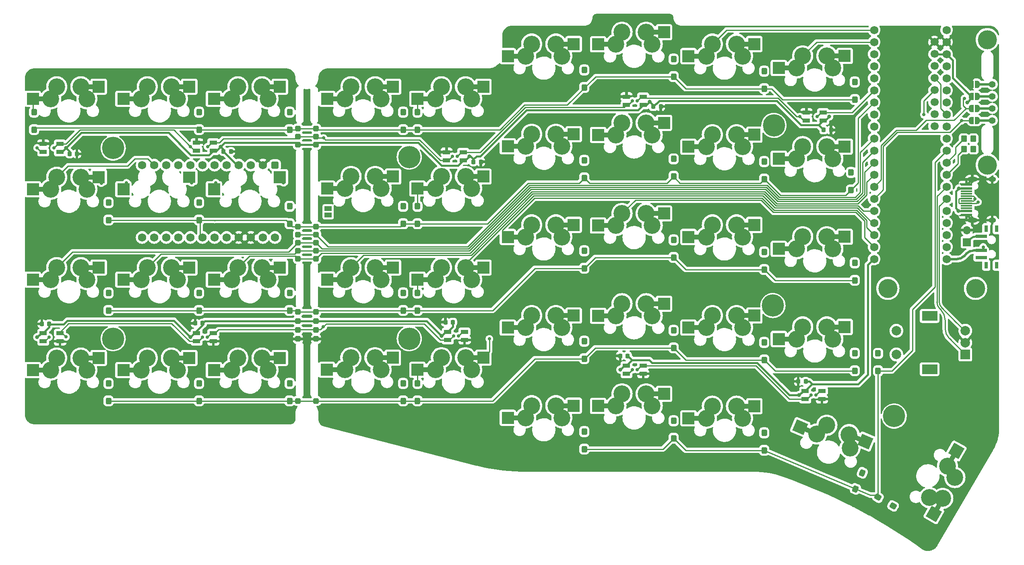
<source format=gbr>
G04 #@! TF.GenerationSoftware,KiCad,Pcbnew,(6.0.6)*
G04 #@! TF.CreationDate,2022-08-01T11:52:36+07:00*
G04 #@! TF.ProjectId,SofleKeyboard,536f666c-654b-4657-9962-6f6172642e6b,rev?*
G04 #@! TF.SameCoordinates,Original*
G04 #@! TF.FileFunction,Copper,L2,Bot*
G04 #@! TF.FilePolarity,Positive*
%FSLAX46Y46*%
G04 Gerber Fmt 4.6, Leading zero omitted, Abs format (unit mm)*
G04 Created by KiCad (PCBNEW (6.0.6)) date 2022-08-01 11:52:36*
%MOMM*%
%LPD*%
G01*
G04 APERTURE LIST*
G04 Aperture macros list*
%AMRoundRect*
0 Rectangle with rounded corners*
0 $1 Rounding radius*
0 $2 $3 $4 $5 $6 $7 $8 $9 X,Y pos of 4 corners*
0 Add a 4 corners polygon primitive as box body*
4,1,4,$2,$3,$4,$5,$6,$7,$8,$9,$2,$3,0*
0 Add four circle primitives for the rounded corners*
1,1,$1+$1,$2,$3*
1,1,$1+$1,$4,$5*
1,1,$1+$1,$6,$7*
1,1,$1+$1,$8,$9*
0 Add four rect primitives between the rounded corners*
20,1,$1+$1,$2,$3,$4,$5,0*
20,1,$1+$1,$4,$5,$6,$7,0*
20,1,$1+$1,$6,$7,$8,$9,0*
20,1,$1+$1,$8,$9,$2,$3,0*%
%AMRotRect*
0 Rectangle, with rotation*
0 The origin of the aperture is its center*
0 $1 length*
0 $2 width*
0 $3 Rotation angle, in degrees counterclockwise*
0 Add horizontal line*
21,1,$1,$2,0,0,$3*%
%AMFreePoly0*
4,1,22,0.500000,-0.750000,0.000000,-0.750000,0.000000,-0.745033,-0.079941,-0.743568,-0.215256,-0.701293,-0.333266,-0.622738,-0.424486,-0.514219,-0.481581,-0.384460,-0.499164,-0.250000,-0.500000,-0.250000,-0.500000,0.250000,-0.499164,0.250000,-0.499963,0.256109,-0.478152,0.396186,-0.417904,0.524511,-0.324060,0.630769,-0.204165,0.706417,-0.067858,0.745374,0.000000,0.744959,0.000000,0.750000,
0.500000,0.750000,0.500000,-0.750000,0.500000,-0.750000,$1*%
%AMFreePoly1*
4,1,20,0.000000,0.744959,0.073905,0.744508,0.209726,0.703889,0.328688,0.626782,0.421226,0.519385,0.479903,0.390333,0.500000,0.250000,0.500000,-0.250000,0.499851,-0.262216,0.476331,-0.402017,0.414519,-0.529596,0.319384,-0.634700,0.198574,-0.708877,0.061801,-0.746166,0.000000,-0.745033,0.000000,-0.750000,-0.500000,-0.750000,-0.500000,0.750000,0.000000,0.750000,0.000000,0.744959,
0.000000,0.744959,$1*%
G04 Aperture macros list end*
G04 #@! TA.AperFunction,ComponentPad*
%ADD10C,4.700000*%
G04 #@! TD*
G04 #@! TA.AperFunction,ComponentPad*
%ADD11C,3.550000*%
G04 #@! TD*
G04 #@! TA.AperFunction,ConnectorPad*
%ADD12R,2.500000X1.000000*%
G04 #@! TD*
G04 #@! TA.AperFunction,SMDPad,CuDef*
%ADD13R,2.550000X2.500000*%
G04 #@! TD*
G04 #@! TA.AperFunction,SMDPad,CuDef*
%ADD14RotRect,2.550000X2.500000X240.000000*%
G04 #@! TD*
G04 #@! TA.AperFunction,ConnectorPad*
%ADD15RotRect,1.000000X2.500000X330.000000*%
G04 #@! TD*
G04 #@! TA.AperFunction,ConnectorPad*
%ADD16RotRect,1.000000X2.500000X150.000000*%
G04 #@! TD*
G04 #@! TA.AperFunction,ConnectorPad*
%ADD17RotRect,1.000000X2.500000X67.000000*%
G04 #@! TD*
G04 #@! TA.AperFunction,SMDPad,CuDef*
%ADD18RotRect,2.550000X2.500000X337.000000*%
G04 #@! TD*
G04 #@! TA.AperFunction,ConnectorPad*
%ADD19RotRect,1.000000X2.500000X247.000000*%
G04 #@! TD*
G04 #@! TA.AperFunction,ComponentPad*
%ADD20C,4.000000*%
G04 #@! TD*
G04 #@! TA.AperFunction,SMDPad,CuDef*
%ADD21R,2.550000X2.350000*%
G04 #@! TD*
G04 #@! TA.AperFunction,ComponentPad*
%ADD22RoundRect,0.300000X0.300000X0.300000X-0.300000X0.300000X-0.300000X-0.300000X0.300000X-0.300000X0*%
G04 #@! TD*
G04 #@! TA.AperFunction,ComponentPad*
%ADD23C,1.752600*%
G04 #@! TD*
G04 #@! TA.AperFunction,SMDPad,CuDef*
%ADD24R,1.600000X0.850000*%
G04 #@! TD*
G04 #@! TA.AperFunction,ComponentPad*
%ADD25C,1.700000*%
G04 #@! TD*
G04 #@! TA.AperFunction,ComponentPad*
%ADD26O,2.100000X1.000000*%
G04 #@! TD*
G04 #@! TA.AperFunction,ComponentPad*
%ADD27O,1.600000X1.000000*%
G04 #@! TD*
G04 #@! TA.AperFunction,ComponentPad*
%ADD28C,1.400000*%
G04 #@! TD*
G04 #@! TA.AperFunction,ComponentPad*
%ADD29R,1.700000X1.700000*%
G04 #@! TD*
G04 #@! TA.AperFunction,ComponentPad*
%ADD30O,1.700000X1.700000*%
G04 #@! TD*
G04 #@! TA.AperFunction,ComponentPad*
%ADD31RoundRect,0.250000X0.350000X0.450000X-0.350000X0.450000X-0.350000X-0.450000X0.350000X-0.450000X0*%
G04 #@! TD*
G04 #@! TA.AperFunction,ComponentPad*
%ADD32R,2.000000X2.000000*%
G04 #@! TD*
G04 #@! TA.AperFunction,ComponentPad*
%ADD33C,2.000000*%
G04 #@! TD*
G04 #@! TA.AperFunction,ComponentPad*
%ADD34R,3.200000X2.000000*%
G04 #@! TD*
G04 #@! TA.AperFunction,ComponentPad*
%ADD35RoundRect,0.300000X0.300000X-0.395000X0.300000X0.395000X-0.300000X0.395000X-0.300000X-0.395000X0*%
G04 #@! TD*
G04 #@! TA.AperFunction,ComponentPad*
%ADD36RoundRect,0.300000X-0.300000X0.395000X-0.300000X-0.395000X0.300000X-0.395000X0.300000X0.395000X0*%
G04 #@! TD*
G04 #@! TA.AperFunction,SMDPad,CuDef*
%ADD37FreePoly0,0.000000*%
G04 #@! TD*
G04 #@! TA.AperFunction,SMDPad,CuDef*
%ADD38FreePoly1,0.000000*%
G04 #@! TD*
G04 #@! TA.AperFunction,ComponentPad*
%ADD39RoundRect,0.300000X0.121813X-0.480819X0.430490X0.246380X-0.121813X0.480819X-0.430490X-0.246380X0*%
G04 #@! TD*
G04 #@! TA.AperFunction,ComponentPad*
%ADD40RoundRect,0.300000X-0.121813X0.480819X-0.430490X-0.246380X0.121813X-0.480819X0.430490X0.246380X0*%
G04 #@! TD*
G04 #@! TA.AperFunction,ComponentPad*
%ADD41RoundRect,0.400000X0.400000X0.400000X-0.400000X0.400000X-0.400000X-0.400000X0.400000X-0.400000X0*%
G04 #@! TD*
G04 #@! TA.AperFunction,SMDPad,CuDef*
%ADD42RoundRect,0.225000X-0.225000X-0.250000X0.225000X-0.250000X0.225000X0.250000X-0.225000X0.250000X0*%
G04 #@! TD*
G04 #@! TA.AperFunction,SMDPad,CuDef*
%ADD43RoundRect,0.225000X0.225000X0.250000X-0.225000X0.250000X-0.225000X-0.250000X0.225000X-0.250000X0*%
G04 #@! TD*
G04 #@! TA.AperFunction,SMDPad,CuDef*
%ADD44R,1.500000X1.000000*%
G04 #@! TD*
G04 #@! TA.AperFunction,SMDPad,CuDef*
%ADD45R,0.800000X1.422000*%
G04 #@! TD*
G04 #@! TA.AperFunction,SMDPad,CuDef*
%ADD46R,2.368000X0.700000*%
G04 #@! TD*
G04 #@! TA.AperFunction,SMDPad,CuDef*
%ADD47R,2.362600X0.600000*%
G04 #@! TD*
G04 #@! TA.AperFunction,SMDPad,CuDef*
%ADD48R,2.366000X0.300000*%
G04 #@! TD*
G04 #@! TA.AperFunction,SMDPad,CuDef*
%ADD49R,2.366000X0.305000*%
G04 #@! TD*
G04 #@! TA.AperFunction,ComponentPad*
%ADD50RoundRect,0.300000X-0.492080X-0.062308X0.192080X-0.457308X0.492080X0.062308X-0.192080X0.457308X0*%
G04 #@! TD*
G04 #@! TA.AperFunction,ComponentPad*
%ADD51RoundRect,0.300000X0.492080X0.062308X-0.192080X0.457308X-0.492080X-0.062308X0.192080X-0.457308X0*%
G04 #@! TD*
G04 #@! TA.AperFunction,ViaPad*
%ADD52C,0.700000*%
G04 #@! TD*
G04 #@! TA.AperFunction,ViaPad*
%ADD53C,0.800000*%
G04 #@! TD*
G04 #@! TA.AperFunction,Conductor*
%ADD54C,0.250000*%
G04 #@! TD*
G04 #@! TA.AperFunction,Conductor*
%ADD55C,0.450000*%
G04 #@! TD*
G04 #@! TA.AperFunction,Conductor*
%ADD56C,0.500000*%
G04 #@! TD*
G04 APERTURE END LIST*
D10*
X208838800Y-58521600D03*
X132125141Y-65166580D03*
X208625140Y-96466581D03*
X132125141Y-103466580D03*
X234125140Y-119766581D03*
D11*
X214885141Y-43876581D03*
D12*
X211710141Y-46416580D03*
D13*
X209865141Y-46416580D03*
D11*
X213615141Y-46416580D03*
D13*
X223715141Y-43876580D03*
D11*
X221235141Y-46416581D03*
D12*
X222440141Y-43876580D03*
D11*
X219965141Y-43876580D03*
X194615140Y-43916582D03*
D13*
X190865140Y-43916582D03*
D12*
X192710140Y-43916582D03*
D11*
X195885140Y-41376583D03*
X202235140Y-43916583D03*
D13*
X204715140Y-41376582D03*
D12*
X203440140Y-41376582D03*
D11*
X200965140Y-41376582D03*
X176885140Y-38886581D03*
D13*
X171865140Y-41426580D03*
D11*
X175615140Y-41426580D03*
D12*
X173710140Y-41426580D03*
D11*
X183235140Y-41426581D03*
D13*
X185715140Y-38886580D03*
D12*
X184440140Y-38886580D03*
D11*
X181965140Y-38886580D03*
D13*
X152865141Y-43916581D03*
D11*
X156615141Y-43916581D03*
X157885141Y-41376582D03*
D12*
X154710141Y-43916581D03*
D13*
X166715141Y-41376581D03*
D11*
X164235141Y-43916582D03*
X162965141Y-41376581D03*
D12*
X165440141Y-41376581D03*
D11*
X138885140Y-50376583D03*
X137615140Y-52916582D03*
D12*
X135710140Y-52916582D03*
D13*
X133865140Y-52916582D03*
D11*
X145235140Y-52916583D03*
D13*
X147715140Y-50376582D03*
D11*
X143965140Y-50376582D03*
D12*
X146440140Y-50376582D03*
D13*
X114865140Y-52916581D03*
D11*
X118615140Y-52916581D03*
X119885140Y-50376582D03*
D12*
X116710140Y-52916581D03*
D13*
X128715140Y-50376581D03*
D11*
X124965140Y-50376581D03*
X126235140Y-52916582D03*
D12*
X127440140Y-50376581D03*
D11*
X213615141Y-65516582D03*
X214885141Y-62976583D03*
D13*
X209865141Y-65516582D03*
D12*
X211710141Y-65516582D03*
D11*
X219965141Y-62976582D03*
D13*
X223715141Y-62976582D03*
D12*
X222440141Y-62976582D03*
D11*
X221235141Y-65516583D03*
X195885141Y-60476581D03*
D13*
X190865141Y-63016580D03*
D12*
X192710141Y-63016580D03*
D11*
X194615141Y-63016580D03*
D13*
X204715141Y-60476580D03*
D12*
X203440141Y-60476580D03*
D11*
X200965141Y-60476580D03*
X202235141Y-63016581D03*
X175615140Y-60516582D03*
X176885140Y-57976583D03*
D12*
X173710140Y-60516582D03*
D13*
X171865140Y-60516582D03*
D11*
X181965140Y-57976582D03*
D12*
X184440140Y-57976582D03*
D11*
X183235140Y-60516583D03*
D13*
X185715140Y-57976582D03*
D12*
X154710140Y-62916582D03*
D11*
X156615140Y-62916582D03*
D13*
X152865140Y-62916582D03*
D11*
X157885140Y-60376583D03*
X162965140Y-60376582D03*
D12*
X165440140Y-60376582D03*
D11*
X164235140Y-62916583D03*
D13*
X166715140Y-60376582D03*
D11*
X138885140Y-69276583D03*
D12*
X135710140Y-71816582D03*
D11*
X137615140Y-71816582D03*
D13*
X133865140Y-71816582D03*
D11*
X143965140Y-69276582D03*
D13*
X147715140Y-69276582D03*
D11*
X145235140Y-71816583D03*
D12*
X146440140Y-69276582D03*
X116710140Y-71816582D03*
D11*
X119885140Y-69276583D03*
X118615140Y-71816582D03*
D13*
X114865140Y-71816582D03*
X128715140Y-69276582D03*
D11*
X126235140Y-71816583D03*
D12*
X127440140Y-69276582D03*
D11*
X124965140Y-69276582D03*
D13*
X209865141Y-84516580D03*
D12*
X211710141Y-84516580D03*
D11*
X214885141Y-81976581D03*
X213615141Y-84516580D03*
D12*
X222440141Y-81976580D03*
D11*
X221235141Y-84516581D03*
D13*
X223715141Y-81976580D03*
D11*
X219965141Y-81976580D03*
D12*
X192710140Y-82016582D03*
D13*
X190865140Y-82016582D03*
D11*
X195885140Y-79476583D03*
X194615140Y-82016582D03*
X200965140Y-79476582D03*
D13*
X204715140Y-79476582D03*
D11*
X202235140Y-82016583D03*
D12*
X203440140Y-79476582D03*
D11*
X176885140Y-77076583D03*
X175615140Y-79616582D03*
D13*
X171865140Y-79616582D03*
D12*
X173710140Y-79616582D03*
D11*
X183235140Y-79616583D03*
X181965140Y-77076582D03*
D12*
X184440140Y-77076582D03*
D13*
X185715140Y-77076582D03*
D11*
X157885141Y-79476582D03*
D12*
X154710141Y-82016581D03*
D13*
X152865141Y-82016581D03*
D11*
X156615141Y-82016581D03*
X164235141Y-82016582D03*
D13*
X166715141Y-79476581D03*
D12*
X165440141Y-79476581D03*
D11*
X162965141Y-79476581D03*
X137615140Y-91016582D03*
D12*
X135710140Y-91016582D03*
D13*
X133865140Y-91016582D03*
D11*
X138885140Y-88476583D03*
X143965140Y-88476582D03*
X145235140Y-91016583D03*
D12*
X146440140Y-88476582D03*
D13*
X147715140Y-88476582D03*
D11*
X119885140Y-88476581D03*
D12*
X116710140Y-91016580D03*
D11*
X118615140Y-91016580D03*
D13*
X114865140Y-91016580D03*
D11*
X126235140Y-91016581D03*
X124965140Y-88476580D03*
D12*
X127440140Y-88476580D03*
D13*
X128715140Y-88476580D03*
X209865141Y-103516581D03*
D11*
X213615141Y-103516581D03*
X214885141Y-100976582D03*
D12*
X211710141Y-103516581D03*
X222440141Y-100976581D03*
D13*
X223715141Y-100976581D03*
D11*
X219965141Y-100976581D03*
X221235141Y-103516582D03*
X194615141Y-101116580D03*
D12*
X192710141Y-101116580D03*
D13*
X190865141Y-101116580D03*
D11*
X195885141Y-98576581D03*
X200965141Y-98576580D03*
D13*
X204715141Y-98576580D03*
D12*
X203440141Y-98576580D03*
D11*
X202235141Y-101116581D03*
D13*
X171865140Y-98616582D03*
D11*
X175615140Y-98616582D03*
D12*
X173710140Y-98616582D03*
D11*
X176885140Y-96076583D03*
D13*
X185715140Y-96076582D03*
D11*
X181965140Y-96076582D03*
X183235140Y-98616583D03*
D12*
X184440140Y-96076582D03*
X154710140Y-101116581D03*
D11*
X157885140Y-98576582D03*
X156615140Y-101116581D03*
D13*
X152865140Y-101116581D03*
D12*
X165440140Y-98576581D03*
D11*
X164235140Y-101116582D03*
D13*
X166715140Y-98576581D03*
D11*
X162965140Y-98576581D03*
D12*
X135710140Y-110016582D03*
D13*
X133865140Y-110016582D03*
D11*
X137615140Y-110016582D03*
X138885140Y-107476583D03*
X145235140Y-110016583D03*
X143965140Y-107476582D03*
D12*
X146440140Y-107476582D03*
D13*
X147715140Y-107476582D03*
D11*
X118565141Y-110016582D03*
X119835141Y-107476583D03*
D13*
X114815141Y-110016582D03*
D12*
X116660141Y-110016582D03*
D11*
X124915141Y-107476582D03*
D12*
X127390141Y-107476582D03*
D11*
X126185141Y-110016583D03*
D13*
X128665141Y-107476582D03*
D14*
X247204846Y-127089428D03*
D11*
X246894549Y-132706875D03*
X245329846Y-130337023D03*
D15*
X246282346Y-128687245D03*
D14*
X242479550Y-140353880D03*
D11*
X244354550Y-137106285D03*
D16*
X243117050Y-139249697D03*
D11*
X241519845Y-136936136D03*
X217810474Y-123529814D03*
X219971971Y-121687961D03*
D17*
X216056912Y-122785471D03*
D18*
X214358580Y-122064572D03*
D11*
X224824720Y-126507186D03*
D19*
X226926386Y-124639934D03*
D11*
X224648136Y-123672874D03*
D18*
X228100030Y-125138116D03*
D11*
X194615140Y-120216581D03*
X195885140Y-117676582D03*
D13*
X190865140Y-120216581D03*
D12*
X192710140Y-120216581D03*
D11*
X200965140Y-117676581D03*
D13*
X204715140Y-117676581D03*
D12*
X203440140Y-117676581D03*
D11*
X202235140Y-120216582D03*
X176885140Y-115076583D03*
D12*
X173710140Y-117616582D03*
D11*
X175615140Y-117616582D03*
D13*
X171865140Y-117616582D03*
D11*
X183235140Y-117616583D03*
D13*
X185715140Y-115076582D03*
D11*
X181965140Y-115076582D03*
D12*
X184440140Y-115076582D03*
D20*
X232795140Y-92848580D03*
D12*
X154710141Y-120116581D03*
D11*
X156615141Y-120116581D03*
D13*
X152865141Y-120116581D03*
D11*
X157885141Y-117576582D03*
X162965141Y-117576581D03*
X164235141Y-120116582D03*
D12*
X165440141Y-117576581D03*
D13*
X166715141Y-117576581D03*
D20*
X251243141Y-92848582D03*
D13*
X72002640Y-71966582D03*
D21*
X85852640Y-69426582D03*
D12*
X92897641Y-52916582D03*
D13*
X91052641Y-52916582D03*
D11*
X94802641Y-52916582D03*
X96072641Y-50376583D03*
X101152641Y-50376582D03*
X102422641Y-52916583D03*
D12*
X103627641Y-50376582D03*
D13*
X104902641Y-50376582D03*
D22*
X108712000Y-62611000D03*
D23*
X229907140Y-38416581D03*
X229907140Y-40956581D03*
X229907140Y-43496581D03*
X229907140Y-46036581D03*
X229907140Y-48576581D03*
X229907140Y-51116581D03*
X229907140Y-53656581D03*
X229907140Y-56196581D03*
X229907140Y-58736581D03*
X229907140Y-61276581D03*
X229907140Y-63816581D03*
X229907140Y-66356581D03*
X229907140Y-68896581D03*
X229907140Y-71436581D03*
X229907140Y-73976581D03*
X229907140Y-76516581D03*
X229907140Y-79056581D03*
X229907140Y-81596581D03*
X229907140Y-84136581D03*
X229907140Y-86676581D03*
X245147140Y-38416581D03*
X245147140Y-40956581D03*
X245147140Y-43496581D03*
X245147140Y-46036581D03*
X245147140Y-48576581D03*
X245147140Y-51116581D03*
X245147140Y-53656581D03*
X245147140Y-56196581D03*
X245147140Y-58736581D03*
X245147140Y-61276581D03*
X245147140Y-63816581D03*
X245147140Y-66356581D03*
X245147140Y-68896581D03*
X245147140Y-71436581D03*
X245147140Y-73976581D03*
X245147140Y-76516581D03*
X245147140Y-79056581D03*
X245147140Y-81596581D03*
X245147140Y-84136581D03*
X245147140Y-86676581D03*
D22*
X108712000Y-79814000D03*
D24*
X55146000Y-102249000D03*
X58646000Y-103999000D03*
X55146000Y-103999000D03*
X58646000Y-102249000D03*
D11*
X57972641Y-69426582D03*
X56702641Y-71966581D03*
D13*
X52952641Y-71966581D03*
D12*
X54797641Y-71966581D03*
X65527641Y-69426581D03*
D11*
X63052641Y-69426581D03*
D13*
X66802641Y-69426581D03*
D11*
X64322641Y-71966582D03*
D22*
X112522000Y-99730480D03*
D24*
X140236000Y-101995000D03*
X143736000Y-103745000D03*
X140236000Y-103745000D03*
X143736000Y-101995000D03*
D22*
X112522000Y-97790000D03*
X108712000Y-99730480D03*
X108712000Y-84914000D03*
X112522000Y-79814000D03*
D13*
X91052641Y-71966581D03*
X104902641Y-69426581D03*
D20*
X253714000Y-66856580D03*
D24*
X177828000Y-109107000D03*
X181328000Y-110857000D03*
X177828000Y-110857000D03*
X181328000Y-109107000D03*
D22*
X108712000Y-86614000D03*
X108712000Y-103505000D03*
D25*
X242607140Y-58724800D03*
X242607140Y-56184800D03*
X242607140Y-53644800D03*
X242607140Y-51104800D03*
X242607140Y-48564800D03*
X242607140Y-46024800D03*
X242607140Y-43484800D03*
X242607140Y-40944800D03*
D11*
X96072641Y-107526582D03*
D13*
X91052641Y-110066581D03*
D12*
X92897641Y-110066581D03*
D11*
X94802641Y-110066581D03*
D13*
X104902641Y-107526581D03*
D12*
X103627641Y-107526581D03*
D11*
X101152641Y-107526581D03*
X102422641Y-110066582D03*
D22*
X108712000Y-81514000D03*
D26*
X250563290Y-69850000D03*
D27*
X254743290Y-78490000D03*
X254743290Y-69850000D03*
D26*
X250563290Y-78490000D03*
D22*
X108712000Y-59182000D03*
D13*
X72002641Y-52916580D03*
D11*
X77022641Y-50376581D03*
D12*
X73847641Y-52916580D03*
D11*
X75752641Y-52916580D03*
D13*
X85852641Y-50376580D03*
D12*
X84577641Y-50376580D03*
D11*
X83372641Y-52916581D03*
X82102641Y-50376580D03*
D22*
X108712000Y-83214000D03*
X112522000Y-60858293D03*
X112522000Y-116563182D03*
X108712000Y-60858293D03*
D11*
X57972641Y-107526582D03*
D12*
X54797641Y-110066581D03*
D11*
X56702641Y-110066581D03*
D13*
X52952641Y-110066581D03*
X66802641Y-107526581D03*
D11*
X64322641Y-110066582D03*
X63052641Y-107526581D03*
D12*
X65527641Y-107526581D03*
D10*
X69850000Y-103466580D03*
D24*
X58646000Y-64121000D03*
X55146000Y-62371000D03*
X58646000Y-62371000D03*
X55146000Y-64121000D03*
D22*
X112522000Y-62611000D03*
D24*
X90904000Y-63867000D03*
X87404000Y-62117000D03*
X90904000Y-62117000D03*
X87404000Y-63867000D03*
D22*
X108712000Y-97790000D03*
D12*
X54797641Y-52916582D03*
D11*
X57972641Y-50376583D03*
X56702641Y-52916582D03*
D13*
X52952641Y-52916582D03*
D11*
X64322641Y-52916583D03*
D12*
X65527641Y-50376582D03*
D13*
X66802641Y-50376582D03*
D11*
X63052641Y-50376582D03*
D22*
X108712000Y-101600000D03*
X112522000Y-83214000D03*
D24*
X215420000Y-114441000D03*
X218920000Y-116191000D03*
X215420000Y-116191000D03*
X218920000Y-114441000D03*
D11*
X56702641Y-91016582D03*
D13*
X52952641Y-91016582D03*
D11*
X57972641Y-88476583D03*
D12*
X54797641Y-91016582D03*
X65527641Y-88476582D03*
D11*
X63052641Y-88476582D03*
X64322641Y-91016583D03*
D13*
X66802641Y-88476582D03*
D22*
X112522000Y-103505000D03*
D11*
X77022640Y-107526583D03*
D13*
X72002640Y-110066582D03*
D11*
X75752640Y-110066582D03*
D12*
X73847640Y-110066582D03*
X84577640Y-107526582D03*
D11*
X82102640Y-107526582D03*
X83372640Y-110066583D03*
D13*
X85852640Y-107526582D03*
D22*
X112522000Y-81514000D03*
X112522000Y-101600000D03*
D10*
X69850000Y-63296800D03*
D28*
X254774000Y-49846580D03*
X254774000Y-52386580D03*
X254774000Y-54926580D03*
X254774000Y-57466580D03*
D22*
X112522000Y-86614000D03*
D24*
X143482000Y-65899000D03*
X139982000Y-64149000D03*
X143482000Y-64149000D03*
X139982000Y-65899000D03*
D22*
X112522000Y-59182000D03*
D24*
X219174000Y-57517000D03*
X215674000Y-55767000D03*
X219174000Y-55767000D03*
X215674000Y-57517000D03*
D22*
X112522000Y-84914000D03*
D24*
X87404000Y-102249000D03*
X90904000Y-103999000D03*
X87404000Y-103999000D03*
X90904000Y-102249000D03*
X181328000Y-54215000D03*
X177828000Y-52465000D03*
X181328000Y-52465000D03*
X177828000Y-54215000D03*
D11*
X96072641Y-88476583D03*
X94802641Y-91016582D03*
D12*
X92897641Y-91016582D03*
D13*
X91052641Y-91016582D03*
D11*
X102422641Y-91016583D03*
D12*
X103627641Y-88476582D03*
D13*
X104902641Y-88476582D03*
D11*
X101152641Y-88476582D03*
D13*
X72002641Y-91016582D03*
D12*
X73847641Y-91016582D03*
D11*
X77022641Y-88476583D03*
X75752641Y-91016582D03*
X82102641Y-88476582D03*
X83372641Y-91016583D03*
D12*
X84577641Y-88476582D03*
D13*
X85852641Y-88476582D03*
D22*
X108712000Y-116563182D03*
D29*
X249428000Y-83125582D03*
D30*
X249428000Y-80585582D03*
D31*
X250809000Y-61341000D03*
X248809000Y-61341000D03*
D20*
X253714000Y-40456580D03*
D31*
X250809000Y-63500000D03*
X248809000Y-63500000D03*
D32*
X249091140Y-106778582D03*
D33*
X249091140Y-101778582D03*
X249091140Y-104278582D03*
D34*
X241591140Y-98678582D03*
X241591140Y-109878582D03*
D33*
X234591140Y-101778582D03*
X234591140Y-106778582D03*
D35*
X225843141Y-91163180D03*
D36*
X225843141Y-87473180D03*
D35*
X130847141Y-59413181D03*
D36*
X130847141Y-55723181D03*
D35*
X106971141Y-116563180D03*
D36*
X106971141Y-112873180D03*
D35*
X187743141Y-48237182D03*
D36*
X187743141Y-44547182D03*
D37*
X250339140Y-54926582D03*
D38*
X251639140Y-54926582D03*
D35*
X130847141Y-97513181D03*
D36*
X130847141Y-93823181D03*
D35*
X106971141Y-79238800D03*
D36*
X106971141Y-75548800D03*
D35*
X230733600Y-110236000D03*
D36*
X230733600Y-106546000D03*
D39*
X225992588Y-135108474D03*
D40*
X227434386Y-131711811D03*
D23*
X83566000Y-66886581D03*
X78486000Y-66886581D03*
X81026000Y-66886581D03*
X78486000Y-82126581D03*
X75946000Y-82126581D03*
X75946000Y-66886581D03*
X86106000Y-82126581D03*
X91186000Y-82126581D03*
X93726000Y-82126581D03*
X101346000Y-82126581D03*
X103886000Y-82126581D03*
X88646000Y-82126581D03*
X83566000Y-82126581D03*
X81026000Y-82126581D03*
X93726000Y-66886581D03*
X91186000Y-66886581D03*
X88646000Y-66886581D03*
X86106000Y-66886581D03*
X101346000Y-66886581D03*
X98806000Y-82126581D03*
X96266000Y-82126581D03*
D41*
X103886000Y-66886581D03*
D23*
X98806000Y-66886581D03*
X96266000Y-66886581D03*
D35*
X133858000Y-79238800D03*
D36*
X133858000Y-75548800D03*
D35*
X133858000Y-97513181D03*
D36*
X133858000Y-93823181D03*
D35*
X87921140Y-97513182D03*
D36*
X87921140Y-93823182D03*
D35*
X168947140Y-69573182D03*
D36*
X168947140Y-65883182D03*
D42*
X145630600Y-66192400D03*
X147180600Y-66192400D03*
D35*
X130847141Y-79238800D03*
D36*
X130847141Y-75548800D03*
D43*
X56401000Y-100330000D03*
X54851000Y-100330000D03*
D35*
X206793140Y-69827182D03*
D36*
X206793140Y-66137182D03*
D43*
X178067000Y-107086400D03*
X176517000Y-107086400D03*
D42*
X60693000Y-64516000D03*
X62243000Y-64516000D03*
D35*
X225044000Y-72113182D03*
D36*
X225044000Y-68423182D03*
D35*
X206793141Y-126977180D03*
D36*
X206793141Y-123287180D03*
D35*
X168947141Y-50523181D03*
D36*
X168947141Y-46833181D03*
D35*
X87921140Y-78463182D03*
D36*
X87921140Y-74773182D03*
D35*
X106971140Y-97513182D03*
D36*
X106971140Y-93823182D03*
D42*
X93052600Y-64008000D03*
X94602600Y-64008000D03*
D35*
X168947141Y-126723180D03*
D36*
X168947141Y-123033180D03*
D35*
X187743141Y-69256600D03*
D36*
X187743141Y-65566600D03*
D35*
X225843141Y-110213182D03*
D36*
X225843141Y-106523182D03*
D42*
X219290600Y-59486800D03*
X220840600Y-59486800D03*
X183476600Y-54559200D03*
X185026600Y-54559200D03*
D44*
X115062000Y-76058000D03*
X115062000Y-77358000D03*
D35*
X53213000Y-59413182D03*
D36*
X53213000Y-55723182D03*
D35*
X68871140Y-97513182D03*
D36*
X68871140Y-93823182D03*
D35*
X130847141Y-116563182D03*
D36*
X130847141Y-112873182D03*
D43*
X215506600Y-112471200D03*
X213956600Y-112471200D03*
D35*
X87921140Y-59413181D03*
D36*
X87921140Y-55723181D03*
D45*
X253511141Y-80275580D03*
X255721141Y-87997580D03*
X253511141Y-87997580D03*
X255721141Y-80275580D03*
D46*
X252427141Y-81886580D03*
X252427141Y-84886580D03*
X252427141Y-86386580D03*
D37*
X250339141Y-52386581D03*
D38*
X251639141Y-52386581D03*
D37*
X250339140Y-49846582D03*
D38*
X251639140Y-49846582D03*
D43*
X88659000Y-100203000D03*
X87109000Y-100203000D03*
D35*
X68871141Y-78463181D03*
D36*
X68871141Y-74773181D03*
D35*
X206793140Y-107927182D03*
D36*
X206793140Y-104237182D03*
D35*
X187743141Y-86337182D03*
D36*
X187743141Y-82647182D03*
D35*
X206793141Y-50777180D03*
D36*
X206793141Y-47087180D03*
D35*
X225843140Y-53063182D03*
D36*
X225843140Y-49373182D03*
D35*
X106971141Y-59413182D03*
D36*
X106971141Y-55723182D03*
D35*
X206793141Y-88877180D03*
D36*
X206793141Y-85187180D03*
D35*
X87921141Y-116563180D03*
D36*
X87921141Y-112873180D03*
D35*
X168947140Y-107673182D03*
D36*
X168947140Y-103983182D03*
D43*
X141287800Y-99974400D03*
X139737800Y-99974400D03*
D35*
X68871141Y-116563180D03*
D36*
X68871141Y-112873180D03*
D47*
X249350290Y-70970000D03*
X249350290Y-71770000D03*
D48*
X249358690Y-72920000D03*
X249358690Y-73920000D03*
X249358690Y-74420000D03*
X249358690Y-75420000D03*
D47*
X249350290Y-76570000D03*
X249350290Y-77370000D03*
X249350290Y-77370000D03*
X249350290Y-76570000D03*
D48*
X249358690Y-75920000D03*
X249358690Y-74920000D03*
X249358690Y-73420000D03*
D49*
X249358690Y-72420000D03*
D47*
X249350290Y-71770000D03*
X249350290Y-70970000D03*
D26*
X250563290Y-69850000D03*
D27*
X254743290Y-69850000D03*
X254743290Y-78490000D03*
D26*
X250563290Y-78490000D03*
D50*
X230708200Y-136855200D03*
D51*
X233903834Y-138700200D03*
D37*
X250339141Y-57466582D03*
D38*
X251639141Y-57466582D03*
D35*
X133858000Y-116563182D03*
D36*
X133858000Y-112873182D03*
D35*
X187743141Y-124437182D03*
D36*
X187743141Y-120747182D03*
D35*
X187743141Y-105387181D03*
D36*
X187743141Y-101697181D03*
D35*
X133858000Y-59413180D03*
D36*
X133858000Y-55723180D03*
D35*
X168947141Y-88623180D03*
D36*
X168947141Y-84933180D03*
D52*
X141432108Y-102870000D03*
X115062000Y-77216000D03*
X89662000Y-103124000D03*
X114046000Y-100965000D03*
X67347140Y-70674580D03*
X86360000Y-70612000D03*
X105664000Y-70612000D03*
X148985140Y-103490860D03*
D53*
X53009800Y-105232200D03*
D52*
X92379800Y-83667600D03*
X221742000Y-54356000D03*
D53*
X60350400Y-60452000D03*
X60655200Y-104089200D03*
D52*
X93091000Y-103124000D03*
X101727000Y-76581000D03*
D53*
X145542000Y-102870000D03*
X139954000Y-62941200D03*
D52*
X85725000Y-60452000D03*
X65786000Y-63881000D03*
D53*
X177850800Y-51206400D03*
D52*
X98679000Y-60452000D03*
D53*
X215646000Y-59690000D03*
D52*
X248290681Y-57531000D03*
X248910369Y-52828991D03*
D53*
X247756311Y-71771544D03*
X247664844Y-76570000D03*
D52*
X251758907Y-74647013D03*
X251091191Y-74044300D03*
D53*
X86106000Y-103124000D03*
X59944000Y-63246000D03*
X214151297Y-115315633D03*
X92456000Y-62992000D03*
X176530000Y-109982000D03*
X220472000Y-56642000D03*
X144780000Y-65024000D03*
X53877604Y-103123953D03*
X182716401Y-53514980D03*
X138938000Y-102870000D03*
D52*
X252861140Y-86386582D03*
X252861140Y-84136582D03*
X252861140Y-81886581D03*
X217932000Y-56642000D03*
X214289640Y-56681095D03*
X180086000Y-53340000D03*
X142240000Y-65024000D03*
X179070000Y-53340000D03*
X57404000Y-63246000D03*
X86130000Y-62968000D03*
X56342109Y-103124000D03*
X53848000Y-63246000D03*
X88646000Y-103124000D03*
X59898151Y-103067652D03*
X179070000Y-109982000D03*
X142494000Y-102870000D03*
X216662000Y-115316000D03*
X180086000Y-109982000D03*
X217678000Y-115316000D03*
X115062000Y-76058000D03*
X114096800Y-61163200D03*
X89707892Y-62992000D03*
X141224000Y-65024000D03*
X72644000Y-70612000D03*
X91440000Y-70612000D03*
D53*
X249459901Y-53663865D03*
D52*
X240371500Y-56261000D03*
D54*
X90904000Y-102249000D02*
X90537000Y-102249000D01*
X138670000Y-103745000D02*
X140236000Y-103745000D01*
X114681000Y-100330000D02*
X135255000Y-100330000D01*
X113446480Y-101564520D02*
X91983480Y-101564520D01*
X140236000Y-103745000D02*
X140557108Y-103745000D01*
X90537000Y-102249000D02*
X89662000Y-103124000D01*
X114046000Y-100965000D02*
X114681000Y-100330000D01*
X91299000Y-102249000D02*
X90904000Y-102249000D01*
X114046000Y-100965000D02*
X113446480Y-101564520D01*
X140557108Y-103745000D02*
X141432108Y-102870000D01*
X91983480Y-101564520D02*
X91299000Y-102249000D01*
X135255000Y-100330000D02*
X138670000Y-103745000D01*
X52952641Y-55462823D02*
X52952641Y-52916582D01*
X53213000Y-55723182D02*
X52952641Y-55462823D01*
X133865140Y-55716040D02*
X133865140Y-52916582D01*
X133858000Y-55723180D02*
X133865140Y-55716040D01*
X67347141Y-69971082D02*
X66802641Y-69426580D01*
X67347140Y-70674580D02*
X67347141Y-69971082D01*
X86360000Y-70612000D02*
X86360000Y-69933942D01*
X86360000Y-69933942D02*
X85852640Y-69426582D01*
X105664000Y-70187940D02*
X104902641Y-69426581D01*
X105664000Y-70612000D02*
X105664000Y-70187940D01*
X133865140Y-74766042D02*
X133865140Y-71816582D01*
X133858000Y-74773182D02*
X133865140Y-74766042D01*
X133865140Y-93816041D02*
X133858000Y-93823181D01*
X133865140Y-91016582D02*
X133865140Y-93816041D01*
X119885140Y-88476581D02*
X122509721Y-85852000D01*
X158094204Y-72918078D02*
X206705445Y-72918078D01*
X122509721Y-85852000D02*
X145160282Y-85852000D01*
X227646581Y-76516581D02*
X229907140Y-76516581D01*
X145160282Y-85852000D02*
X158094204Y-72918078D01*
X206705445Y-72918078D02*
X209245448Y-75458080D01*
X209245448Y-75458080D02*
X226588080Y-75458080D01*
X226588080Y-75458080D02*
X227646581Y-76516581D01*
X158280402Y-73367598D02*
X206519248Y-73367598D01*
X148985140Y-103490860D02*
X148985140Y-106206582D01*
X143568279Y-88079721D02*
X158280402Y-73367598D01*
X143965140Y-88476582D02*
X143568279Y-88079721D01*
X226401881Y-75907599D02*
X229550863Y-79056581D01*
X148985140Y-106206582D02*
X147715140Y-107476582D01*
X209059250Y-75907599D02*
X226401881Y-75907599D01*
X143965140Y-88476582D02*
X146440140Y-88476582D01*
X229550863Y-79056581D02*
X229907140Y-79056581D01*
X206519248Y-73367598D02*
X209059250Y-75907599D01*
X163733118Y-73817118D02*
X158466600Y-73817118D01*
X226215683Y-76357119D02*
X228346000Y-78487436D01*
X163733118Y-73817118D02*
X206333050Y-73817118D01*
X228346000Y-78487436D02*
X228346000Y-80035441D01*
X208873052Y-76357119D02*
X226215683Y-76357119D01*
X228346000Y-80035441D02*
X229907140Y-81596581D01*
X151701859Y-80581859D02*
X151701859Y-80853299D01*
X151701859Y-80853299D02*
X152865141Y-82016581D01*
X206333050Y-73817118D02*
X208873052Y-76357119D01*
X158466600Y-73817118D02*
X151701859Y-80581859D01*
X157885141Y-79476582D02*
X157885141Y-78842859D01*
X162910882Y-73817118D02*
X163733118Y-73817118D01*
X179695085Y-74266638D02*
X206146852Y-74266638D01*
X176885140Y-77076583D02*
X179695085Y-74266638D01*
X206146852Y-74266638D02*
X208686854Y-76806639D01*
X227896480Y-78673634D02*
X227896480Y-82125921D01*
X208686854Y-76806639D02*
X226029485Y-76806639D01*
X226029485Y-76806639D02*
X227896480Y-78673634D01*
X227896480Y-82125921D02*
X229907140Y-84136581D01*
X229907140Y-38416581D02*
X198845142Y-38416581D01*
X198845142Y-38416581D02*
X195885140Y-41376583D01*
X217805141Y-40956581D02*
X214885141Y-43876581D01*
X229907140Y-40956581D02*
X217805141Y-40956581D01*
X133865140Y-112866042D02*
X133865140Y-110016582D01*
X133858000Y-112873182D02*
X133865140Y-112866042D01*
X243136480Y-75379520D02*
X243136480Y-73447241D01*
X243136480Y-73447241D02*
X245147140Y-71436581D01*
X244856000Y-101300801D02*
X244856000Y-99540641D01*
X249091140Y-106778582D02*
X245734679Y-103422121D01*
X243136480Y-95750053D02*
X243136480Y-75379520D01*
X243977320Y-97419320D02*
X243722266Y-97164266D01*
X245734680Y-103422120D02*
G75*
G02*
X244856000Y-101300801I2121320J2121320D01*
G01*
X243136520Y-95750053D02*
G75*
G03*
X243722267Y-97164265I1999980J-47D01*
G01*
X243977340Y-97419300D02*
G75*
G02*
X244856000Y-99540641I-2121340J-2121300D01*
G01*
X248972300Y-101778582D02*
X249091140Y-101778582D01*
X244171787Y-96978069D02*
X247078859Y-99885141D01*
X243586000Y-76581000D02*
X243586000Y-75537721D01*
X243586000Y-76581000D02*
X243586000Y-95563855D01*
X243586000Y-75537721D02*
X245147140Y-73976581D01*
X247078859Y-99885141D02*
X248972300Y-101778582D01*
X243586032Y-95563855D02*
G75*
G03*
X244171787Y-96978069I1999968J-45D01*
G01*
D55*
X177850800Y-51206400D02*
X177828000Y-51229200D01*
X89293700Y-61734700D02*
X88911400Y-62117000D01*
X249350290Y-70970000D02*
X249443290Y-70970000D01*
D56*
X249443291Y-77370001D02*
X250563291Y-78489999D01*
D55*
X89293700Y-61226700D02*
X89293700Y-61734700D01*
X145542000Y-103632000D02*
X145542000Y-102870000D01*
X145429000Y-103745000D02*
X145542000Y-103632000D01*
X88911400Y-62117000D02*
X87404000Y-62117000D01*
X249443290Y-70970000D02*
X250563290Y-69850000D01*
X90068400Y-60452000D02*
X89293700Y-61226700D01*
X58736200Y-104089200D02*
X60655200Y-104089200D01*
X143736000Y-103745000D02*
X145429000Y-103745000D01*
X98679000Y-60452000D02*
X90068400Y-60452000D01*
X139982000Y-62969200D02*
X139954000Y-62941200D01*
X58646000Y-103999000D02*
X58736200Y-104089200D01*
X139982000Y-64149000D02*
X139982000Y-62969200D01*
D56*
X249350291Y-77370001D02*
X249443291Y-77370001D01*
D54*
X231843520Y-62924198D02*
X231843520Y-72040203D01*
X248290681Y-57531000D02*
X248355101Y-57466580D01*
X248355101Y-57466580D02*
X250339141Y-57466580D01*
X234772918Y-59994800D02*
X231843520Y-62924198D01*
X245826881Y-59994800D02*
X234772918Y-59994800D01*
X248290681Y-57531000D02*
X245826881Y-59994800D01*
X231843520Y-72040203D02*
X229907141Y-73976582D01*
X238777720Y-59545280D02*
X240868200Y-57454800D01*
X248685389Y-53053971D02*
X248685389Y-54400831D01*
X248910369Y-52828991D02*
X248685389Y-53053971D01*
X249211140Y-54926582D02*
X250339140Y-54926582D01*
X229907140Y-71436582D02*
X231394000Y-69949722D01*
X231394000Y-62738000D02*
X234586721Y-59545280D01*
X234586721Y-59545280D02*
X238777720Y-59545280D01*
X240868200Y-57454800D02*
X246682922Y-57454800D01*
X246682922Y-57454800D02*
X249211140Y-54926582D01*
X248685389Y-54400831D02*
X249211140Y-54926582D01*
X231394000Y-69949722D02*
X231394000Y-62738000D01*
D55*
X247761235Y-71770001D02*
X249350291Y-71770000D01*
X247756311Y-71771544D02*
X247087620Y-72440235D01*
X247757855Y-71770001D02*
X249350291Y-71770000D01*
X247087620Y-72440235D02*
X247087621Y-75992777D01*
X247087621Y-75992777D02*
X247664844Y-76570000D01*
X247664844Y-71866391D02*
X247761235Y-71770001D01*
X249350290Y-76570001D02*
X247664844Y-76570000D01*
X247756311Y-71771544D02*
X247757855Y-71770001D01*
D54*
X251485920Y-74920001D02*
X249358691Y-74920001D01*
X247687140Y-74771573D02*
X247835568Y-74920001D01*
X247073480Y-64430241D02*
X247073480Y-63076520D01*
X247073480Y-63076520D02*
X248809000Y-61341000D01*
X247835569Y-73920001D02*
X247687140Y-74068428D01*
X249317590Y-73920001D02*
X247835569Y-73920001D01*
X247687140Y-74068428D02*
X247687140Y-74771573D01*
X251758907Y-74647013D02*
X251485920Y-74920001D01*
X245147140Y-66356581D02*
X247073480Y-64430241D01*
X247835568Y-74920001D02*
X249317590Y-74920001D01*
X250787613Y-73407999D02*
X250989141Y-73609527D01*
X247523000Y-64786000D02*
X248809000Y-63500000D01*
X249317591Y-73408000D02*
X250787613Y-73407999D01*
X250795613Y-74423999D02*
X249317591Y-74423999D01*
X247523000Y-66520721D02*
X247523000Y-64786000D01*
X245147140Y-68896581D02*
X247523000Y-66520721D01*
X250989141Y-74230471D02*
X250795613Y-74423999D01*
X250989141Y-73609527D02*
X250989141Y-74230471D01*
D55*
X144780000Y-65024000D02*
X143905000Y-65899000D01*
X95931181Y-66886581D02*
X96266000Y-66886581D01*
X113004600Y-62128400D02*
X112522000Y-62611000D01*
X183476600Y-54275179D02*
X183476600Y-54559200D01*
X215506600Y-112471200D02*
X216306400Y-112471200D01*
X91581000Y-63867000D02*
X90904000Y-63867000D01*
X183476600Y-54559200D02*
X184695800Y-53340000D01*
X140236000Y-101995000D02*
X139813000Y-101995000D01*
X89131520Y-99730480D02*
X135798480Y-99730480D01*
X219236200Y-59486800D02*
X218220200Y-58470800D01*
X226568000Y-113030000D02*
X216831000Y-113030000D01*
X154940000Y-57150000D02*
X147066000Y-65024000D01*
X92456000Y-62992000D02*
X93319600Y-62128400D01*
X228600000Y-87884000D02*
X228600000Y-110998000D01*
X143482000Y-65899000D02*
X142375800Y-67005200D01*
X212089633Y-115315633D02*
X205300702Y-108526702D01*
X59944000Y-63246000D02*
X59069000Y-64121000D01*
X145034000Y-65024000D02*
X144780000Y-65024000D01*
X176530000Y-109982000D02*
X177405000Y-109107000D01*
X81516240Y-60078640D02*
X63111360Y-60078640D01*
X178067000Y-107086400D02*
X178121400Y-107086400D01*
X141287800Y-100943200D02*
X140236000Y-101995000D01*
X184695800Y-53340000D02*
X209423000Y-53340000D01*
X147066000Y-65024000D02*
X146253200Y-65024000D01*
X141287800Y-99974400D02*
X141287800Y-100943200D01*
X93052600Y-63588600D02*
X92456000Y-62992000D01*
X90001000Y-64770000D02*
X86207600Y-64770000D01*
X59944000Y-63246000D02*
X60693000Y-63995000D01*
X60693000Y-63995000D02*
X60693000Y-64516000D01*
X60693000Y-64021000D02*
X60693000Y-64516000D01*
X214553800Y-58470800D02*
X218220200Y-58470800D01*
X145630600Y-66192400D02*
X145630600Y-65620600D01*
X218220200Y-58470800D02*
X219174000Y-57517000D01*
X86981000Y-102249000D02*
X87404000Y-102249000D01*
X87404000Y-102249000D02*
X87404000Y-101826000D01*
X142375800Y-67005200D02*
X138914178Y-67005200D01*
X145630600Y-65620600D02*
X145034000Y-65024000D01*
X138914178Y-67005200D02*
X134037378Y-62128400D01*
X156819601Y-55270400D02*
X154940000Y-57150000D01*
X178985000Y-107950000D02*
X177828000Y-109107000D01*
X86106000Y-103124000D02*
X86981000Y-102249000D01*
X88659000Y-100203000D02*
X89131520Y-99730480D01*
X216831000Y-112995800D02*
X216831000Y-113030000D01*
X56401000Y-100330000D02*
X56502600Y-100431600D01*
X56502600Y-100431600D02*
X59451750Y-100431600D01*
X180272600Y-55270400D02*
X156819601Y-55270400D01*
X56401000Y-100994000D02*
X55146000Y-102249000D01*
X143905000Y-65899000D02*
X143482000Y-65899000D01*
X146253200Y-65024000D02*
X145630600Y-65646600D01*
X220472000Y-56642000D02*
X219597000Y-57517000D01*
X56401000Y-100330000D02*
X56401000Y-100994000D01*
X181328000Y-54215000D02*
X180272600Y-55270400D01*
X59451750Y-100431600D02*
X60213751Y-99669600D01*
X82651600Y-99669600D02*
X86106000Y-103124000D01*
X92456000Y-62992000D02*
X91581000Y-63867000D01*
X177405000Y-109107000D02*
X177828000Y-109107000D01*
X93319600Y-62128400D02*
X108229400Y-62128400D01*
X228600000Y-110998000D02*
X226568000Y-113030000D01*
X93052600Y-64008000D02*
X93052600Y-63588600D01*
X86207600Y-64770000D02*
X81516240Y-60078640D01*
X182016381Y-54215000D02*
X181751000Y-54215000D01*
X54752557Y-102249000D02*
X53877604Y-103123953D01*
X209423000Y-53340000D02*
X214553800Y-58470800D01*
X219597000Y-57517000D02*
X219174000Y-57517000D01*
X139813000Y-101995000D02*
X138938000Y-102870000D01*
X145630600Y-65646600D02*
X145630600Y-66192400D01*
X95931181Y-66886581D02*
X93052600Y-64008000D01*
X88659000Y-100571000D02*
X88659000Y-100203000D01*
X182716401Y-53514980D02*
X182016381Y-54215000D01*
X219290600Y-59486800D02*
X219236200Y-59486800D01*
X183202702Y-108526702D02*
X182626000Y-107950000D01*
X216306400Y-112471200D02*
X216831000Y-112995800D01*
X214151297Y-115315633D02*
X212089633Y-115315633D01*
X135798480Y-99730480D02*
X138938000Y-102870000D01*
X59069000Y-64121000D02*
X58646000Y-64121000D01*
X63111360Y-60078640D02*
X59944000Y-63246000D01*
X215420000Y-114441000D02*
X215025930Y-114441000D01*
X182626000Y-107950000D02*
X178985000Y-107950000D01*
X182716401Y-53514980D02*
X183476600Y-54275179D01*
X60213751Y-99669600D02*
X82651600Y-99669600D01*
X215025930Y-114441000D02*
X214151297Y-115315633D01*
X87404000Y-101826000D02*
X88659000Y-100571000D01*
X229907140Y-86676581D02*
X229807419Y-86676581D01*
X216831000Y-113030000D02*
X215420000Y-114441000D01*
X90904000Y-63867000D02*
X90001000Y-64770000D01*
X55146000Y-102249000D02*
X54752557Y-102249000D01*
X205300702Y-108526702D02*
X183202702Y-108526702D01*
X178121400Y-107086400D02*
X178985000Y-107950000D01*
X229807419Y-86676581D02*
X228600000Y-87884000D01*
X134037378Y-62128400D02*
X113004600Y-62128400D01*
X108229400Y-62128400D02*
X108712000Y-62611000D01*
X112522000Y-62611000D02*
X108712000Y-62611000D01*
D54*
X108480818Y-59413182D02*
X108712000Y-59182000D01*
X206793141Y-50777180D02*
X190283140Y-50777180D01*
X108712000Y-59182000D02*
X112522000Y-59182000D01*
X190283140Y-50777180D02*
X187743141Y-48237181D01*
X53213000Y-59413182D02*
X53596582Y-59029600D01*
X130847141Y-59413181D02*
X115846818Y-59413182D01*
X208369148Y-50777180D02*
X210655149Y-53063181D01*
X156121752Y-54484683D02*
X151193251Y-59413181D01*
X107673182Y-59413182D02*
X106971141Y-59413182D01*
X107673182Y-59413182D02*
X108480818Y-59413182D01*
X151193251Y-59413181D02*
X130847141Y-59413182D01*
X87537559Y-59029600D02*
X87921140Y-59413181D01*
X53213002Y-59413180D02*
X53213000Y-59413182D01*
X187743141Y-48237181D02*
X171348257Y-48237182D01*
X53212998Y-59413180D02*
X53213000Y-59413182D01*
X210655149Y-53063181D02*
X225843140Y-53063181D01*
X115846818Y-59413182D02*
X112753182Y-59413182D01*
X53596582Y-59029600D02*
X87537559Y-59029600D01*
X156385074Y-54221360D02*
X156121752Y-54484683D01*
X112753182Y-59413182D02*
X112522000Y-59182000D01*
X206793141Y-50777180D02*
X208369148Y-50777180D01*
X171348257Y-48237182D02*
X165364079Y-54221360D01*
X165364079Y-54221360D02*
X156385074Y-54221360D01*
X87921140Y-59413181D02*
X106971141Y-59413181D01*
D56*
X253046582Y-49846582D02*
X254049141Y-49846582D01*
X253046584Y-49846580D02*
X254774000Y-49846580D01*
X253046582Y-49846582D02*
X253046584Y-49846580D01*
X251639140Y-49846582D02*
X253046582Y-49846582D01*
X253554581Y-52386581D02*
X254774000Y-52386580D01*
D55*
X254037141Y-52386582D02*
X254049141Y-52386581D01*
D56*
X253554581Y-52386581D02*
X254049141Y-52386581D01*
X251639141Y-52386580D02*
X253554581Y-52386581D01*
X251639140Y-54926582D02*
X253046581Y-54926581D01*
X253046581Y-54926581D02*
X254774000Y-54926580D01*
X253046581Y-54926581D02*
X254049141Y-54926581D01*
X253429418Y-57466582D02*
X253429420Y-57466580D01*
X253429418Y-57466582D02*
X254049140Y-57466582D01*
X251639140Y-57466582D02*
X253429418Y-57466582D01*
X253429420Y-57466580D02*
X254774000Y-57466580D01*
X252861141Y-84886581D02*
X252861140Y-84136582D01*
X249399354Y-85472368D02*
X248780926Y-86090796D01*
X247366712Y-86676582D02*
X245147140Y-86676581D01*
X252861141Y-84886581D02*
X250813568Y-84886581D01*
X250813568Y-84886565D02*
G75*
G03*
X249399355Y-85472369I32J-2000035D01*
G01*
X247366712Y-86676596D02*
G75*
G03*
X248780926Y-86090796I-12J1999996D01*
G01*
D54*
X88138000Y-81618581D02*
X88646000Y-82126581D01*
X167849844Y-70670478D02*
X157163214Y-70670478D01*
X108712000Y-79814000D02*
X107546341Y-79814000D01*
X134642818Y-79248000D02*
X133867200Y-79248000D01*
X133867200Y-79248000D02*
X133858000Y-79238800D01*
X68871142Y-78463182D02*
X87921140Y-78463182D01*
X68871141Y-78463181D02*
X68871142Y-78463182D01*
X107546341Y-79814000D02*
X106971141Y-79238800D01*
X226547920Y-70609262D02*
X226547920Y-57015801D01*
X133858000Y-79238800D02*
X130847141Y-79238800D01*
X225044000Y-72113182D02*
X223946702Y-73210480D01*
X130271941Y-79814000D02*
X130847141Y-79238800D01*
X205949844Y-70670478D02*
X192082478Y-70670478D01*
X192082478Y-70670478D02*
X189034478Y-70670478D01*
X91223140Y-78523140D02*
X105068060Y-78523140D01*
X185986478Y-70670478D02*
X186329263Y-70670478D01*
X185986478Y-70670478D02*
X170044436Y-70670478D01*
X187743141Y-69256600D02*
X187743141Y-69379141D01*
X88138000Y-78680042D02*
X88138000Y-81618581D01*
X223946702Y-73210480D02*
X210176437Y-73210480D01*
X157163214Y-70670478D02*
X148585692Y-79248000D01*
X226547920Y-57015801D02*
X229907140Y-53656581D01*
X168947140Y-69573182D02*
X167849844Y-70670478D01*
X170044436Y-70670478D02*
X168947140Y-69573182D01*
X148585692Y-79248000D02*
X134642818Y-79248000D01*
X210176437Y-73210480D02*
X206793139Y-69827182D01*
X225044000Y-72113182D02*
X226547920Y-70609262D01*
X186329263Y-70670478D02*
X187743141Y-69256600D01*
X106255481Y-78523140D02*
X106971141Y-79238800D01*
X187743141Y-69379141D02*
X189034478Y-70670478D01*
X87921140Y-78463182D02*
X87921140Y-78523140D01*
X112522000Y-79814000D02*
X108712000Y-79814000D01*
X68871141Y-78463181D02*
X68871140Y-78463182D01*
X87921140Y-78463182D02*
X88138000Y-78680042D01*
X105068060Y-78523140D02*
X106255481Y-78523140D01*
X112522000Y-79814000D02*
X130271941Y-79814000D01*
X87921140Y-78523140D02*
X91223140Y-78523140D01*
X206793140Y-69827182D02*
X205949844Y-70670478D01*
X91186000Y-78560280D02*
X91223140Y-78523140D01*
X187743141Y-86337181D02*
X171233140Y-86337182D01*
X158533142Y-88623180D02*
X149643141Y-97513182D01*
X130847141Y-97513182D02*
X149643141Y-97513182D01*
X108435182Y-97513182D02*
X108712000Y-97790000D01*
X171233140Y-86337182D02*
X168947140Y-88623181D01*
X107800182Y-97513182D02*
X106971140Y-97513182D01*
X108712000Y-97790000D02*
X112522000Y-97790000D01*
X168947140Y-88623181D02*
X158533142Y-88623180D01*
X112798818Y-97513182D02*
X112522000Y-97790000D01*
X209079140Y-91163181D02*
X206793141Y-88877181D01*
X130847141Y-97513181D02*
X113687818Y-97513182D01*
X113687818Y-97513182D02*
X112798818Y-97513182D01*
X107800182Y-97513182D02*
X108435182Y-97513182D01*
X206793141Y-88877181D02*
X190283140Y-88877181D01*
X106971140Y-97513182D02*
X68871140Y-97513182D01*
X225843141Y-91163181D02*
X209079140Y-91163181D01*
X190283140Y-88877181D02*
X187743141Y-86337181D01*
X225843141Y-110213181D02*
X209079140Y-110213181D01*
X130847141Y-116563181D02*
X149643141Y-116563182D01*
X130847141Y-116563182D02*
X106971143Y-116563182D01*
X106971143Y-116563182D02*
X106971141Y-116563180D01*
X158533141Y-107673181D02*
X149643141Y-116563182D01*
X206793139Y-107927182D02*
X190283141Y-107927182D01*
X106971141Y-116563180D02*
X68871141Y-116563180D01*
X209079140Y-110213181D02*
X206793139Y-107927182D01*
X187743141Y-105387182D02*
X171233141Y-105387182D01*
X171233141Y-105387182D02*
X168947141Y-107673182D01*
X190283141Y-107927182D02*
X187743141Y-105387182D01*
X168947141Y-107673182D02*
X158533141Y-107673181D01*
X187743141Y-124437182D02*
X185457142Y-126723181D01*
X237998000Y-97282000D02*
X237998000Y-105918000D01*
X245147140Y-63816581D02*
X242686960Y-66276761D01*
X242686960Y-92593040D02*
X237998000Y-97282000D01*
X237998000Y-105918000D02*
X233680000Y-110236000D01*
X242686960Y-66276761D02*
X242686960Y-92593040D01*
X230708200Y-110261400D02*
X230756420Y-110213180D01*
X185457142Y-126723181D02*
X168947140Y-126723181D01*
X229078857Y-136418517D02*
X230271517Y-136418517D01*
X230708200Y-134797800D02*
X230708200Y-136855200D01*
X187743141Y-124437182D02*
X190283140Y-126977181D01*
X230708200Y-134797800D02*
X230708200Y-110261400D01*
X206815337Y-126968213D02*
X229078857Y-136418517D01*
X230271517Y-136418517D02*
X230708200Y-136855200D01*
X190283140Y-126977181D02*
X206793141Y-126977181D01*
X233680000Y-110236000D02*
X230733600Y-110236000D01*
X206793141Y-126977181D02*
X206815337Y-126968213D01*
D56*
X252861140Y-81886581D02*
X252040569Y-81886581D01*
D55*
X250081215Y-82472367D02*
X249428000Y-83125582D01*
X252427141Y-81886580D02*
X251495429Y-81886580D01*
X251495429Y-81886607D02*
G75*
G03*
X250081215Y-82472367I-29J-1999993D01*
G01*
D54*
X229907140Y-51116581D02*
X225256721Y-55767000D01*
X219174000Y-55767000D02*
X218807000Y-55767000D01*
X229907140Y-51116581D02*
X229907140Y-51270860D01*
X225256721Y-55767000D02*
X219174000Y-55767000D01*
X218807000Y-55767000D02*
X217932000Y-56642000D01*
X214289640Y-56681095D02*
X213637345Y-56681095D01*
X181603480Y-52740480D02*
X181328000Y-52465000D01*
X209696730Y-52740480D02*
X181603480Y-52740480D01*
X215125545Y-57517000D02*
X215674000Y-57517000D01*
X181328000Y-52465000D02*
X180961000Y-52465000D01*
X213637345Y-56681095D02*
X209696730Y-52740480D01*
X214289640Y-56681095D02*
X215125545Y-57517000D01*
X180961000Y-52465000D02*
X180086000Y-53340000D01*
X147093150Y-64149000D02*
X156571272Y-54670880D01*
X143482000Y-64149000D02*
X147093150Y-64149000D01*
X143482000Y-64149000D02*
X143115000Y-64149000D01*
X143115000Y-64149000D02*
X142240000Y-65024000D01*
X156571272Y-54670880D02*
X177372120Y-54670880D01*
X177828000Y-54215000D02*
X178195000Y-54215000D01*
X177372120Y-54670880D02*
X177828000Y-54215000D01*
X178195000Y-54215000D02*
X179070000Y-53340000D01*
X62863030Y-59479120D02*
X59971150Y-62371000D01*
X82641120Y-59479120D02*
X62863030Y-59479120D01*
X58646000Y-62371000D02*
X58279000Y-62371000D01*
X85533000Y-62371000D02*
X86130000Y-62968000D01*
X86130000Y-62968000D02*
X82641120Y-59479120D01*
X87029000Y-63867000D02*
X87404000Y-63867000D01*
X58279000Y-62371000D02*
X57404000Y-63246000D01*
X59971150Y-62371000D02*
X58646000Y-62371000D01*
X86130000Y-62968000D02*
X87029000Y-63867000D01*
X54723000Y-64121000D02*
X53848000Y-63246000D01*
X55467109Y-103999000D02*
X55146000Y-103999000D01*
X55146000Y-64121000D02*
X55629497Y-64121000D01*
X55146000Y-64121000D02*
X54723000Y-64121000D01*
X56342109Y-103124000D02*
X55467109Y-103999000D01*
X62696683Y-100269120D02*
X63337520Y-100269120D01*
X87404000Y-103999000D02*
X87771000Y-103999000D01*
X63337520Y-100269120D02*
X82155795Y-100269120D01*
X87771000Y-103999000D02*
X88646000Y-103124000D01*
X59079499Y-102249000D02*
X59898151Y-103067652D01*
X85885675Y-103999000D02*
X87404000Y-103999000D01*
X60462080Y-100269120D02*
X58646000Y-102085200D01*
X58646000Y-102249000D02*
X59079499Y-102249000D01*
X63337520Y-100269120D02*
X60462080Y-100269120D01*
X58646000Y-102085200D02*
X58646000Y-102249000D01*
X82155795Y-100269120D02*
X85885675Y-103999000D01*
X143369000Y-101995000D02*
X142494000Y-102870000D01*
X143736000Y-101995000D02*
X143369000Y-101995000D01*
X178195000Y-110857000D02*
X179070000Y-109982000D01*
X177828000Y-110857000D02*
X178195000Y-110857000D01*
X215787000Y-116191000D02*
X216662000Y-115316000D01*
X205052372Y-109126222D02*
X181347222Y-109126222D01*
X215420000Y-116191000D02*
X212117150Y-116191000D01*
X215420000Y-116191000D02*
X215787000Y-116191000D01*
X181328000Y-109107000D02*
X180961000Y-109107000D01*
X181347222Y-109126222D02*
X181328000Y-109107000D01*
X180961000Y-109107000D02*
X180086000Y-109982000D01*
X212117150Y-116191000D02*
X205052372Y-109126222D01*
X218553000Y-114441000D02*
X217678000Y-115316000D01*
X218920000Y-114441000D02*
X218553000Y-114441000D01*
X134285707Y-61528880D02*
X138655828Y-65899000D01*
X108229293Y-61341000D02*
X108712000Y-60858293D01*
X113614200Y-61163200D02*
X112826907Y-61163200D01*
X140349000Y-65899000D02*
X141224000Y-65024000D01*
X90904000Y-62117000D02*
X92229150Y-62117000D01*
X90582892Y-62117000D02*
X90904000Y-62117000D01*
X93005150Y-61341000D02*
X108229293Y-61341000D01*
X108712000Y-60858293D02*
X112522000Y-60858293D01*
X139982000Y-65899000D02*
X140349000Y-65899000D01*
X138655828Y-65899000D02*
X139982000Y-65899000D01*
X89707892Y-62992000D02*
X90582892Y-62117000D01*
X114096800Y-61163200D02*
X114462480Y-61528880D01*
X92229150Y-62117000D02*
X93005150Y-61341000D01*
X113614200Y-61163200D02*
X114096800Y-61163200D01*
X112826907Y-61163200D02*
X112522000Y-60858293D01*
X114462480Y-61528880D02*
X134285707Y-61528880D01*
X209990238Y-73660000D02*
X225930846Y-73660000D01*
X108712000Y-81514000D02*
X108605000Y-81514000D01*
X226997440Y-64186281D02*
X229907140Y-61276581D01*
X112522000Y-81514000D02*
X115061920Y-84053920D01*
X226997440Y-72593406D02*
X226997440Y-64186281D01*
X157349412Y-71119998D02*
X207450236Y-71119998D01*
X115061920Y-84053920D02*
X144415490Y-84053920D01*
X112522000Y-81514000D02*
X108712000Y-81514000D01*
X207450236Y-71119998D02*
X209990238Y-73660000D01*
X144415490Y-84053920D02*
X157349412Y-71119998D01*
X225930846Y-73660000D02*
X226997440Y-72593406D01*
X209804041Y-74109520D02*
X207264039Y-71569518D01*
X113811440Y-84503440D02*
X142630560Y-84503440D01*
X108712000Y-83214000D02*
X106773428Y-85152572D01*
X78486000Y-66886581D02*
X77131419Y-65532000D01*
X74422000Y-65532000D02*
X72898000Y-67056000D01*
X61296652Y-85152572D02*
X57972641Y-88476583D01*
X52952641Y-71966581D02*
X52952641Y-71607080D01*
X72898000Y-67056000D02*
X60343223Y-67056000D01*
X145891128Y-83214000D02*
X146429564Y-82675564D01*
X229907140Y-63816581D02*
X227446960Y-66276761D01*
X157535610Y-71569518D02*
X146429564Y-82675564D01*
X226117044Y-74109520D02*
X209804041Y-74109520D01*
X77131419Y-65532000D02*
X74422000Y-65532000D01*
X112522000Y-83214000D02*
X108712000Y-83214000D01*
X227446960Y-72779604D02*
X226117044Y-74109520D01*
X207264039Y-71569518D02*
X157535610Y-71569518D01*
X227446960Y-66276761D02*
X227446960Y-72779604D01*
X60343223Y-67056000D02*
X57972641Y-69426582D01*
X144601688Y-84503440D02*
X145891128Y-83214000D01*
X112522000Y-83214000D02*
X113811440Y-84503440D01*
X106773428Y-85152572D02*
X61296652Y-85152572D01*
X142630560Y-84503440D02*
X144601688Y-84503440D01*
X144787886Y-84952960D02*
X113929040Y-84952960D01*
X112522000Y-84914000D02*
X108712000Y-84914000D01*
X108023908Y-85602092D02*
X79897132Y-85602092D01*
X226303242Y-74559040D02*
X209617844Y-74559040D01*
X72002640Y-71253360D02*
X72644000Y-70612000D01*
X209617844Y-74559040D02*
X207077842Y-72019038D01*
X229907140Y-66356581D02*
X227896480Y-68367241D01*
X108712000Y-84914000D02*
X108023908Y-85602092D01*
X113929040Y-84952960D02*
X112560960Y-84952960D01*
X79897132Y-85602092D02*
X77022641Y-88476583D01*
X227896480Y-72965802D02*
X226303242Y-74559040D01*
X72002640Y-71966582D02*
X72002640Y-71253360D01*
X157721808Y-72019038D02*
X144787886Y-84952960D01*
X112560960Y-84952960D02*
X112522000Y-84914000D01*
X207077842Y-72019038D02*
X157721808Y-72019038D01*
X227896480Y-68367241D02*
X227896480Y-72965802D01*
X91052641Y-70999359D02*
X91440000Y-70612000D01*
X209431646Y-75008560D02*
X206891642Y-72468558D01*
X108712000Y-86614000D02*
X112522000Y-86614000D01*
X91052641Y-71966581D02*
X91052641Y-70999359D01*
X229907140Y-68896581D02*
X228346000Y-70457721D01*
X228346000Y-70457721D02*
X228346000Y-73152000D01*
X228346000Y-73152000D02*
X226489440Y-75008560D01*
X206891642Y-72468558D02*
X157908006Y-72468558D01*
X226489440Y-75008560D02*
X209431646Y-75008560D01*
X108149612Y-86051612D02*
X108712000Y-86614000D01*
X144974084Y-85402480D02*
X113733520Y-85402480D01*
X113733520Y-85402480D02*
X112522000Y-86614000D01*
X157908006Y-72468558D02*
X144974084Y-85402480D01*
X98497612Y-86051612D02*
X108149612Y-86051612D01*
X96072641Y-88476583D02*
X98497612Y-86051612D01*
X242618921Y-43496581D02*
X242607140Y-43484800D01*
D55*
X246447951Y-48495393D02*
X250339140Y-52386582D01*
X250339140Y-52784625D02*
X249459901Y-53663865D01*
X245147141Y-43496581D02*
X246447951Y-44797391D01*
X250339140Y-52386582D02*
X250339140Y-52784625D01*
X245147140Y-43496581D02*
X242618921Y-43496581D01*
X246447951Y-44797391D02*
X246447951Y-48495393D01*
D54*
X243946329Y-49903989D02*
X243946329Y-54995770D01*
X243946329Y-54995770D02*
X245147140Y-56196581D01*
X242607140Y-48564800D02*
X243946329Y-49903989D01*
X240371500Y-56261000D02*
X240371500Y-53340440D01*
X240371500Y-53340440D02*
X242607140Y-51104800D01*
G04 #@! TA.AperFunction,NonConductor*
G36*
X243928847Y-41528218D02*
G01*
X243974079Y-41580421D01*
X243991380Y-41617524D01*
X243991383Y-41617530D01*
X243993708Y-41622515D01*
X244044912Y-41695641D01*
X244106649Y-41783810D01*
X244126870Y-41812689D01*
X244291032Y-41976851D01*
X244295541Y-41980008D01*
X244295543Y-41980010D01*
X244335120Y-42007722D01*
X244481206Y-42110013D01*
X244486191Y-42112338D01*
X244486197Y-42112341D01*
X244486294Y-42112386D01*
X244486330Y-42112417D01*
X244490957Y-42115089D01*
X244490420Y-42116019D01*
X244539580Y-42159303D01*
X244559041Y-42227580D01*
X244538500Y-42295540D01*
X244490442Y-42337182D01*
X244490957Y-42338073D01*
X244486331Y-42340744D01*
X244486294Y-42340776D01*
X244486197Y-42340821D01*
X244486191Y-42340824D01*
X244481206Y-42343149D01*
X244432748Y-42377080D01*
X244311069Y-42462281D01*
X244291032Y-42476311D01*
X244126870Y-42640473D01*
X244123713Y-42644982D01*
X244123711Y-42644984D01*
X244120084Y-42650164D01*
X244038029Y-42767351D01*
X244038028Y-42767352D01*
X243982571Y-42811680D01*
X243934815Y-42821081D01*
X243795608Y-42821081D01*
X243727487Y-42801079D01*
X243692394Y-42767351D01*
X243690852Y-42765148D01*
X243607187Y-42645661D01*
X243446279Y-42484753D01*
X243259874Y-42354232D01*
X243254896Y-42351911D01*
X243254893Y-42351909D01*
X243223227Y-42337143D01*
X243205753Y-42328995D01*
X243152468Y-42282078D01*
X243133007Y-42213800D01*
X243153549Y-42145841D01*
X243205753Y-42100605D01*
X243254893Y-42077691D01*
X243254896Y-42077689D01*
X243259874Y-42075368D01*
X243446279Y-41944847D01*
X243607187Y-41783939D01*
X243737708Y-41597534D01*
X243740031Y-41592553D01*
X243740035Y-41592546D01*
X243745691Y-41580417D01*
X243792609Y-41527133D01*
X243860887Y-41507674D01*
X243928847Y-41528218D01*
G37*
G04 #@! TD.AperFunction*
G04 #@! TA.AperFunction,NonConductor*
G36*
X200371062Y-39012083D02*
G01*
X200417555Y-39065739D01*
X200427659Y-39136013D01*
X200398165Y-39200593D01*
X200343442Y-39237394D01*
X200115555Y-39314751D01*
X200115548Y-39314754D01*
X200111651Y-39316077D01*
X200107958Y-39317898D01*
X200107956Y-39317899D01*
X199853707Y-39443280D01*
X199853702Y-39443283D01*
X199850003Y-39445107D01*
X199607435Y-39607186D01*
X199388097Y-39799539D01*
X199195744Y-40018877D01*
X199033665Y-40261445D01*
X199031841Y-40265144D01*
X199031838Y-40265149D01*
X198906457Y-40519398D01*
X198904635Y-40523093D01*
X198903312Y-40526991D01*
X198903311Y-40526993D01*
X198888794Y-40569760D01*
X198810860Y-40799344D01*
X198810057Y-40803382D01*
X198810056Y-40803385D01*
X198754749Y-41081433D01*
X198753945Y-41085473D01*
X198753676Y-41089578D01*
X198753675Y-41089585D01*
X198736226Y-41355813D01*
X198734865Y-41376582D01*
X198735135Y-41380700D01*
X198735135Y-41380701D01*
X198753675Y-41663579D01*
X198753676Y-41663586D01*
X198753945Y-41667691D01*
X198754747Y-41671724D01*
X198754748Y-41671730D01*
X198810056Y-41949778D01*
X198810860Y-41953820D01*
X198828236Y-42005007D01*
X198900653Y-42218339D01*
X198904635Y-42230071D01*
X198906456Y-42233764D01*
X198906457Y-42233766D01*
X199030230Y-42484753D01*
X199033665Y-42491719D01*
X199195744Y-42734287D01*
X199388097Y-42953625D01*
X199607435Y-43145978D01*
X199850002Y-43308057D01*
X199979190Y-43371765D01*
X199979192Y-43371766D01*
X200031441Y-43419834D01*
X200049408Y-43488520D01*
X200047043Y-43509352D01*
X200043914Y-43525085D01*
X200024749Y-43621434D01*
X200023945Y-43625474D01*
X200023676Y-43629579D01*
X200023675Y-43629586D01*
X200010353Y-43832848D01*
X200004865Y-43916583D01*
X200005135Y-43920700D01*
X200005135Y-43920702D01*
X200023359Y-44198744D01*
X200023945Y-44207692D01*
X200024747Y-44211725D01*
X200024748Y-44211731D01*
X200024749Y-44211734D01*
X200051180Y-44344610D01*
X200044852Y-44415322D01*
X200001298Y-44471390D01*
X199934346Y-44495009D01*
X199865252Y-44478682D01*
X199850636Y-44468952D01*
X199831020Y-44453818D01*
X199794846Y-44425910D01*
X199655992Y-44344608D01*
X199529181Y-44270357D01*
X199529178Y-44270355D01*
X199525717Y-44268329D01*
X199522032Y-44266761D01*
X199522028Y-44266759D01*
X199346528Y-44192083D01*
X199238746Y-44146221D01*
X198964517Y-44068880D01*
X198942459Y-44062659D01*
X198938587Y-44061567D01*
X198797118Y-44040551D01*
X198633404Y-44016230D01*
X198633397Y-44016229D01*
X198630103Y-44015740D01*
X198626770Y-44015600D01*
X198626767Y-44015600D01*
X198597277Y-44014364D01*
X198545217Y-44012182D01*
X198346242Y-44012182D01*
X198219979Y-44020236D01*
X198117912Y-44026747D01*
X198117907Y-44026748D01*
X198113904Y-44027003D01*
X198109966Y-44027765D01*
X198109965Y-44027765D01*
X197811650Y-44085481D01*
X197811646Y-44085482D01*
X197807713Y-44086243D01*
X197511531Y-44183909D01*
X197230160Y-44318418D01*
X196991535Y-44472496D01*
X196991533Y-44472497D01*
X196923456Y-44492645D01*
X196855292Y-44472789D01*
X196808685Y-44419233D01*
X196799607Y-44342064D01*
X196825531Y-44211734D01*
X196825532Y-44211730D01*
X196826335Y-44207691D01*
X196826604Y-44203586D01*
X196826605Y-44203579D01*
X196845145Y-43920701D01*
X196845145Y-43920700D01*
X196845415Y-43916582D01*
X196839849Y-43831653D01*
X196826605Y-43629585D01*
X196826604Y-43629578D01*
X196826335Y-43625473D01*
X196825532Y-43621433D01*
X196806366Y-43525085D01*
X196803237Y-43509353D01*
X196809565Y-43438641D01*
X196853119Y-43382574D01*
X196871088Y-43371767D01*
X196871092Y-43371765D01*
X197000278Y-43308058D01*
X197242845Y-43145979D01*
X197462183Y-42953626D01*
X197654536Y-42734288D01*
X197816615Y-42491720D01*
X197831134Y-42462280D01*
X197943823Y-42233767D01*
X197943824Y-42233765D01*
X197945645Y-42230072D01*
X197948519Y-42221607D01*
X198038095Y-41957724D01*
X198038096Y-41957722D01*
X198039420Y-41953821D01*
X198040697Y-41947400D01*
X198095532Y-41671731D01*
X198095533Y-41671725D01*
X198096335Y-41667692D01*
X198096985Y-41657789D01*
X198115145Y-41380702D01*
X198115145Y-41380700D01*
X198115415Y-41376583D01*
X198114054Y-41355814D01*
X198096605Y-41089586D01*
X198096604Y-41089579D01*
X198096335Y-41085474D01*
X198095532Y-41081434D01*
X198040224Y-40803386D01*
X198040223Y-40803383D01*
X198039420Y-40799345D01*
X197965490Y-40581554D01*
X197946969Y-40526994D01*
X197946968Y-40526992D01*
X197945645Y-40523094D01*
X197943823Y-40519398D01*
X197855737Y-40340778D01*
X197843547Y-40270836D01*
X197871106Y-40205406D01*
X197879648Y-40195955D01*
X199046617Y-39028986D01*
X199108929Y-38994960D01*
X199135712Y-38992081D01*
X200302941Y-38992081D01*
X200371062Y-39012083D01*
G37*
G04 #@! TD.AperFunction*
G04 #@! TA.AperFunction,NonConductor*
G36*
X244002936Y-44192083D02*
G01*
X244038027Y-44225809D01*
X244066700Y-44266758D01*
X244121212Y-44344608D01*
X244126870Y-44352689D01*
X244291032Y-44516851D01*
X244295541Y-44520008D01*
X244295543Y-44520010D01*
X244374633Y-44575390D01*
X244481206Y-44650013D01*
X244486191Y-44652338D01*
X244486197Y-44652341D01*
X244486294Y-44652386D01*
X244486330Y-44652417D01*
X244490957Y-44655089D01*
X244490420Y-44656019D01*
X244539580Y-44699303D01*
X244559041Y-44767580D01*
X244538500Y-44835540D01*
X244490442Y-44877182D01*
X244490957Y-44878073D01*
X244486331Y-44880744D01*
X244486294Y-44880776D01*
X244486197Y-44880821D01*
X244486191Y-44880824D01*
X244481206Y-44883149D01*
X244413754Y-44930380D01*
X244321042Y-44995298D01*
X244291032Y-45016311D01*
X244126870Y-45180473D01*
X244123713Y-45184982D01*
X244123711Y-45184984D01*
X244074151Y-45255763D01*
X243993708Y-45370647D01*
X243991383Y-45375633D01*
X243991379Y-45375640D01*
X243979571Y-45400962D01*
X243932654Y-45454247D01*
X243864376Y-45473707D01*
X243796416Y-45453165D01*
X243751182Y-45400961D01*
X243740031Y-45377047D01*
X243740029Y-45377044D01*
X243737708Y-45372066D01*
X243607187Y-45185661D01*
X243446279Y-45024753D01*
X243259874Y-44894232D01*
X243254896Y-44891911D01*
X243254893Y-44891909D01*
X243205753Y-44868995D01*
X243152468Y-44822078D01*
X243133007Y-44753800D01*
X243153549Y-44685841D01*
X243205753Y-44640605D01*
X243254893Y-44617691D01*
X243254896Y-44617689D01*
X243259874Y-44615368D01*
X243446279Y-44484847D01*
X243607187Y-44323939D01*
X243675897Y-44225810D01*
X243731353Y-44181482D01*
X243779110Y-44172081D01*
X243934815Y-44172081D01*
X244002936Y-44192083D01*
G37*
G04 #@! TD.AperFunction*
G04 #@! TA.AperFunction,NonConductor*
G36*
X219253221Y-41552083D02*
G01*
X219299714Y-41605739D01*
X219309818Y-41676013D01*
X219280324Y-41740593D01*
X219225602Y-41777394D01*
X219121627Y-41812689D01*
X219111652Y-41816075D01*
X219107959Y-41817896D01*
X219107957Y-41817897D01*
X218853708Y-41943278D01*
X218853703Y-41943281D01*
X218850004Y-41945105D01*
X218607436Y-42107184D01*
X218388098Y-42299537D01*
X218195745Y-42518875D01*
X218033666Y-42761443D01*
X218031842Y-42765142D01*
X218031839Y-42765147D01*
X217911573Y-43009024D01*
X217904636Y-43023091D01*
X217903313Y-43026989D01*
X217903312Y-43026991D01*
X217888185Y-43071555D01*
X217810861Y-43299342D01*
X217810058Y-43303380D01*
X217810057Y-43303383D01*
X217755127Y-43579536D01*
X217753946Y-43585471D01*
X217753677Y-43589576D01*
X217753676Y-43589583D01*
X217740895Y-43784599D01*
X217734866Y-43876580D01*
X217735136Y-43880699D01*
X217753676Y-44163577D01*
X217753677Y-44163584D01*
X217753946Y-44167689D01*
X217754748Y-44171722D01*
X217754749Y-44171728D01*
X217805310Y-44425910D01*
X217810861Y-44453818D01*
X217822466Y-44488006D01*
X217890586Y-44688678D01*
X217904636Y-44730069D01*
X217906457Y-44733762D01*
X217906458Y-44733764D01*
X218026954Y-44978106D01*
X218033666Y-44991717D01*
X218195745Y-45234285D01*
X218388098Y-45453623D01*
X218391195Y-45456339D01*
X218395859Y-45460429D01*
X218607436Y-45645976D01*
X218850003Y-45808055D01*
X218935806Y-45850368D01*
X218979193Y-45871764D01*
X219031442Y-45919832D01*
X219049409Y-45988518D01*
X219047044Y-46009350D01*
X219046959Y-46009777D01*
X219024750Y-46121432D01*
X219023946Y-46125472D01*
X219023677Y-46129577D01*
X219023676Y-46129584D01*
X219008146Y-46366541D01*
X219004866Y-46416581D01*
X219005136Y-46420699D01*
X219005136Y-46420700D01*
X219023607Y-46702515D01*
X219023946Y-46707690D01*
X219024748Y-46711723D01*
X219024749Y-46711729D01*
X219035695Y-46766757D01*
X219051181Y-46844608D01*
X219044853Y-46915320D01*
X219001299Y-46971388D01*
X218934347Y-46995007D01*
X218865253Y-46978680D01*
X218850637Y-46968950D01*
X218798030Y-46928364D01*
X218794847Y-46925908D01*
X218655993Y-46844606D01*
X218529182Y-46770355D01*
X218529179Y-46770353D01*
X218525718Y-46768327D01*
X218522033Y-46766759D01*
X218522029Y-46766757D01*
X218373546Y-46703577D01*
X218238747Y-46646219D01*
X217938588Y-46561565D01*
X217786369Y-46538952D01*
X217633405Y-46516228D01*
X217633398Y-46516227D01*
X217630104Y-46515738D01*
X217626771Y-46515598D01*
X217626768Y-46515598D01*
X217597278Y-46514362D01*
X217545218Y-46512180D01*
X217346243Y-46512180D01*
X217219980Y-46520234D01*
X217117913Y-46526745D01*
X217117908Y-46526746D01*
X217113905Y-46527001D01*
X217109967Y-46527763D01*
X217109966Y-46527763D01*
X216811651Y-46585479D01*
X216811647Y-46585480D01*
X216807714Y-46586241D01*
X216511532Y-46683907D01*
X216230161Y-46818416D01*
X216066840Y-46923871D01*
X215991534Y-46972495D01*
X215923457Y-46992643D01*
X215855293Y-46972787D01*
X215808686Y-46919231D01*
X215799608Y-46842062D01*
X215825532Y-46711732D01*
X215825532Y-46711729D01*
X215826336Y-46707689D01*
X215826605Y-46703584D01*
X215826606Y-46703577D01*
X215845146Y-46420699D01*
X215845416Y-46416580D01*
X215841054Y-46350021D01*
X215826606Y-46129583D01*
X215826605Y-46129576D01*
X215826336Y-46125471D01*
X215825019Y-46118847D01*
X215813339Y-46060131D01*
X215803238Y-46009352D01*
X215809566Y-45938639D01*
X215853120Y-45882572D01*
X215871089Y-45871765D01*
X215914478Y-45850368D01*
X216000279Y-45808056D01*
X216242846Y-45645977D01*
X216462184Y-45453624D01*
X216654537Y-45234286D01*
X216816616Y-44991718D01*
X216828990Y-44966627D01*
X216943824Y-44733765D01*
X216943825Y-44733763D01*
X216945646Y-44730070D01*
X216949629Y-44718338D01*
X217024517Y-44497724D01*
X217039421Y-44453819D01*
X217044484Y-44428365D01*
X217095533Y-44171729D01*
X217095534Y-44171723D01*
X217096336Y-44167690D01*
X217096676Y-44162515D01*
X217115146Y-43880700D01*
X217115146Y-43880699D01*
X217115416Y-43876581D01*
X217114030Y-43855428D01*
X217096606Y-43589584D01*
X217096605Y-43589577D01*
X217096336Y-43585472D01*
X217095533Y-43581432D01*
X217040225Y-43303384D01*
X217040224Y-43303381D01*
X217039421Y-43299343D01*
X216983215Y-43133765D01*
X216946970Y-43026992D01*
X216946969Y-43026990D01*
X216945646Y-43023092D01*
X216943824Y-43019396D01*
X216855738Y-42840776D01*
X216843548Y-42770834D01*
X216871107Y-42705404D01*
X216879649Y-42695953D01*
X218006616Y-41568986D01*
X218068928Y-41534960D01*
X218095711Y-41532081D01*
X219185100Y-41532081D01*
X219253221Y-41552083D01*
G37*
G04 #@! TD.AperFunction*
G04 #@! TA.AperFunction,NonConductor*
G36*
X243928847Y-46608218D02*
G01*
X243974079Y-46660421D01*
X243991380Y-46697524D01*
X243991383Y-46697530D01*
X243993708Y-46702515D01*
X244068331Y-46809088D01*
X244113221Y-46873196D01*
X244126870Y-46892689D01*
X244291032Y-47056851D01*
X244295541Y-47060008D01*
X244295543Y-47060010D01*
X244356284Y-47102541D01*
X244481206Y-47190013D01*
X244486191Y-47192338D01*
X244486197Y-47192341D01*
X244486294Y-47192386D01*
X244486330Y-47192417D01*
X244490957Y-47195089D01*
X244490420Y-47196019D01*
X244539580Y-47239303D01*
X244559041Y-47307580D01*
X244538500Y-47375540D01*
X244490442Y-47417182D01*
X244490957Y-47418073D01*
X244486331Y-47420744D01*
X244486294Y-47420776D01*
X244486197Y-47420821D01*
X244486191Y-47420824D01*
X244481206Y-47423149D01*
X244387917Y-47488471D01*
X244303594Y-47547515D01*
X244291032Y-47556311D01*
X244126870Y-47720473D01*
X244123713Y-47724982D01*
X244123711Y-47724984D01*
X244101236Y-47757082D01*
X243993708Y-47910647D01*
X243991383Y-47915633D01*
X243991379Y-47915640D01*
X243979571Y-47940962D01*
X243932654Y-47994247D01*
X243864376Y-48013707D01*
X243796416Y-47993165D01*
X243751182Y-47940961D01*
X243740031Y-47917047D01*
X243740029Y-47917044D01*
X243737708Y-47912066D01*
X243607187Y-47725661D01*
X243446279Y-47564753D01*
X243259874Y-47434232D01*
X243254896Y-47431911D01*
X243254893Y-47431909D01*
X243205753Y-47408995D01*
X243152468Y-47362078D01*
X243133007Y-47293800D01*
X243153549Y-47225841D01*
X243205753Y-47180605D01*
X243254893Y-47157691D01*
X243254896Y-47157689D01*
X243259874Y-47155368D01*
X243446279Y-47024847D01*
X243607187Y-46863939D01*
X243737708Y-46677534D01*
X243740031Y-46672553D01*
X243740035Y-46672546D01*
X243745691Y-46660417D01*
X243792609Y-46607133D01*
X243860887Y-46587674D01*
X243928847Y-46608218D01*
G37*
G04 #@! TD.AperFunction*
G04 #@! TA.AperFunction,NonConductor*
G36*
X254192778Y-37510582D02*
G01*
X254207084Y-37512810D01*
X254207087Y-37512810D01*
X254215956Y-37514191D01*
X254231795Y-37512120D01*
X254256370Y-37511326D01*
X254327496Y-37515989D01*
X254471350Y-37525421D01*
X254487690Y-37527572D01*
X254724549Y-37574689D01*
X254740469Y-37578955D01*
X254969156Y-37656587D01*
X254984382Y-37662895D01*
X255200960Y-37769702D01*
X255215233Y-37777942D01*
X255416041Y-37912119D01*
X255429104Y-37922143D01*
X255610684Y-38081386D01*
X255622326Y-38093028D01*
X255781567Y-38274608D01*
X255791594Y-38287676D01*
X255925763Y-38488475D01*
X255934004Y-38502749D01*
X256040815Y-38719341D01*
X256047122Y-38734567D01*
X256124749Y-38963246D01*
X256129014Y-38979163D01*
X256135563Y-39012083D01*
X256176130Y-39216027D01*
X256178281Y-39232367D01*
X256180991Y-39273709D01*
X256186945Y-39364522D01*
X256188517Y-39388508D01*
X256173014Y-39457791D01*
X256122515Y-39507694D01*
X256053052Y-39522373D01*
X255986680Y-39497168D01*
X255948779Y-39450398D01*
X255867323Y-39277295D01*
X255867319Y-39277288D01*
X255865635Y-39273709D01*
X255839399Y-39232367D01*
X255702542Y-39016713D01*
X255702537Y-39016706D01*
X255700416Y-39013364D01*
X255665426Y-38971068D01*
X255595530Y-38886580D01*
X255503869Y-38775781D01*
X255279096Y-38564704D01*
X255029640Y-38383464D01*
X254759435Y-38234917D01*
X254472743Y-38121408D01*
X254468909Y-38120424D01*
X254468901Y-38120421D01*
X254284393Y-38073048D01*
X254174086Y-38044726D01*
X254170158Y-38044230D01*
X254170154Y-38044229D01*
X254049220Y-38028952D01*
X253868172Y-38006080D01*
X253559828Y-38006080D01*
X253378780Y-38028952D01*
X253257846Y-38044229D01*
X253257842Y-38044230D01*
X253253914Y-38044726D01*
X253143607Y-38073048D01*
X252959099Y-38120421D01*
X252959091Y-38120424D01*
X252955257Y-38121408D01*
X252668565Y-38234917D01*
X252398360Y-38383464D01*
X252148904Y-38564704D01*
X251924131Y-38775781D01*
X251832470Y-38886580D01*
X251762575Y-38971068D01*
X251727584Y-39013364D01*
X251725463Y-39016706D01*
X251725458Y-39016713D01*
X251588601Y-39232367D01*
X251562365Y-39273709D01*
X251560681Y-39277288D01*
X251560677Y-39277295D01*
X251432767Y-39549117D01*
X251431078Y-39552707D01*
X251429852Y-39556479D01*
X251429852Y-39556480D01*
X251346828Y-39812003D01*
X251335794Y-39845961D01*
X251278016Y-40148844D01*
X251258655Y-40456580D01*
X251278016Y-40764316D01*
X251335794Y-41067199D01*
X251431078Y-41360453D01*
X251432765Y-41364039D01*
X251432767Y-41364043D01*
X251560677Y-41635865D01*
X251560681Y-41635872D01*
X251562365Y-41639451D01*
X251564489Y-41642797D01*
X251564489Y-41642798D01*
X251725458Y-41896447D01*
X251725463Y-41896454D01*
X251727584Y-41899796D01*
X251730111Y-41902850D01*
X251730112Y-41902852D01*
X251736514Y-41910591D01*
X251924131Y-42137379D01*
X252148904Y-42348456D01*
X252152106Y-42350783D01*
X252152108Y-42350784D01*
X252153786Y-42352003D01*
X252398360Y-42529696D01*
X252492067Y-42581212D01*
X252643669Y-42664556D01*
X252668565Y-42678243D01*
X252810119Y-42734288D01*
X252898315Y-42769207D01*
X252955257Y-42791752D01*
X252989600Y-42800570D01*
X253050604Y-42836882D01*
X253082293Y-42900414D01*
X253074603Y-42970993D01*
X253035654Y-43022042D01*
X252900701Y-43127080D01*
X252888001Y-43136965D01*
X252746295Y-43290899D01*
X252743443Y-43295265D01*
X252743441Y-43295267D01*
X252643033Y-43448954D01*
X252631859Y-43466057D01*
X252629764Y-43470833D01*
X252552127Y-43647828D01*
X252547813Y-43657662D01*
X252546535Y-43662710D01*
X252546533Y-43662715D01*
X252505061Y-43826486D01*
X252496451Y-43860487D01*
X252482590Y-44027765D01*
X252481531Y-44040551D01*
X252480460Y-44049533D01*
X252478391Y-44062823D01*
X252479183Y-44068880D01*
X252479173Y-44069000D01*
X252479199Y-44069000D01*
X252480644Y-44080052D01*
X252480644Y-44080053D01*
X252482436Y-44093755D01*
X252483500Y-44110092D01*
X252483500Y-47830259D01*
X252482000Y-47849643D01*
X252479998Y-47862502D01*
X252478391Y-47872823D01*
X252479199Y-47879000D01*
X252479173Y-47879000D01*
X252479535Y-47883369D01*
X252479535Y-47883372D01*
X252495532Y-48076421D01*
X252496451Y-48087513D01*
X252497732Y-48092571D01*
X252497732Y-48092572D01*
X252544648Y-48277838D01*
X252547813Y-48290338D01*
X252549905Y-48295108D01*
X252549906Y-48295110D01*
X252629764Y-48477167D01*
X252631859Y-48481943D01*
X252634708Y-48486303D01*
X252634711Y-48486309D01*
X252743365Y-48652616D01*
X252746295Y-48657101D01*
X252888001Y-48811035D01*
X252892110Y-48814233D01*
X252892112Y-48814235D01*
X252915814Y-48832683D01*
X253022351Y-48915603D01*
X253028835Y-48920650D01*
X253070306Y-48978275D01*
X253074040Y-49049173D01*
X253038850Y-49110835D01*
X252975910Y-49143684D01*
X252951444Y-49146082D01*
X252554952Y-49146082D01*
X252486831Y-49126080D01*
X252448803Y-49087967D01*
X252442475Y-49078071D01*
X252418902Y-49041211D01*
X252412252Y-49030813D01*
X252412251Y-49030812D01*
X252409837Y-49027037D01*
X252316347Y-48918536D01*
X252310780Y-48913679D01*
X252239613Y-48851596D01*
X252219006Y-48833619D01*
X252215250Y-48831184D01*
X252215244Y-48831180D01*
X252102584Y-48758158D01*
X252102583Y-48758158D01*
X252098821Y-48755719D01*
X251981558Y-48701537D01*
X251914912Y-48681606D01*
X251848638Y-48661786D01*
X251848633Y-48661785D01*
X251844340Y-48660501D01*
X251839908Y-48659839D01*
X251839905Y-48659838D01*
X251721019Y-48642071D01*
X251721016Y-48642071D01*
X251716588Y-48641409D01*
X251639284Y-48640937D01*
X251577835Y-48640561D01*
X251577831Y-48640561D01*
X251573367Y-48640534D01*
X251570918Y-48640869D01*
X251567110Y-48640993D01*
X251139140Y-48640993D01*
X251105094Y-48642267D01*
X251099352Y-48643578D01*
X251099349Y-48643578D01*
X251065107Y-48651394D01*
X251024252Y-48660719D01*
X250973790Y-48658827D01*
X250973427Y-48661234D01*
X250843800Y-48641695D01*
X250843795Y-48641695D01*
X250839140Y-48640993D01*
X250348940Y-48640993D01*
X250348170Y-48640991D01*
X250277853Y-48640561D01*
X250277847Y-48640561D01*
X250273367Y-48640534D01*
X250268924Y-48641143D01*
X250268918Y-48641143D01*
X250212195Y-48648913D01*
X250145390Y-48658064D01*
X250141083Y-48659295D01*
X250141078Y-48659296D01*
X250081376Y-48676359D01*
X250007681Y-48697421D01*
X250003585Y-48699253D01*
X250003583Y-48699254D01*
X249995265Y-48702975D01*
X249889766Y-48750167D01*
X249885984Y-48752553D01*
X249885977Y-48752557D01*
X249836676Y-48783664D01*
X249768638Y-48826593D01*
X249670266Y-48910315D01*
X249667295Y-48913679D01*
X249604513Y-48984767D01*
X249575458Y-49017666D01*
X249573003Y-49021403D01*
X249573001Y-49021406D01*
X249520371Y-49101527D01*
X249504542Y-49125625D01*
X249502637Y-49129682D01*
X249502635Y-49129686D01*
X249477476Y-49183272D01*
X249443673Y-49255270D01*
X249442364Y-49259553D01*
X249442362Y-49259557D01*
X249414820Y-49349642D01*
X249405905Y-49378803D01*
X249405216Y-49383226D01*
X249405215Y-49383232D01*
X249391051Y-49474206D01*
X249383871Y-49520321D01*
X249383816Y-49524787D01*
X249383816Y-49524792D01*
X249383327Y-49564847D01*
X249382293Y-49649481D01*
X249382874Y-49653927D01*
X249383138Y-49658400D01*
X249382972Y-49658410D01*
X249383551Y-49667308D01*
X249383551Y-50045712D01*
X249383542Y-50047250D01*
X249382293Y-50149482D01*
X249383119Y-50155795D01*
X249383021Y-50156416D01*
X249383138Y-50158396D01*
X249382707Y-50158421D01*
X249372121Y-50225932D01*
X249324948Y-50278991D01*
X249256578Y-50298124D01*
X249188718Y-50277256D01*
X249169088Y-50261229D01*
X247160356Y-48252497D01*
X247126330Y-48190185D01*
X247123451Y-48163402D01*
X247123451Y-44825151D01*
X247123743Y-44816581D01*
X247126963Y-44769354D01*
X247126963Y-44769350D01*
X247127479Y-44761778D01*
X247117030Y-44701911D01*
X247116069Y-44695395D01*
X247109683Y-44642623D01*
X247108770Y-44635078D01*
X247106085Y-44627972D01*
X247104704Y-44622348D01*
X247102354Y-44613760D01*
X247100675Y-44608199D01*
X247099369Y-44600716D01*
X247074954Y-44545097D01*
X247072463Y-44538993D01*
X247053661Y-44489236D01*
X247050978Y-44482136D01*
X247046677Y-44475877D01*
X247043998Y-44470754D01*
X247039664Y-44462966D01*
X247036705Y-44457963D01*
X247033652Y-44451008D01*
X247029027Y-44444981D01*
X247029025Y-44444977D01*
X246996659Y-44402797D01*
X246992781Y-44397460D01*
X246958372Y-44347394D01*
X246936419Y-44327834D01*
X246914147Y-44307991D01*
X246908871Y-44303010D01*
X246483786Y-43877925D01*
X246449760Y-43815613D01*
X246451175Y-43756217D01*
X246457349Y-43733176D01*
X246457350Y-43733172D01*
X246458774Y-43727857D01*
X246479008Y-43496581D01*
X246458774Y-43265305D01*
X246456120Y-43255401D01*
X246400110Y-43046365D01*
X246400109Y-43046363D01*
X246398687Y-43041055D01*
X246394620Y-43032334D01*
X246302898Y-42835634D01*
X246302895Y-42835629D01*
X246300572Y-42830647D01*
X246217459Y-42711950D01*
X246170569Y-42644984D01*
X246170567Y-42644982D01*
X246167410Y-42640473D01*
X246003248Y-42476311D01*
X245983212Y-42462281D01*
X245861532Y-42377080D01*
X245813074Y-42343149D01*
X245808089Y-42340824D01*
X245808083Y-42340821D01*
X245807986Y-42340776D01*
X245807950Y-42340745D01*
X245803323Y-42338073D01*
X245803860Y-42337143D01*
X245754700Y-42293859D01*
X245735239Y-42225582D01*
X245755780Y-42157622D01*
X245803838Y-42115980D01*
X245803323Y-42115089D01*
X245807949Y-42112418D01*
X245807986Y-42112386D01*
X245808083Y-42112341D01*
X245808089Y-42112338D01*
X245813074Y-42110013D01*
X245959160Y-42007722D01*
X245998737Y-41980010D01*
X245998739Y-41980008D01*
X246003248Y-41976851D01*
X246167410Y-41812689D01*
X246187632Y-41783810D01*
X246249368Y-41695641D01*
X246300572Y-41622515D01*
X246302895Y-41617533D01*
X246302898Y-41617528D01*
X246396364Y-41417089D01*
X246396365Y-41417088D01*
X246398687Y-41412107D01*
X246402929Y-41396278D01*
X246457350Y-41193172D01*
X246457350Y-41193171D01*
X246458774Y-41187857D01*
X246479008Y-40956581D01*
X246458774Y-40725305D01*
X246456846Y-40718108D01*
X246400110Y-40506365D01*
X246400109Y-40506363D01*
X246398687Y-40501055D01*
X246379794Y-40460538D01*
X246302898Y-40295634D01*
X246302895Y-40295629D01*
X246300572Y-40290647D01*
X246183435Y-40123359D01*
X246170569Y-40104984D01*
X246170567Y-40104982D01*
X246167410Y-40100473D01*
X246003248Y-39936311D01*
X245983212Y-39922281D01*
X245886310Y-39854430D01*
X245813074Y-39803149D01*
X245808089Y-39800824D01*
X245808083Y-39800821D01*
X245807986Y-39800776D01*
X245807950Y-39800745D01*
X245803323Y-39798073D01*
X245803860Y-39797143D01*
X245754700Y-39753859D01*
X245735239Y-39685582D01*
X245755780Y-39617622D01*
X245803838Y-39575980D01*
X245803323Y-39575089D01*
X245807949Y-39572418D01*
X245807986Y-39572386D01*
X245808083Y-39572341D01*
X245808089Y-39572338D01*
X245813074Y-39570013D01*
X245959160Y-39467722D01*
X245998737Y-39440010D01*
X245998739Y-39440008D01*
X246003248Y-39436851D01*
X246167410Y-39272689D01*
X246201765Y-39223626D01*
X246241982Y-39166190D01*
X246300572Y-39082515D01*
X246302895Y-39077533D01*
X246302898Y-39077528D01*
X246396364Y-38877089D01*
X246396365Y-38877088D01*
X246398687Y-38872107D01*
X246401259Y-38862510D01*
X246457350Y-38653172D01*
X246457350Y-38653171D01*
X246458774Y-38647857D01*
X246479008Y-38416581D01*
X246458774Y-38185305D01*
X246421371Y-38045712D01*
X246400110Y-37966365D01*
X246400109Y-37966363D01*
X246398687Y-37961055D01*
X246380547Y-37922153D01*
X246302898Y-37755634D01*
X246302895Y-37755629D01*
X246300572Y-37750647D01*
X246270257Y-37707353D01*
X246247569Y-37640079D01*
X246264854Y-37571219D01*
X246316623Y-37522634D01*
X246373470Y-37509082D01*
X254173392Y-37509082D01*
X254192778Y-37510582D01*
G37*
G04 #@! TD.AperFunction*
G04 #@! TA.AperFunction,NonConductor*
G36*
X253026511Y-50547374D02*
G01*
X253075936Y-50550744D01*
X253075940Y-50550744D01*
X253083512Y-50551260D01*
X253096702Y-50548958D01*
X253118365Y-50547082D01*
X253795404Y-50547082D01*
X253863525Y-50567084D01*
X253891216Y-50591253D01*
X253892073Y-50592257D01*
X253895405Y-50596971D01*
X253899539Y-50600998D01*
X254026300Y-50724483D01*
X254046865Y-50744517D01*
X254051661Y-50747722D01*
X254051664Y-50747724D01*
X254160921Y-50820727D01*
X254222677Y-50861991D01*
X254227985Y-50864272D01*
X254227986Y-50864272D01*
X254411650Y-50943180D01*
X254411653Y-50943181D01*
X254416953Y-50945458D01*
X254422582Y-50946732D01*
X254422583Y-50946732D01*
X254617550Y-50990849D01*
X254617553Y-50990849D01*
X254623186Y-50992124D01*
X254628958Y-50992351D01*
X254634687Y-50993105D01*
X254634327Y-50995837D01*
X254690604Y-51014796D01*
X254734950Y-51070239D01*
X254742282Y-51140856D01*
X254710271Y-51204227D01*
X254649081Y-51240231D01*
X254639705Y-51242212D01*
X254630771Y-51243747D01*
X254480650Y-51269542D01*
X254480649Y-51269542D01*
X254474953Y-51270521D01*
X254276575Y-51343707D01*
X254271614Y-51346659D01*
X254271613Y-51346659D01*
X254104933Y-51445823D01*
X254094856Y-51451818D01*
X253935881Y-51591235D01*
X253906926Y-51627965D01*
X253898947Y-51638086D01*
X253841066Y-51679200D01*
X253799997Y-51686081D01*
X253547091Y-51686081D01*
X252554953Y-51686080D01*
X252486832Y-51666078D01*
X252448804Y-51627965D01*
X252412253Y-51570812D01*
X252412252Y-51570811D01*
X252409838Y-51567036D01*
X252316348Y-51458535D01*
X252310460Y-51453398D01*
X252237093Y-51389396D01*
X252219007Y-51373618D01*
X252215251Y-51371183D01*
X252215245Y-51371179D01*
X252102585Y-51298157D01*
X252102584Y-51298157D01*
X252098822Y-51295718D01*
X251981559Y-51241536D01*
X251970966Y-51238368D01*
X251968823Y-51237727D01*
X251909290Y-51199044D01*
X251880122Y-51134316D01*
X251890579Y-51064094D01*
X251937340Y-51010672D01*
X251959648Y-50999850D01*
X251959593Y-50999724D01*
X251962509Y-50998462D01*
X251968575Y-50995837D01*
X252074024Y-50950205D01*
X252074027Y-50950203D01*
X252078139Y-50948424D01*
X252150531Y-50903975D01*
X252196367Y-50875832D01*
X252196368Y-50875832D01*
X252200191Y-50873484D01*
X252217901Y-50858781D01*
X252296129Y-50793836D01*
X252296131Y-50793834D01*
X252299576Y-50790974D01*
X252395690Y-50684790D01*
X252451113Y-50602623D01*
X252505788Y-50557334D01*
X252555571Y-50547082D01*
X253017941Y-50547082D01*
X253026511Y-50547374D01*
G37*
G04 #@! TD.AperFunction*
G04 #@! TA.AperFunction,NonConductor*
G36*
X208146699Y-51372682D02*
G01*
X208167673Y-51389585D01*
X208727973Y-51949885D01*
X208761999Y-52012197D01*
X208756934Y-52083012D01*
X208714387Y-52139848D01*
X208647867Y-52164659D01*
X208638878Y-52164980D01*
X207243008Y-52164980D01*
X207174887Y-52144978D01*
X207128394Y-52091322D01*
X207118290Y-52021048D01*
X207147784Y-51956468D01*
X207207510Y-51918084D01*
X207230004Y-51913653D01*
X207240802Y-51912533D01*
X207240806Y-51912532D01*
X207247660Y-51911821D01*
X207254196Y-51909640D01*
X207254198Y-51909640D01*
X207406722Y-51858754D01*
X207413670Y-51856436D01*
X207562486Y-51764346D01*
X207686125Y-51640491D01*
X207690179Y-51633915D01*
X207717556Y-51589500D01*
X207777955Y-51491514D01*
X207783819Y-51473837D01*
X207795369Y-51439013D01*
X207835799Y-51380653D01*
X207901364Y-51353416D01*
X207914962Y-51352680D01*
X208078578Y-51352680D01*
X208146699Y-51372682D01*
G37*
G04 #@! TD.AperFunction*
G04 #@! TA.AperFunction,NonConductor*
G36*
X186689498Y-48832683D02*
G01*
X186735991Y-48886339D01*
X186740901Y-48898806D01*
X186754493Y-48939545D01*
X186758885Y-48952711D01*
X186850975Y-49101527D01*
X186974830Y-49225166D01*
X186981060Y-49229006D01*
X186981061Y-49229007D01*
X187003551Y-49242870D01*
X187123807Y-49316996D01*
X187130755Y-49319301D01*
X187130756Y-49319301D01*
X187283382Y-49369926D01*
X187283384Y-49369927D01*
X187289913Y-49372092D01*
X187393275Y-49382682D01*
X188022572Y-49382682D01*
X188090693Y-49402684D01*
X188111667Y-49419587D01*
X189843690Y-51151610D01*
X189854557Y-51164001D01*
X189872689Y-51187631D01*
X189902869Y-51210789D01*
X189902872Y-51210792D01*
X189992042Y-51279214D01*
X189992907Y-51279878D01*
X190132904Y-51337867D01*
X190141092Y-51338945D01*
X190241668Y-51352186D01*
X190245420Y-51352680D01*
X190245421Y-51352680D01*
X190245431Y-51352681D01*
X190274950Y-51356567D01*
X190274952Y-51356567D01*
X190283140Y-51357645D01*
X190291328Y-51356567D01*
X190291329Y-51356567D01*
X190312666Y-51353758D01*
X190329112Y-51352680D01*
X205671377Y-51352680D01*
X205739498Y-51372682D01*
X205785991Y-51426338D01*
X205790901Y-51438804D01*
X205808885Y-51492709D01*
X205900975Y-51641525D01*
X206024830Y-51765164D01*
X206031060Y-51769004D01*
X206031061Y-51769005D01*
X206052979Y-51782515D01*
X206173807Y-51856994D01*
X206180755Y-51859299D01*
X206180756Y-51859299D01*
X206333382Y-51909924D01*
X206333384Y-51909925D01*
X206339913Y-51912090D01*
X206355003Y-51913636D01*
X206420730Y-51940477D01*
X206461512Y-51998592D01*
X206464400Y-52069530D01*
X206428478Y-52130768D01*
X206365151Y-52162865D01*
X206342160Y-52164980D01*
X182704500Y-52164980D01*
X182636379Y-52144978D01*
X182589886Y-52091322D01*
X182578500Y-52038980D01*
X182578500Y-51986166D01*
X182576719Y-51967329D01*
X182576242Y-51962278D01*
X182576242Y-51962277D01*
X182575519Y-51954631D01*
X182530634Y-51826816D01*
X182525042Y-51819246D01*
X182525041Y-51819243D01*
X182455742Y-51725421D01*
X182450150Y-51717850D01*
X182431808Y-51704302D01*
X182348757Y-51642959D01*
X182348754Y-51642958D01*
X182341184Y-51637366D01*
X182213369Y-51592481D01*
X182205723Y-51591758D01*
X182205722Y-51591758D01*
X182199752Y-51591194D01*
X182181834Y-51589500D01*
X180474166Y-51589500D01*
X180456248Y-51591194D01*
X180450278Y-51591758D01*
X180450277Y-51591758D01*
X180442631Y-51592481D01*
X180314816Y-51637366D01*
X180307246Y-51642958D01*
X180307243Y-51642959D01*
X180224192Y-51704302D01*
X180205850Y-51717850D01*
X180200258Y-51725421D01*
X180130959Y-51819243D01*
X180130958Y-51819246D01*
X180125366Y-51826816D01*
X180080481Y-51954631D01*
X180079758Y-51962277D01*
X180079758Y-51962278D01*
X180079281Y-51967329D01*
X180077500Y-51986166D01*
X180077500Y-52422488D01*
X180057498Y-52490609D01*
X180003842Y-52537102D01*
X179964670Y-52547798D01*
X179920018Y-52552491D01*
X179920017Y-52552491D01*
X179913017Y-52553227D01*
X179823545Y-52583686D01*
X179749677Y-52608832D01*
X179749674Y-52608833D01*
X179743007Y-52611103D01*
X179737009Y-52614793D01*
X179737007Y-52614794D01*
X179643757Y-52672162D01*
X179575256Y-52690820D01*
X179510221Y-52671229D01*
X179429090Y-52619741D01*
X179429086Y-52619739D01*
X179423136Y-52615963D01*
X179355624Y-52591923D01*
X179260586Y-52558081D01*
X179260581Y-52558080D01*
X179253951Y-52555719D01*
X179212079Y-52550726D01*
X179189580Y-52548043D01*
X179124307Y-52520115D01*
X179084495Y-52461332D01*
X179078500Y-52422929D01*
X179078500Y-51986166D01*
X179076719Y-51967329D01*
X179076242Y-51962278D01*
X179076242Y-51962277D01*
X179075519Y-51954631D01*
X179030634Y-51826816D01*
X179025042Y-51819246D01*
X179025041Y-51819243D01*
X178955742Y-51725421D01*
X178950150Y-51717850D01*
X178931808Y-51704302D01*
X178848757Y-51642959D01*
X178848754Y-51642958D01*
X178841184Y-51637366D01*
X178745339Y-51603708D01*
X178687693Y-51562265D01*
X178661605Y-51496235D01*
X178667254Y-51445889D01*
X178685257Y-51390482D01*
X178685257Y-51390480D01*
X178687297Y-51384203D01*
X178690682Y-51352002D01*
X178705295Y-51212965D01*
X178705985Y-51206400D01*
X178703324Y-51181081D01*
X178687987Y-51035161D01*
X178687987Y-51035160D01*
X178687297Y-51028597D01*
X178685017Y-51021578D01*
X178640738Y-50885305D01*
X178632050Y-50858565D01*
X178618029Y-50834279D01*
X178545962Y-50709456D01*
X178542659Y-50703735D01*
X178523901Y-50682902D01*
X178427445Y-50575777D01*
X178427443Y-50575776D01*
X178423030Y-50570874D01*
X178322303Y-50497691D01*
X178283735Y-50469669D01*
X178283733Y-50469668D01*
X178278393Y-50465788D01*
X178272365Y-50463104D01*
X178272363Y-50463103D01*
X178121098Y-50395756D01*
X178121097Y-50395756D01*
X178115067Y-50393071D01*
X178018109Y-50372462D01*
X177946648Y-50357272D01*
X177946644Y-50357272D01*
X177940191Y-50355900D01*
X177761409Y-50355900D01*
X177754956Y-50357272D01*
X177754952Y-50357272D01*
X177683491Y-50372462D01*
X177586533Y-50393071D01*
X177580503Y-50395756D01*
X177580502Y-50395756D01*
X177429238Y-50463103D01*
X177429236Y-50463104D01*
X177423208Y-50465788D01*
X177417867Y-50469668D01*
X177417866Y-50469669D01*
X177330424Y-50533200D01*
X177278570Y-50570874D01*
X177274157Y-50575776D01*
X177274155Y-50575777D01*
X177177699Y-50682902D01*
X177158941Y-50703735D01*
X177155638Y-50709456D01*
X177083572Y-50834279D01*
X177069550Y-50858565D01*
X177060862Y-50885305D01*
X177016584Y-51021578D01*
X177014303Y-51028597D01*
X177013613Y-51035160D01*
X177013613Y-51035161D01*
X176998276Y-51181081D01*
X176995615Y-51206400D01*
X176996305Y-51212965D01*
X177010919Y-51352002D01*
X177014303Y-51384203D01*
X177016343Y-51390480D01*
X177016343Y-51390482D01*
X177030034Y-51432618D01*
X177032062Y-51503585D01*
X176995399Y-51564383D01*
X176942430Y-51591909D01*
X176942631Y-51592481D01*
X176814816Y-51637366D01*
X176807246Y-51642958D01*
X176807243Y-51642959D01*
X176724192Y-51704302D01*
X176705850Y-51717850D01*
X176700258Y-51725421D01*
X176630959Y-51819243D01*
X176630958Y-51819246D01*
X176625366Y-51826816D01*
X176580481Y-51954631D01*
X176579758Y-51962277D01*
X176579758Y-51962278D01*
X176579281Y-51967329D01*
X176577500Y-51986166D01*
X176577500Y-52943834D01*
X176580481Y-52975369D01*
X176625366Y-53103184D01*
X176630958Y-53110754D01*
X176630959Y-53110757D01*
X176689640Y-53190204D01*
X176705850Y-53212150D01*
X176741727Y-53238649D01*
X176784637Y-53295209D01*
X176790157Y-53365991D01*
X176756533Y-53428521D01*
X176741731Y-53441348D01*
X176705850Y-53467850D01*
X176700258Y-53475421D01*
X176630959Y-53569243D01*
X176630958Y-53569246D01*
X176625366Y-53576816D01*
X176580481Y-53704631D01*
X176577500Y-53736166D01*
X176577500Y-53969380D01*
X176557498Y-54037501D01*
X176503842Y-54083994D01*
X176451500Y-54095380D01*
X166608129Y-54095380D01*
X166540008Y-54075378D01*
X166493515Y-54021722D01*
X166483411Y-53951448D01*
X166512905Y-53886868D01*
X166519034Y-53880285D01*
X168693733Y-51705586D01*
X168756045Y-51671560D01*
X168782828Y-51668681D01*
X169297007Y-51668681D01*
X169300253Y-51668344D01*
X169300257Y-51668344D01*
X169394802Y-51658534D01*
X169394806Y-51658533D01*
X169401660Y-51657822D01*
X169408196Y-51655641D01*
X169408198Y-51655641D01*
X169560722Y-51604755D01*
X169567670Y-51602437D01*
X169716486Y-51510347D01*
X169731656Y-51495151D01*
X169834954Y-51391672D01*
X169840125Y-51386492D01*
X169931955Y-51237515D01*
X169934424Y-51230071D01*
X169984885Y-51077940D01*
X169984886Y-51077938D01*
X169987051Y-51071409D01*
X169997641Y-50968047D01*
X169997641Y-50453868D01*
X170017643Y-50385747D01*
X170034546Y-50364773D01*
X171549732Y-48849587D01*
X171612044Y-48815561D01*
X171638827Y-48812682D01*
X177107661Y-48812682D01*
X186621377Y-48812681D01*
X186689498Y-48832683D01*
G37*
G04 #@! TD.AperFunction*
G04 #@! TA.AperFunction,NonConductor*
G36*
X253508407Y-53087081D02*
G01*
X253795403Y-53087081D01*
X253863524Y-53107083D01*
X253891215Y-53131251D01*
X253892070Y-53132252D01*
X253895405Y-53136971D01*
X253904898Y-53146219D01*
X254030248Y-53268329D01*
X254046865Y-53284517D01*
X254051661Y-53287722D01*
X254051664Y-53287724D01*
X254132990Y-53342064D01*
X254222677Y-53401991D01*
X254227985Y-53404272D01*
X254227986Y-53404272D01*
X254411650Y-53483180D01*
X254411653Y-53483181D01*
X254416953Y-53485458D01*
X254422582Y-53486732D01*
X254422583Y-53486732D01*
X254617550Y-53530849D01*
X254617553Y-53530849D01*
X254623186Y-53532124D01*
X254628958Y-53532351D01*
X254634687Y-53533105D01*
X254634327Y-53535837D01*
X254690604Y-53554796D01*
X254734950Y-53610239D01*
X254742282Y-53680856D01*
X254710271Y-53744227D01*
X254649081Y-53780231D01*
X254639704Y-53782212D01*
X254480650Y-53809542D01*
X254480649Y-53809542D01*
X254474953Y-53810521D01*
X254276575Y-53883707D01*
X254271614Y-53886659D01*
X254271613Y-53886659D01*
X254254089Y-53897085D01*
X254094856Y-53991818D01*
X253935881Y-54131235D01*
X253903746Y-54171998D01*
X253898947Y-54178086D01*
X253841066Y-54219200D01*
X253799997Y-54226081D01*
X252554952Y-54226081D01*
X252486831Y-54206079D01*
X252448803Y-54167966D01*
X252412252Y-54110813D01*
X252412251Y-54110812D01*
X252409837Y-54107037D01*
X252316347Y-53998536D01*
X252305938Y-53989455D01*
X252222384Y-53916566D01*
X252219006Y-53913619D01*
X252215250Y-53911184D01*
X252215244Y-53911180D01*
X252102584Y-53838158D01*
X252102583Y-53838158D01*
X252098821Y-53835719D01*
X251981558Y-53781537D01*
X251968822Y-53777728D01*
X251909291Y-53739049D01*
X251880120Y-53674323D01*
X251890573Y-53604100D01*
X251937333Y-53550676D01*
X251959648Y-53539847D01*
X251959594Y-53539723D01*
X251962460Y-53538483D01*
X251962465Y-53538481D01*
X251968574Y-53535837D01*
X252074025Y-53490204D01*
X252074028Y-53490202D01*
X252078140Y-53488423D01*
X252183272Y-53423872D01*
X252196368Y-53415831D01*
X252196369Y-53415831D01*
X252200192Y-53413483D01*
X252212693Y-53403105D01*
X252296130Y-53333835D01*
X252296132Y-53333833D01*
X252299577Y-53330973D01*
X252395691Y-53224789D01*
X252404500Y-53211730D01*
X252435772Y-53165366D01*
X252451114Y-53142622D01*
X252505788Y-53097332D01*
X252555572Y-53087080D01*
X253508407Y-53087081D01*
G37*
G04 #@! TD.AperFunction*
G04 #@! TA.AperFunction,NonConductor*
G36*
X179647779Y-54009951D02*
G01*
X179722789Y-54059036D01*
X179891116Y-54121636D01*
X179898094Y-54122567D01*
X179898098Y-54122568D01*
X179934488Y-54127423D01*
X179968165Y-54131916D01*
X180033041Y-54160751D01*
X180072029Y-54220084D01*
X180077500Y-54256809D01*
X180077500Y-54458009D01*
X180057498Y-54526130D01*
X180040595Y-54547104D01*
X180029704Y-54557995D01*
X179967392Y-54592021D01*
X179940609Y-54594900D01*
X179204500Y-54594900D01*
X179136379Y-54574898D01*
X179089886Y-54521242D01*
X179078500Y-54468900D01*
X179078500Y-54258133D01*
X179098502Y-54190012D01*
X179152158Y-54143519D01*
X179193081Y-54132652D01*
X179224960Y-54129751D01*
X179224961Y-54129751D01*
X179231981Y-54129112D01*
X179402782Y-54073615D01*
X179514271Y-54007155D01*
X179583025Y-53989455D01*
X179647779Y-54009951D01*
G37*
G04 #@! TD.AperFunction*
G04 #@! TA.AperFunction,NonConductor*
G36*
X224789497Y-53658683D02*
G01*
X224835990Y-53712339D01*
X224840900Y-53724806D01*
X224856002Y-53770071D01*
X224858884Y-53778711D01*
X224950974Y-53927527D01*
X225074829Y-54051166D01*
X225081059Y-54055006D01*
X225081060Y-54055007D01*
X225091581Y-54061492D01*
X225223806Y-54142996D01*
X225230754Y-54145301D01*
X225230755Y-54145301D01*
X225383381Y-54195926D01*
X225383383Y-54195927D01*
X225389912Y-54198092D01*
X225493274Y-54208682D01*
X225696969Y-54208682D01*
X225765090Y-54228684D01*
X225811583Y-54282340D01*
X225821687Y-54352614D01*
X225792193Y-54417194D01*
X225786064Y-54423777D01*
X225055246Y-55154595D01*
X224992934Y-55188621D01*
X224966151Y-55191500D01*
X222340512Y-55191500D01*
X222272391Y-55171498D01*
X222225898Y-55117842D01*
X222215794Y-55047568D01*
X222245288Y-54982988D01*
X222253620Y-54974255D01*
X222353992Y-54878671D01*
X222353995Y-54878668D01*
X222359099Y-54873807D01*
X222364909Y-54865063D01*
X222430316Y-54766617D01*
X222458483Y-54724222D01*
X222488985Y-54643925D01*
X222519757Y-54562919D01*
X222519758Y-54562914D01*
X222522257Y-54556336D01*
X222523237Y-54549364D01*
X222546700Y-54382416D01*
X222546700Y-54382411D01*
X222547251Y-54378493D01*
X222547565Y-54356000D01*
X222527546Y-54177528D01*
X222521427Y-54159955D01*
X222482363Y-54047780D01*
X222468485Y-54007927D01*
X222464739Y-54001931D01*
X222377049Y-53861599D01*
X222373316Y-53855625D01*
X222368352Y-53850627D01*
X222363976Y-53845105D01*
X222365843Y-53843625D01*
X222337364Y-53791035D01*
X222342675Y-53720237D01*
X222385420Y-53663550D01*
X222452026Y-53638971D01*
X222460577Y-53638681D01*
X224721376Y-53638681D01*
X224789497Y-53658683D01*
G37*
G04 #@! TD.AperFunction*
G04 #@! TA.AperFunction,NonConductor*
G36*
X241230342Y-53399644D02*
G01*
X241287178Y-53442191D01*
X241311989Y-53508711D01*
X241311831Y-53528682D01*
X241306843Y-53585699D01*
X241301672Y-53644800D01*
X241321505Y-53871492D01*
X241322929Y-53876805D01*
X241322929Y-53876807D01*
X241365358Y-54035153D01*
X241380401Y-54091296D01*
X241382723Y-54096276D01*
X241382724Y-54096278D01*
X241465766Y-54274360D01*
X241476572Y-54297534D01*
X241607093Y-54483939D01*
X241768001Y-54644847D01*
X241954406Y-54775368D01*
X241959384Y-54777689D01*
X241959387Y-54777691D01*
X241988814Y-54791413D01*
X242005821Y-54799343D01*
X242008527Y-54800605D01*
X242061812Y-54847522D01*
X242081273Y-54915800D01*
X242060731Y-54983759D01*
X242008527Y-55028995D01*
X241959387Y-55051909D01*
X241959384Y-55051911D01*
X241954406Y-55054232D01*
X241768001Y-55184753D01*
X241607093Y-55345661D01*
X241476572Y-55532066D01*
X241474251Y-55537044D01*
X241474249Y-55537047D01*
X241383658Y-55731320D01*
X241380401Y-55738304D01*
X241378979Y-55743612D01*
X241378978Y-55743614D01*
X241336947Y-55900477D01*
X241299995Y-55961100D01*
X241236135Y-55992121D01*
X241165640Y-55983693D01*
X241110893Y-55938490D01*
X241101609Y-55922308D01*
X241100301Y-55919579D01*
X241097985Y-55912927D01*
X241002816Y-55760625D01*
X240994111Y-55751859D01*
X240983593Y-55741267D01*
X240949787Y-55678836D01*
X240947000Y-55652484D01*
X240947000Y-53631010D01*
X240967002Y-53562889D01*
X240983905Y-53541915D01*
X241097215Y-53428605D01*
X241159527Y-53394579D01*
X241230342Y-53399644D01*
G37*
G04 #@! TD.AperFunction*
G04 #@! TA.AperFunction,NonConductor*
G36*
X246381712Y-49384455D02*
G01*
X248823952Y-51826695D01*
X248857978Y-51889007D01*
X248852913Y-51959822D01*
X248810366Y-52016658D01*
X248751244Y-52039837D01*
X248751273Y-52039969D01*
X248750441Y-52040152D01*
X248748023Y-52041100D01*
X248744395Y-52041481D01*
X248744392Y-52041482D01*
X248737386Y-52042218D01*
X248730715Y-52044489D01*
X248574046Y-52097823D01*
X248574043Y-52097824D01*
X248567376Y-52100094D01*
X248561378Y-52103784D01*
X248561376Y-52103785D01*
X248497219Y-52143255D01*
X248414414Y-52194197D01*
X248409383Y-52199123D01*
X248409380Y-52199126D01*
X248347252Y-52259967D01*
X248286101Y-52319850D01*
X248282282Y-52325775D01*
X248282281Y-52325777D01*
X248209546Y-52438640D01*
X248188815Y-52470808D01*
X248186406Y-52477428D01*
X248186404Y-52477431D01*
X248165053Y-52536094D01*
X248127391Y-52639569D01*
X248104883Y-52817744D01*
X248116764Y-52938918D01*
X248116287Y-52967651D01*
X248109889Y-53016251D01*
X248109889Y-53016257D01*
X248104924Y-53053971D01*
X248106002Y-53062159D01*
X248106002Y-53062160D01*
X248108811Y-53083497D01*
X248109889Y-53099943D01*
X248109889Y-54354859D01*
X248108811Y-54371305D01*
X248104924Y-54400831D01*
X248106002Y-54409019D01*
X248109889Y-54438545D01*
X248109889Y-54438551D01*
X248112257Y-54456534D01*
X248124702Y-54551067D01*
X248127862Y-54558696D01*
X248175019Y-54672543D01*
X248176804Y-54676851D01*
X248182691Y-54691064D01*
X248251777Y-54781099D01*
X248251780Y-54781102D01*
X248274938Y-54811282D01*
X248295408Y-54826989D01*
X248337274Y-54884327D01*
X248341495Y-54955198D01*
X248307797Y-55016045D01*
X246631253Y-56692589D01*
X246568941Y-56726615D01*
X246498126Y-56721550D01*
X246441290Y-56679003D01*
X246416479Y-56612483D01*
X246420451Y-56570883D01*
X246457350Y-56433172D01*
X246457350Y-56433171D01*
X246458774Y-56427857D01*
X246479008Y-56196581D01*
X246458774Y-55965305D01*
X246453653Y-55946192D01*
X246400110Y-55746365D01*
X246400109Y-55746363D01*
X246398687Y-55741055D01*
X246394865Y-55732859D01*
X246302898Y-55535634D01*
X246302895Y-55535629D01*
X246300572Y-55530647D01*
X246225949Y-55424074D01*
X246170569Y-55344984D01*
X246170567Y-55344982D01*
X246167410Y-55340473D01*
X246003248Y-55176311D01*
X245996375Y-55171498D01*
X245877473Y-55088242D01*
X245813074Y-55043149D01*
X245808089Y-55040824D01*
X245808083Y-55040821D01*
X245807986Y-55040776D01*
X245807950Y-55040745D01*
X245803323Y-55038073D01*
X245803860Y-55037143D01*
X245754700Y-54993859D01*
X245735239Y-54925582D01*
X245755780Y-54857622D01*
X245803838Y-54815980D01*
X245803323Y-54815089D01*
X245807949Y-54812418D01*
X245807986Y-54812386D01*
X245808083Y-54812341D01*
X245808089Y-54812338D01*
X245813074Y-54810013D01*
X245927211Y-54730093D01*
X245998737Y-54680010D01*
X245998739Y-54680008D01*
X246003248Y-54676851D01*
X246167410Y-54512689D01*
X246180270Y-54494324D01*
X246245734Y-54400831D01*
X246300572Y-54322515D01*
X246302895Y-54317533D01*
X246302898Y-54317528D01*
X246396364Y-54117089D01*
X246396365Y-54117088D01*
X246398687Y-54112107D01*
X246402929Y-54096278D01*
X246457350Y-53893172D01*
X246457350Y-53893171D01*
X246458774Y-53887857D01*
X246479008Y-53656581D01*
X246458774Y-53425305D01*
X246457147Y-53419232D01*
X246400110Y-53206365D01*
X246400109Y-53206363D01*
X246398687Y-53201055D01*
X246373849Y-53147789D01*
X246302898Y-52995634D01*
X246302895Y-52995629D01*
X246300572Y-52990647D01*
X246225949Y-52884074D01*
X246170569Y-52804984D01*
X246170567Y-52804982D01*
X246167410Y-52800473D01*
X246003248Y-52636311D01*
X245998443Y-52632946D01*
X245919647Y-52577772D01*
X245813074Y-52503149D01*
X245808089Y-52500824D01*
X245808083Y-52500821D01*
X245807986Y-52500776D01*
X245807950Y-52500745D01*
X245803323Y-52498073D01*
X245803860Y-52497143D01*
X245754700Y-52453859D01*
X245735239Y-52385582D01*
X245755780Y-52317622D01*
X245803838Y-52275980D01*
X245803323Y-52275089D01*
X245807949Y-52272418D01*
X245807986Y-52272386D01*
X245808083Y-52272341D01*
X245808089Y-52272338D01*
X245813074Y-52270013D01*
X245947309Y-52176020D01*
X245998737Y-52140010D01*
X245998739Y-52140008D01*
X246003248Y-52136851D01*
X246167410Y-51972689D01*
X246172037Y-51966082D01*
X246246807Y-51859299D01*
X246300572Y-51782515D01*
X246302895Y-51777533D01*
X246302898Y-51777528D01*
X246396364Y-51577089D01*
X246396365Y-51577088D01*
X246398687Y-51572107D01*
X246400956Y-51563641D01*
X246457350Y-51353172D01*
X246457350Y-51353171D01*
X246458774Y-51347857D01*
X246479008Y-51116581D01*
X246458774Y-50885305D01*
X246455435Y-50872842D01*
X246400110Y-50666365D01*
X246400109Y-50666363D01*
X246398687Y-50661055D01*
X246366138Y-50591253D01*
X246302898Y-50455634D01*
X246302895Y-50455629D01*
X246300572Y-50450647D01*
X246218195Y-50333001D01*
X246170569Y-50264984D01*
X246170567Y-50264982D01*
X246167410Y-50260473D01*
X246003248Y-50096311D01*
X245994597Y-50090253D01*
X245839707Y-49981798D01*
X245813074Y-49963149D01*
X245808089Y-49960824D01*
X245808083Y-49960821D01*
X245807986Y-49960776D01*
X245807950Y-49960745D01*
X245803323Y-49958073D01*
X245803860Y-49957143D01*
X245754700Y-49913859D01*
X245735239Y-49845582D01*
X245755780Y-49777622D01*
X245803838Y-49735980D01*
X245803323Y-49735089D01*
X245807949Y-49732418D01*
X245807986Y-49732386D01*
X245808083Y-49732341D01*
X245808089Y-49732338D01*
X245813074Y-49730013D01*
X245939087Y-49641777D01*
X245998737Y-49600010D01*
X245998739Y-49600008D01*
X246003248Y-49596851D01*
X246167410Y-49432689D01*
X246171163Y-49427329D01*
X246189405Y-49401278D01*
X246244862Y-49356950D01*
X246315482Y-49349642D01*
X246381712Y-49384455D01*
G37*
G04 #@! TD.AperFunction*
G04 #@! TA.AperFunction,NonConductor*
G36*
X253863524Y-55647083D02*
G01*
X253891215Y-55671251D01*
X253892070Y-55672252D01*
X253895405Y-55676971D01*
X253899544Y-55681003D01*
X254041313Y-55819108D01*
X254046865Y-55824517D01*
X254051661Y-55827722D01*
X254051664Y-55827724D01*
X254183894Y-55916077D01*
X254222677Y-55941991D01*
X254227985Y-55944272D01*
X254227986Y-55944272D01*
X254411650Y-56023180D01*
X254411653Y-56023181D01*
X254416953Y-56025458D01*
X254422582Y-56026732D01*
X254422583Y-56026732D01*
X254617550Y-56070849D01*
X254617553Y-56070849D01*
X254623186Y-56072124D01*
X254628958Y-56072351D01*
X254634687Y-56073105D01*
X254634327Y-56075837D01*
X254690604Y-56094796D01*
X254734950Y-56150239D01*
X254742282Y-56220856D01*
X254710271Y-56284227D01*
X254649081Y-56320231D01*
X254639704Y-56322212D01*
X254480650Y-56349542D01*
X254480649Y-56349542D01*
X254474953Y-56350521D01*
X254276575Y-56423707D01*
X254271614Y-56426659D01*
X254271613Y-56426659D01*
X254100615Y-56528392D01*
X254094856Y-56531818D01*
X253935881Y-56671235D01*
X253898946Y-56718087D01*
X253841068Y-56759199D01*
X253799998Y-56766080D01*
X253458061Y-56766080D01*
X253449491Y-56765788D01*
X253446572Y-56765589D01*
X253392490Y-56761902D01*
X253385014Y-56763207D01*
X253385010Y-56763207D01*
X253379288Y-56764206D01*
X253357626Y-56766082D01*
X252554953Y-56766082D01*
X252486832Y-56746080D01*
X252448804Y-56707967D01*
X252447543Y-56705994D01*
X252416267Y-56657089D01*
X252412253Y-56650813D01*
X252412252Y-56650812D01*
X252409838Y-56647037D01*
X252316348Y-56538536D01*
X252310781Y-56533679D01*
X252235615Y-56468107D01*
X252219007Y-56453619D01*
X252215251Y-56451184D01*
X252215245Y-56451180D01*
X252102585Y-56378158D01*
X252102584Y-56378158D01*
X252098822Y-56375719D01*
X251981559Y-56321537D01*
X251968823Y-56317728D01*
X251909292Y-56279049D01*
X251880121Y-56214323D01*
X251890574Y-56144100D01*
X251937334Y-56090676D01*
X251959647Y-56079849D01*
X251959593Y-56079724D01*
X251962485Y-56078473D01*
X251962494Y-56078468D01*
X251963703Y-56077945D01*
X251963707Y-56077944D01*
X252074024Y-56030205D01*
X252074027Y-56030203D01*
X252078139Y-56028424D01*
X252152437Y-55982805D01*
X252196367Y-55955832D01*
X252196368Y-55955832D01*
X252200191Y-55953484D01*
X252203919Y-55950389D01*
X252296129Y-55873836D01*
X252296131Y-55873834D01*
X252299576Y-55870974D01*
X252395690Y-55764790D01*
X252398500Y-55760625D01*
X252446983Y-55688745D01*
X252451113Y-55682623D01*
X252505787Y-55637333D01*
X252555571Y-55627081D01*
X253795403Y-55627081D01*
X253863524Y-55647083D01*
G37*
G04 #@! TD.AperFunction*
G04 #@! TA.AperFunction,NonConductor*
G36*
X249449485Y-55606283D02*
G01*
X249506321Y-55648830D01*
X249512423Y-55657754D01*
X249561542Y-55736668D01*
X249564427Y-55740100D01*
X249564432Y-55740107D01*
X249646799Y-55838094D01*
X249653699Y-55846303D01*
X249662857Y-55854491D01*
X249746649Y-55929411D01*
X249746654Y-55929415D01*
X249749996Y-55932403D01*
X249753729Y-55934888D01*
X249753733Y-55934891D01*
X249865487Y-56009281D01*
X249865493Y-56009284D01*
X249869221Y-56011766D01*
X249985811Y-56067376D01*
X250012094Y-56075587D01*
X250071150Y-56114992D01*
X250099527Y-56180070D01*
X250088216Y-56250160D01*
X250040807Y-56303008D01*
X250015959Y-56313993D01*
X250016201Y-56314656D01*
X250012001Y-56316187D01*
X250007682Y-56317421D01*
X250003586Y-56319253D01*
X250003584Y-56319254D01*
X249951617Y-56342500D01*
X249889767Y-56370167D01*
X249885985Y-56372553D01*
X249885978Y-56372557D01*
X249838305Y-56402637D01*
X249768639Y-56446593D01*
X249670267Y-56530315D01*
X249667296Y-56533679D01*
X249649493Y-56553837D01*
X249575459Y-56637666D01*
X249573004Y-56641403D01*
X249573002Y-56641406D01*
X249545470Y-56683320D01*
X249504543Y-56745625D01*
X249474560Y-56809486D01*
X249470267Y-56818630D01*
X249423210Y-56871791D01*
X249356212Y-56891080D01*
X248812970Y-56891080D01*
X248745456Y-56871465D01*
X248684849Y-56833003D01*
X248643817Y-56806963D01*
X248564746Y-56778807D01*
X248481272Y-56749083D01*
X248481269Y-56749082D01*
X248474632Y-56746719D01*
X248473753Y-56746614D01*
X248414120Y-56712787D01*
X248381108Y-56649932D01*
X248387319Y-56579208D01*
X248415551Y-56536051D01*
X249316358Y-55635244D01*
X249378670Y-55601218D01*
X249449485Y-55606283D01*
G37*
G04 #@! TD.AperFunction*
G04 #@! TA.AperFunction,NonConductor*
G36*
X221091297Y-53658683D02*
G01*
X221137790Y-53712339D01*
X221147894Y-53782613D01*
X221121189Y-53843473D01*
X221117732Y-53846859D01*
X221020446Y-53997817D01*
X221018037Y-54004437D01*
X221018035Y-54004440D01*
X220999569Y-54055177D01*
X220959022Y-54166578D01*
X220936514Y-54344753D01*
X220937201Y-54351760D01*
X220937201Y-54351763D01*
X220942815Y-54409019D01*
X220954039Y-54523486D01*
X220956262Y-54530168D01*
X220956262Y-54530169D01*
X221003760Y-54672954D01*
X221010726Y-54693896D01*
X221014373Y-54699918D01*
X221097525Y-54837218D01*
X221103759Y-54847512D01*
X221108648Y-54852575D01*
X221108649Y-54852576D01*
X221228514Y-54976699D01*
X221226585Y-54978561D01*
X221259471Y-55027249D01*
X221261093Y-55098227D01*
X221224083Y-55158815D01*
X221160193Y-55189775D01*
X221139417Y-55191500D01*
X220484097Y-55191500D01*
X220415976Y-55171498D01*
X220376702Y-55128766D01*
X220376634Y-55128816D01*
X220376166Y-55128183D01*
X220371041Y-55121243D01*
X220371040Y-55121242D01*
X220312979Y-55042634D01*
X220296150Y-55019850D01*
X220272816Y-55002615D01*
X220194757Y-54944959D01*
X220194754Y-54944958D01*
X220187184Y-54939366D01*
X220059369Y-54894481D01*
X220051723Y-54893758D01*
X220051722Y-54893758D01*
X220045752Y-54893194D01*
X220027834Y-54891500D01*
X218320166Y-54891500D01*
X218302248Y-54893194D01*
X218296278Y-54893758D01*
X218296277Y-54893758D01*
X218288631Y-54894481D01*
X218160816Y-54939366D01*
X218153246Y-54944958D01*
X218153243Y-54944959D01*
X218075184Y-55002615D01*
X218051850Y-55019850D01*
X218046258Y-55027421D01*
X217976959Y-55121243D01*
X217976958Y-55121246D01*
X217971366Y-55128816D01*
X217926481Y-55256631D01*
X217923500Y-55288166D01*
X217923500Y-55724488D01*
X217903498Y-55792609D01*
X217849842Y-55839102D01*
X217810670Y-55849798D01*
X217766018Y-55854491D01*
X217766017Y-55854491D01*
X217759017Y-55855227D01*
X217672987Y-55884514D01*
X217595677Y-55910832D01*
X217595674Y-55910833D01*
X217589007Y-55913103D01*
X217583009Y-55916793D01*
X217583007Y-55916794D01*
X217528024Y-55950620D01*
X217436045Y-56007206D01*
X217431014Y-56012132D01*
X217431011Y-56012135D01*
X217392259Y-56050084D01*
X217307732Y-56132859D01*
X217303913Y-56138784D01*
X217303912Y-56138786D01*
X217216631Y-56274220D01*
X217210446Y-56283817D01*
X217208037Y-56290437D01*
X217208035Y-56290440D01*
X217186524Y-56349542D01*
X217149022Y-56452578D01*
X217126514Y-56630753D01*
X217127201Y-56637760D01*
X217127201Y-56637763D01*
X217133810Y-56705164D01*
X217144039Y-56809486D01*
X217146262Y-56816168D01*
X217146262Y-56816169D01*
X217170057Y-56887699D01*
X217200726Y-56979896D01*
X217204373Y-56985918D01*
X217289812Y-57126994D01*
X217293759Y-57133512D01*
X217298648Y-57138575D01*
X217298649Y-57138576D01*
X217304529Y-57144665D01*
X217418514Y-57262699D01*
X217568789Y-57361036D01*
X217737116Y-57423636D01*
X217744094Y-57424567D01*
X217744098Y-57424568D01*
X217782405Y-57429679D01*
X217814165Y-57433916D01*
X217879041Y-57462751D01*
X217918029Y-57522084D01*
X217923500Y-57558809D01*
X217923500Y-57669300D01*
X217903498Y-57737421D01*
X217849842Y-57783914D01*
X217797500Y-57795300D01*
X217050500Y-57795300D01*
X216982379Y-57775298D01*
X216935886Y-57721642D01*
X216924500Y-57669300D01*
X216924500Y-57038166D01*
X216921519Y-57006631D01*
X216876634Y-56878816D01*
X216871042Y-56871246D01*
X216871041Y-56871243D01*
X216801742Y-56777421D01*
X216796150Y-56769850D01*
X216760273Y-56743351D01*
X216717363Y-56686791D01*
X216711843Y-56616009D01*
X216745467Y-56553479D01*
X216760269Y-56540652D01*
X216796150Y-56514150D01*
X216822934Y-56477888D01*
X216871041Y-56412757D01*
X216871042Y-56412754D01*
X216876634Y-56405184D01*
X216921519Y-56277369D01*
X216924500Y-56245834D01*
X216924500Y-55288166D01*
X216921519Y-55256631D01*
X216876634Y-55128816D01*
X216871042Y-55121246D01*
X216871041Y-55121243D01*
X216801742Y-55027421D01*
X216796150Y-55019850D01*
X216772816Y-55002615D01*
X216694757Y-54944959D01*
X216694754Y-54944958D01*
X216687184Y-54939366D01*
X216559369Y-54894481D01*
X216551723Y-54893758D01*
X216551722Y-54893758D01*
X216545752Y-54893194D01*
X216527834Y-54891500D01*
X214820166Y-54891500D01*
X214802248Y-54893194D01*
X214796278Y-54893758D01*
X214796277Y-54893758D01*
X214788631Y-54894481D01*
X214660816Y-54939366D01*
X214653246Y-54944958D01*
X214653243Y-54944959D01*
X214575184Y-55002615D01*
X214551850Y-55019850D01*
X214546258Y-55027421D01*
X214476959Y-55121243D01*
X214476958Y-55121246D01*
X214471366Y-55128816D01*
X214426481Y-55256631D01*
X214423500Y-55288166D01*
X214423500Y-55750348D01*
X214403498Y-55818469D01*
X214349842Y-55864962D01*
X214298519Y-55875938D01*
X214295264Y-55875550D01*
X214288261Y-55876286D01*
X214288258Y-55876286D01*
X214123665Y-55893585D01*
X214123661Y-55893586D01*
X214116657Y-55894322D01*
X214109986Y-55896593D01*
X213953317Y-55949927D01*
X213953314Y-55949928D01*
X213946647Y-55952198D01*
X213940648Y-55955889D01*
X213940645Y-55955890D01*
X213917320Y-55970240D01*
X213895453Y-55983693D01*
X213892522Y-55985496D01*
X213824021Y-56004155D01*
X213756307Y-55982817D01*
X213737404Y-55967274D01*
X211623906Y-53853776D01*
X211589880Y-53791464D01*
X211594945Y-53720649D01*
X211637492Y-53663813D01*
X211704012Y-53639002D01*
X211713001Y-53638681D01*
X221023176Y-53638681D01*
X221091297Y-53658683D01*
G37*
G04 #@! TD.AperFunction*
G04 #@! TA.AperFunction,NonConductor*
G36*
X110069729Y-50824609D02*
G01*
X110165359Y-50849163D01*
X110169287Y-50849659D01*
X110169291Y-50849660D01*
X110284957Y-50864272D01*
X110465657Y-50887100D01*
X110768341Y-50887100D01*
X111068639Y-50849163D01*
X111165085Y-50824400D01*
X111236040Y-50826833D01*
X111294416Y-50867241D01*
X111321679Y-50932794D01*
X111319385Y-50973929D01*
X111310938Y-51011715D01*
X111310937Y-51011724D01*
X111309810Y-51016767D01*
X111309500Y-51022311D01*
X111309500Y-57393134D01*
X111324108Y-57527605D01*
X111381732Y-57698831D01*
X111474780Y-57853689D01*
X111479471Y-57858649D01*
X111479472Y-57858651D01*
X111516137Y-57897423D01*
X111598911Y-57984953D01*
X111604556Y-57988789D01*
X111604558Y-57988791D01*
X111643840Y-58015487D01*
X111747645Y-58086033D01*
X111792743Y-58140863D01*
X111801038Y-58211374D01*
X111769895Y-58275175D01*
X111757186Y-58287030D01*
X111752655Y-58289834D01*
X111629016Y-58413689D01*
X111625176Y-58419919D01*
X111625175Y-58419920D01*
X111547079Y-58546616D01*
X111494307Y-58594109D01*
X111439819Y-58606500D01*
X109794323Y-58606500D01*
X109726202Y-58586498D01*
X109687179Y-58546803D01*
X109685872Y-58544690D01*
X109604166Y-58412655D01*
X109480311Y-58289016D01*
X109475300Y-58285927D01*
X109434579Y-58228489D01*
X109431349Y-58157566D01*
X109466975Y-58096155D01*
X109494963Y-58076074D01*
X109560711Y-58041410D01*
X109565920Y-58037008D01*
X109565923Y-58037006D01*
X109678996Y-57941451D01*
X109698700Y-57924800D01*
X109717010Y-57900852D01*
X109744445Y-57864967D01*
X109808429Y-57781279D01*
X109871322Y-57646405D01*
X109881900Y-57623721D01*
X109881901Y-57623718D01*
X109884780Y-57617544D01*
X109889490Y-57596476D01*
X109923063Y-57446276D01*
X109923063Y-57446273D01*
X109924190Y-57441233D01*
X109924500Y-57435689D01*
X109924500Y-51064866D01*
X109913136Y-50960259D01*
X109925664Y-50890378D01*
X109973985Y-50838362D01*
X110042756Y-50820727D01*
X110069729Y-50824609D01*
G37*
G04 #@! TD.AperFunction*
G04 #@! TA.AperFunction,NonConductor*
G36*
X135171794Y-54637084D02*
G01*
X135218287Y-54690740D01*
X135228391Y-54761014D01*
X135213732Y-54803369D01*
X135213790Y-54803396D01*
X135161375Y-54915800D01*
X135119877Y-55004794D01*
X135117553Y-55009777D01*
X135116131Y-55015085D01*
X135116130Y-55015087D01*
X135103775Y-55061197D01*
X135066823Y-55121820D01*
X135002962Y-55152841D01*
X134932468Y-55144413D01*
X134877721Y-55099210D01*
X134862544Y-55068462D01*
X134852406Y-55038073D01*
X134842256Y-55007651D01*
X134750166Y-54858835D01*
X134744984Y-54853662D01*
X134744980Y-54853657D01*
X134723540Y-54832254D01*
X134689461Y-54769972D01*
X134694464Y-54699152D01*
X134736962Y-54642279D01*
X134803461Y-54617411D01*
X134812558Y-54617082D01*
X135103673Y-54617082D01*
X135171794Y-54637084D01*
G37*
G04 #@! TD.AperFunction*
G04 #@! TA.AperFunction,NonConductor*
G36*
X186896390Y-35009082D02*
G01*
X186915779Y-35010583D01*
X186938947Y-35014191D01*
X186949573Y-35012802D01*
X186978253Y-35012347D01*
X187045492Y-35018971D01*
X187078996Y-35022272D01*
X187103212Y-35027089D01*
X187198961Y-35056136D01*
X187220068Y-35062539D01*
X187242886Y-35071992D01*
X187350574Y-35129554D01*
X187371112Y-35143277D01*
X187465501Y-35220742D01*
X187482965Y-35238206D01*
X187504256Y-35264149D01*
X187560430Y-35332599D01*
X187574152Y-35353136D01*
X187631713Y-35460825D01*
X187641165Y-35483643D01*
X187676614Y-35600499D01*
X187681431Y-35624716D01*
X187690470Y-35716480D01*
X187690572Y-35740091D01*
X187690453Y-35741415D01*
X187689645Y-35746218D01*
X187689572Y-35752151D01*
X187689532Y-35752411D01*
X187689566Y-35752672D01*
X187689494Y-35758572D01*
X187690185Y-35763400D01*
X187690190Y-35763475D01*
X187691120Y-35772150D01*
X187708009Y-36008335D01*
X187761233Y-36253015D01*
X187848738Y-36487629D01*
X187968743Y-36707401D01*
X187971439Y-36711003D01*
X187971442Y-36711007D01*
X188116105Y-36904252D01*
X188118804Y-36907857D01*
X188295866Y-37084916D01*
X188496324Y-37234973D01*
X188558320Y-37268824D01*
X188712156Y-37352822D01*
X188712161Y-37352824D01*
X188716098Y-37354974D01*
X188720304Y-37356543D01*
X188720307Y-37356544D01*
X188946503Y-37440905D01*
X188950713Y-37442475D01*
X188955107Y-37443431D01*
X188955108Y-37443431D01*
X189190994Y-37494738D01*
X189195394Y-37495695D01*
X189412247Y-37511198D01*
X189424161Y-37512623D01*
X189428007Y-37513270D01*
X189428018Y-37513271D01*
X189432804Y-37514076D01*
X189445158Y-37514227D01*
X189472202Y-37510353D01*
X189490069Y-37509080D01*
X207156150Y-37509082D01*
X228680810Y-37509082D01*
X228748931Y-37529084D01*
X228795424Y-37582740D01*
X228805527Y-37653014D01*
X228784023Y-37707353D01*
X228753708Y-37750647D01*
X228751383Y-37755632D01*
X228751380Y-37755638D01*
X228745462Y-37768330D01*
X228698546Y-37821615D01*
X228631267Y-37841081D01*
X198891114Y-37841081D01*
X198874668Y-37840003D01*
X198853331Y-37837194D01*
X198853330Y-37837194D01*
X198845142Y-37836116D01*
X198836954Y-37837194D01*
X198836952Y-37837194D01*
X198807433Y-37841080D01*
X198807424Y-37841081D01*
X198807422Y-37841081D01*
X198694906Y-37855894D01*
X198554909Y-37913883D01*
X198464874Y-37982969D01*
X198464871Y-37982972D01*
X198434691Y-38006130D01*
X198429665Y-38012680D01*
X198416559Y-38029760D01*
X198405692Y-38042151D01*
X197065768Y-39382075D01*
X197003456Y-39416101D01*
X196932641Y-39411036D01*
X196920952Y-39405989D01*
X196738629Y-39316078D01*
X196624379Y-39277295D01*
X196466281Y-39223628D01*
X196466282Y-39223628D01*
X196462378Y-39222303D01*
X196458340Y-39221500D01*
X196458337Y-39221499D01*
X196180288Y-39166191D01*
X196180282Y-39166190D01*
X196176249Y-39165388D01*
X196172144Y-39165119D01*
X196172137Y-39165118D01*
X195889259Y-39146578D01*
X195885140Y-39146308D01*
X195881021Y-39146578D01*
X195598143Y-39165118D01*
X195598136Y-39165119D01*
X195594031Y-39165388D01*
X195589998Y-39166190D01*
X195589992Y-39166191D01*
X195311943Y-39221499D01*
X195311940Y-39221500D01*
X195307902Y-39222303D01*
X195303998Y-39223628D01*
X195303999Y-39223628D01*
X195145902Y-39277295D01*
X195031651Y-39316078D01*
X195027958Y-39317899D01*
X195027956Y-39317900D01*
X194773707Y-39443281D01*
X194773702Y-39443284D01*
X194770003Y-39445108D01*
X194527435Y-39607187D01*
X194308097Y-39799540D01*
X194115744Y-40018878D01*
X193953665Y-40261446D01*
X193951841Y-40265145D01*
X193951838Y-40265150D01*
X193826457Y-40519399D01*
X193824635Y-40523094D01*
X193823312Y-40526992D01*
X193823311Y-40526994D01*
X193804790Y-40581554D01*
X193730860Y-40799345D01*
X193730057Y-40803383D01*
X193730056Y-40803386D01*
X193674749Y-41081434D01*
X193673945Y-41085474D01*
X193673676Y-41089579D01*
X193673675Y-41089586D01*
X193656226Y-41355814D01*
X193654865Y-41376583D01*
X193655135Y-41380700D01*
X193655135Y-41380702D01*
X193673296Y-41657789D01*
X193673945Y-41667692D01*
X193674747Y-41671725D01*
X193674748Y-41671731D01*
X193685071Y-41723626D01*
X193697043Y-41783809D01*
X193697043Y-41783810D01*
X193690715Y-41854524D01*
X193647161Y-41910591D01*
X193629192Y-41921398D01*
X193503707Y-41983280D01*
X193503702Y-41983283D01*
X193500003Y-41985107D01*
X193257435Y-42147186D01*
X193038097Y-42339539D01*
X192845744Y-42558877D01*
X192811464Y-42610181D01*
X192756988Y-42655708D01*
X192686544Y-42664557D01*
X192622500Y-42633916D01*
X192591083Y-42580011D01*
X192587659Y-42581213D01*
X192570238Y-42531605D01*
X192542774Y-42453398D01*
X192537182Y-42445828D01*
X192537181Y-42445825D01*
X192467882Y-42352003D01*
X192467881Y-42352002D01*
X192462290Y-42344432D01*
X192405702Y-42302635D01*
X192360897Y-42269541D01*
X192360894Y-42269540D01*
X192353324Y-42263948D01*
X192225509Y-42219063D01*
X192217863Y-42218340D01*
X192217862Y-42218340D01*
X192211892Y-42217776D01*
X192193974Y-42216082D01*
X189536306Y-42216082D01*
X189518388Y-42217776D01*
X189512418Y-42218340D01*
X189512417Y-42218340D01*
X189504771Y-42219063D01*
X189376956Y-42263948D01*
X189369386Y-42269540D01*
X189369383Y-42269541D01*
X189324578Y-42302635D01*
X189267990Y-42344432D01*
X189262399Y-42352002D01*
X189262398Y-42352003D01*
X189193099Y-42445825D01*
X189193098Y-42445828D01*
X189187506Y-42453398D01*
X189142621Y-42581213D01*
X189139640Y-42612748D01*
X189139640Y-45220416D01*
X189142621Y-45251951D01*
X189187506Y-45379766D01*
X189193098Y-45387336D01*
X189193099Y-45387339D01*
X189242058Y-45453623D01*
X189267990Y-45488732D01*
X189275560Y-45494323D01*
X189275561Y-45494324D01*
X189369383Y-45563623D01*
X189369386Y-45563624D01*
X189376956Y-45569216D01*
X189504771Y-45614101D01*
X189512417Y-45614824D01*
X189512418Y-45614824D01*
X189518388Y-45615388D01*
X189536306Y-45617082D01*
X192103673Y-45617082D01*
X192171794Y-45637084D01*
X192218287Y-45690740D01*
X192228391Y-45761014D01*
X192213732Y-45803369D01*
X192213790Y-45803396D01*
X192181909Y-45871765D01*
X192119877Y-46004794D01*
X192117553Y-46009777D01*
X192116131Y-46015085D01*
X192116130Y-46015087D01*
X192065260Y-46204936D01*
X192058616Y-46229733D01*
X192038769Y-46456582D01*
X192058616Y-46683431D01*
X192060040Y-46688744D01*
X192060040Y-46688746D01*
X192115731Y-46896586D01*
X192117553Y-46903387D01*
X192119875Y-46908367D01*
X192119876Y-46908369D01*
X192211465Y-47104780D01*
X192213790Y-47109767D01*
X192344402Y-47296301D01*
X192505421Y-47457320D01*
X192691955Y-47587932D01*
X192696933Y-47590253D01*
X192696936Y-47590255D01*
X192891807Y-47681125D01*
X192898335Y-47684169D01*
X192903643Y-47685591D01*
X192903645Y-47685592D01*
X193112976Y-47741682D01*
X193112978Y-47741682D01*
X193118291Y-47743106D01*
X193217574Y-47751792D01*
X193285598Y-47757744D01*
X193285605Y-47757744D01*
X193288322Y-47757982D01*
X193401958Y-47757982D01*
X193404675Y-47757744D01*
X193404682Y-47757744D01*
X193472706Y-47751792D01*
X193571989Y-47743106D01*
X193577302Y-47741682D01*
X193577304Y-47741682D01*
X193786635Y-47685592D01*
X193786637Y-47685591D01*
X193791945Y-47684169D01*
X193798473Y-47681125D01*
X193993344Y-47590255D01*
X193993347Y-47590253D01*
X193998325Y-47587932D01*
X194184859Y-47457320D01*
X194345878Y-47296301D01*
X194349038Y-47291789D01*
X194473333Y-47114277D01*
X194473336Y-47114272D01*
X194476490Y-47109768D01*
X194478814Y-47104785D01*
X194478816Y-47104781D01*
X194570404Y-46908369D01*
X194570405Y-46908368D01*
X194572727Y-46903387D01*
X194574550Y-46896586D01*
X194630240Y-46688746D01*
X194630240Y-46688744D01*
X194631664Y-46683431D01*
X194651511Y-46456582D01*
X194651032Y-46451105D01*
X194651032Y-46451096D01*
X194635585Y-46274542D01*
X194649573Y-46204937D01*
X194698972Y-46153945D01*
X194752864Y-46137830D01*
X194794635Y-46135092D01*
X194902136Y-46128047D01*
X194902142Y-46128046D01*
X194906249Y-46127777D01*
X194910282Y-46126975D01*
X194910288Y-46126974D01*
X195188337Y-46071666D01*
X195188340Y-46071665D01*
X195192378Y-46070862D01*
X195371418Y-46010086D01*
X195464729Y-45978411D01*
X195464731Y-45978410D01*
X195468629Y-45977087D01*
X195472732Y-45975064D01*
X195553761Y-45935105D01*
X195730278Y-45848057D01*
X195852160Y-45766618D01*
X195919912Y-45745403D01*
X195988378Y-45764186D01*
X196035822Y-45817003D01*
X196047179Y-45887085D01*
X196044756Y-45900476D01*
X196017484Y-46015396D01*
X196010725Y-46043879D01*
X196010301Y-46047875D01*
X196010301Y-46047878D01*
X196001804Y-46128048D01*
X195977856Y-46354010D01*
X195977943Y-46358012D01*
X195977943Y-46358019D01*
X195984571Y-46661787D01*
X195984659Y-46665805D01*
X196031025Y-46974208D01*
X196032121Y-46978068D01*
X196032122Y-46978073D01*
X196067384Y-47102272D01*
X196116203Y-47274220D01*
X196117783Y-47277916D01*
X196117784Y-47277918D01*
X196130467Y-47307580D01*
X196238811Y-47560976D01*
X196396862Y-47829830D01*
X196587793Y-48076421D01*
X196590640Y-48079263D01*
X196590641Y-48079264D01*
X196733125Y-48221499D01*
X196808510Y-48296753D01*
X196811691Y-48299207D01*
X196811692Y-48299208D01*
X197052241Y-48484791D01*
X197052245Y-48484794D01*
X197055434Y-48487254D01*
X197071452Y-48496633D01*
X197321098Y-48642806D01*
X197324563Y-48644835D01*
X197328248Y-48646403D01*
X197328252Y-48646405D01*
X197452455Y-48699254D01*
X197611534Y-48766943D01*
X197836964Y-48830521D01*
X197907818Y-48850504D01*
X197911693Y-48851597D01*
X198035140Y-48869936D01*
X198216876Y-48896934D01*
X198216883Y-48896935D01*
X198220177Y-48897424D01*
X198223510Y-48897564D01*
X198223513Y-48897564D01*
X198253003Y-48898800D01*
X198305063Y-48900982D01*
X198504038Y-48900982D01*
X198630301Y-48892928D01*
X198732368Y-48886417D01*
X198732373Y-48886416D01*
X198736376Y-48886161D01*
X198740320Y-48885398D01*
X199038630Y-48827683D01*
X199038634Y-48827682D01*
X199042567Y-48826921D01*
X199338749Y-48729255D01*
X199620120Y-48594746D01*
X199739724Y-48517519D01*
X199878746Y-48427754D01*
X199878747Y-48427753D01*
X199882119Y-48425576D01*
X199886820Y-48421611D01*
X200117429Y-48227074D01*
X200117430Y-48227073D01*
X200120498Y-48224485D01*
X200253803Y-48079263D01*
X200328679Y-47997693D01*
X200328681Y-47997691D01*
X200331394Y-47994735D01*
X200511388Y-47740050D01*
X200657561Y-47464559D01*
X200659359Y-47459788D01*
X200766129Y-47176482D01*
X200766130Y-47176480D01*
X200767544Y-47172727D01*
X200770277Y-47161210D01*
X200838627Y-46873196D01*
X200838627Y-46873194D01*
X200839555Y-46869285D01*
X200850109Y-46769709D01*
X200856253Y-46711729D01*
X200872424Y-46559154D01*
X200871984Y-46538952D01*
X200865709Y-46251376D01*
X200865709Y-46251370D01*
X200865621Y-46247359D01*
X200819255Y-45938956D01*
X200810526Y-45908211D01*
X200811163Y-45837220D01*
X200850081Y-45777840D01*
X200914923Y-45748928D01*
X200985104Y-45759661D01*
X201001736Y-45769035D01*
X201120002Y-45848058D01*
X201311397Y-45942443D01*
X201377547Y-45975064D01*
X201381651Y-45977088D01*
X201385549Y-45978411D01*
X201385551Y-45978412D01*
X201482165Y-46011208D01*
X201657902Y-46070863D01*
X201661940Y-46071666D01*
X201661943Y-46071667D01*
X201939992Y-46126975D01*
X201939998Y-46126976D01*
X201944031Y-46127778D01*
X201948136Y-46128047D01*
X201948143Y-46128048D01*
X202091903Y-46137470D01*
X202098298Y-46137889D01*
X202098313Y-46137890D01*
X202164979Y-46162304D01*
X202207864Y-46218886D01*
X202215593Y-46274601D01*
X202203662Y-46410980D01*
X202199672Y-46456582D01*
X202219505Y-46683274D01*
X202220929Y-46688587D01*
X202220929Y-46688589D01*
X202274409Y-46888178D01*
X202278401Y-46903078D01*
X202280723Y-46908058D01*
X202280724Y-46908060D01*
X202371413Y-47102541D01*
X202374572Y-47109316D01*
X202505093Y-47295721D01*
X202666001Y-47456629D01*
X202852406Y-47587150D01*
X202857384Y-47589471D01*
X202857387Y-47589473D01*
X203050784Y-47679656D01*
X203058644Y-47683321D01*
X203063952Y-47684743D01*
X203063954Y-47684744D01*
X203273133Y-47740793D01*
X203273135Y-47740793D01*
X203278448Y-47742217D01*
X203377442Y-47750878D01*
X203445632Y-47756844D01*
X203445639Y-47756844D01*
X203448356Y-47757082D01*
X203561924Y-47757082D01*
X203564641Y-47756844D01*
X203564648Y-47756844D01*
X203632838Y-47750878D01*
X203731832Y-47742217D01*
X203737145Y-47740793D01*
X203737147Y-47740793D01*
X203946326Y-47684744D01*
X203946328Y-47684743D01*
X203951636Y-47683321D01*
X203959496Y-47679656D01*
X204152893Y-47589473D01*
X204152896Y-47589471D01*
X204157874Y-47587150D01*
X204236571Y-47532046D01*
X205742641Y-47532046D01*
X205742978Y-47535292D01*
X205742978Y-47535296D01*
X205752656Y-47628563D01*
X205753500Y-47636699D01*
X205755681Y-47643235D01*
X205755681Y-47643237D01*
X205788525Y-47741682D01*
X205808885Y-47802709D01*
X205900975Y-47951525D01*
X206024830Y-48075164D01*
X206173807Y-48166994D01*
X206180755Y-48169299D01*
X206180756Y-48169299D01*
X206333382Y-48219924D01*
X206333384Y-48219925D01*
X206339913Y-48222090D01*
X206443275Y-48232680D01*
X207143007Y-48232680D01*
X207146253Y-48232343D01*
X207146257Y-48232343D01*
X207240802Y-48222533D01*
X207240806Y-48222532D01*
X207247660Y-48221821D01*
X207254196Y-48219640D01*
X207254198Y-48219640D01*
X207406722Y-48168754D01*
X207413670Y-48166436D01*
X207562486Y-48074346D01*
X207686125Y-47950491D01*
X207777955Y-47801514D01*
X207792473Y-47757744D01*
X207830885Y-47641939D01*
X207830886Y-47641937D01*
X207833051Y-47635408D01*
X207843641Y-47532046D01*
X207843641Y-46642314D01*
X207839991Y-46607133D01*
X207833494Y-46544519D01*
X207833493Y-46544515D01*
X207832782Y-46537661D01*
X207825632Y-46516228D01*
X207779715Y-46378599D01*
X207777397Y-46371651D01*
X207685307Y-46222835D01*
X207561452Y-46099196D01*
X207412475Y-46007366D01*
X207381983Y-45997252D01*
X207252900Y-45954436D01*
X207252898Y-45954435D01*
X207246369Y-45952270D01*
X207143007Y-45941680D01*
X206443275Y-45941680D01*
X206440029Y-45942017D01*
X206440025Y-45942017D01*
X206345480Y-45951827D01*
X206345476Y-45951828D01*
X206338622Y-45952539D01*
X206332086Y-45954720D01*
X206332084Y-45954720D01*
X206230779Y-45988518D01*
X206172612Y-46007924D01*
X206023796Y-46100014D01*
X205900157Y-46223869D01*
X205896317Y-46230099D01*
X205896316Y-46230100D01*
X205893068Y-46235369D01*
X205808327Y-46372846D01*
X205806022Y-46379794D01*
X205806022Y-46379795D01*
X205761482Y-46514078D01*
X205753231Y-46538952D01*
X205742641Y-46642314D01*
X205742641Y-47532046D01*
X204236571Y-47532046D01*
X204344279Y-47456629D01*
X204505187Y-47295721D01*
X204635708Y-47109316D01*
X204638868Y-47102541D01*
X204729556Y-46908060D01*
X204729557Y-46908058D01*
X204731879Y-46903078D01*
X204735872Y-46888178D01*
X204789351Y-46688589D01*
X204789351Y-46688587D01*
X204790775Y-46683274D01*
X204810608Y-46456582D01*
X204790775Y-46229890D01*
X204784089Y-46204936D01*
X204733302Y-46015396D01*
X204733301Y-46015394D01*
X204731879Y-46010086D01*
X204729556Y-46005104D01*
X204638031Y-45808829D01*
X204638029Y-45808826D01*
X204635708Y-45803848D01*
X204505187Y-45617443D01*
X204344279Y-45456535D01*
X204157874Y-45326014D01*
X204152895Y-45323692D01*
X204152886Y-45323687D01*
X204147724Y-45321280D01*
X204094440Y-45274361D01*
X204074981Y-45206084D01*
X204096212Y-45137085D01*
X204123196Y-45096701D01*
X204166615Y-45031720D01*
X204184577Y-44995298D01*
X204293823Y-44773767D01*
X204293824Y-44773765D01*
X204295645Y-44770072D01*
X204298461Y-44761778D01*
X204348360Y-44614779D01*
X204389420Y-44493821D01*
X204390660Y-44487587D01*
X204445532Y-44211731D01*
X204445533Y-44211725D01*
X204446335Y-44207692D01*
X204446922Y-44198744D01*
X204465145Y-43920702D01*
X204465145Y-43920700D01*
X204465415Y-43916583D01*
X204459927Y-43832848D01*
X204446605Y-43629586D01*
X204446604Y-43629579D01*
X204446335Y-43625474D01*
X204445532Y-43621434D01*
X204390224Y-43343386D01*
X204390223Y-43343383D01*
X204389420Y-43339345D01*
X204356913Y-43243583D01*
X204353957Y-43172649D01*
X204389820Y-43111376D01*
X204453116Y-43079219D01*
X204476226Y-43077082D01*
X206043974Y-43077082D01*
X206061892Y-43075388D01*
X206067862Y-43074824D01*
X206067863Y-43074824D01*
X206075509Y-43074101D01*
X206203324Y-43029216D01*
X206210894Y-43023624D01*
X206210897Y-43023623D01*
X206304719Y-42954324D01*
X206304720Y-42954323D01*
X206312290Y-42948732D01*
X206341730Y-42908874D01*
X206387181Y-42847339D01*
X206387182Y-42847336D01*
X206392774Y-42839766D01*
X206437659Y-42711951D01*
X206440640Y-42680416D01*
X206440640Y-40072748D01*
X206437659Y-40041213D01*
X206392774Y-39913398D01*
X206387182Y-39905828D01*
X206387181Y-39905825D01*
X206317882Y-39812003D01*
X206317881Y-39812002D01*
X206312290Y-39804432D01*
X206278588Y-39779539D01*
X206210897Y-39729541D01*
X206210894Y-39729540D01*
X206203324Y-39723948D01*
X206075509Y-39679063D01*
X206067863Y-39678340D01*
X206067862Y-39678340D01*
X206061892Y-39677776D01*
X206043974Y-39676082D01*
X203386306Y-39676082D01*
X203368388Y-39677776D01*
X203362418Y-39678340D01*
X203362417Y-39678340D01*
X203354771Y-39679063D01*
X203226956Y-39723948D01*
X203219386Y-39729540D01*
X203219383Y-39729541D01*
X203151692Y-39779539D01*
X203117990Y-39804432D01*
X203112399Y-39812002D01*
X203112398Y-39812003D01*
X203043099Y-39905825D01*
X203043098Y-39905828D01*
X203037506Y-39913398D01*
X202992621Y-40041213D01*
X202989559Y-40040138D01*
X202962476Y-40089474D01*
X202900088Y-40123359D01*
X202829284Y-40118136D01*
X202768816Y-40070181D01*
X202734536Y-40018877D01*
X202542183Y-39799539D01*
X202322845Y-39607186D01*
X202080278Y-39445107D01*
X201818629Y-39316077D01*
X201814732Y-39314754D01*
X201814725Y-39314751D01*
X201586838Y-39237394D01*
X201528761Y-39196557D01*
X201501983Y-39130804D01*
X201515004Y-39061012D01*
X201563691Y-39009339D01*
X201627339Y-38992081D01*
X228631267Y-38992081D01*
X228699388Y-39012083D01*
X228745462Y-39064832D01*
X228751380Y-39077524D01*
X228751383Y-39077530D01*
X228753708Y-39082515D01*
X228812298Y-39166190D01*
X228852516Y-39223626D01*
X228886870Y-39272689D01*
X229051032Y-39436851D01*
X229055541Y-39440008D01*
X229055543Y-39440010D01*
X229095120Y-39467722D01*
X229241206Y-39570013D01*
X229246191Y-39572338D01*
X229246197Y-39572341D01*
X229246294Y-39572386D01*
X229246330Y-39572417D01*
X229250957Y-39575089D01*
X229250420Y-39576019D01*
X229299580Y-39619303D01*
X229319041Y-39687580D01*
X229298500Y-39755540D01*
X229250442Y-39797182D01*
X229250957Y-39798073D01*
X229246331Y-39800744D01*
X229246294Y-39800776D01*
X229246197Y-39800821D01*
X229246191Y-39800824D01*
X229241206Y-39803149D01*
X229167970Y-39854430D01*
X229071069Y-39922281D01*
X229051032Y-39936311D01*
X228886870Y-40100473D01*
X228883713Y-40104982D01*
X228883711Y-40104984D01*
X228870845Y-40123359D01*
X228753708Y-40290647D01*
X228751383Y-40295632D01*
X228751380Y-40295638D01*
X228745462Y-40308330D01*
X228698546Y-40361615D01*
X228631267Y-40381081D01*
X217851120Y-40381081D01*
X217834674Y-40380003D01*
X217813330Y-40377193D01*
X217813329Y-40377193D01*
X217805141Y-40376115D01*
X217767421Y-40381081D01*
X217654905Y-40395894D01*
X217596917Y-40419914D01*
X217522540Y-40450721D01*
X217522539Y-40450722D01*
X217514909Y-40453882D01*
X217424873Y-40522969D01*
X217424870Y-40522972D01*
X217394690Y-40546130D01*
X217389664Y-40552680D01*
X217376558Y-40569760D01*
X217365691Y-40582151D01*
X216065769Y-41882073D01*
X216003457Y-41916099D01*
X215932642Y-41911034D01*
X215920953Y-41905987D01*
X215738630Y-41816076D01*
X215728653Y-41812689D01*
X215516265Y-41740593D01*
X215462379Y-41722301D01*
X215458341Y-41721498D01*
X215458338Y-41721497D01*
X215180289Y-41666189D01*
X215180283Y-41666188D01*
X215176250Y-41665386D01*
X215172145Y-41665117D01*
X215172138Y-41665116D01*
X214889260Y-41646576D01*
X214885141Y-41646306D01*
X214881022Y-41646576D01*
X214598144Y-41665116D01*
X214598137Y-41665117D01*
X214594032Y-41665386D01*
X214589999Y-41666188D01*
X214589993Y-41666189D01*
X214311944Y-41721497D01*
X214311941Y-41721498D01*
X214307903Y-41722301D01*
X214254017Y-41740593D01*
X214041630Y-41812689D01*
X214031652Y-41816076D01*
X214027959Y-41817897D01*
X214027957Y-41817898D01*
X213773708Y-41943279D01*
X213773703Y-41943282D01*
X213770004Y-41945106D01*
X213527436Y-42107185D01*
X213308098Y-42299538D01*
X213115745Y-42518876D01*
X212953666Y-42761444D01*
X212951842Y-42765143D01*
X212951839Y-42765148D01*
X212826458Y-43019397D01*
X212824636Y-43023092D01*
X212823313Y-43026990D01*
X212823312Y-43026992D01*
X212787067Y-43133765D01*
X212730861Y-43299343D01*
X212730058Y-43303381D01*
X212730057Y-43303384D01*
X212674750Y-43581432D01*
X212673946Y-43585472D01*
X212673677Y-43589577D01*
X212673676Y-43589584D01*
X212656252Y-43855428D01*
X212654866Y-43876581D01*
X212655136Y-43880699D01*
X212655136Y-43880700D01*
X212673607Y-44162515D01*
X212673946Y-44167690D01*
X212674748Y-44171723D01*
X212674749Y-44171729D01*
X212681903Y-44207691D01*
X212693965Y-44268328D01*
X212697044Y-44283808D01*
X212690716Y-44354522D01*
X212647162Y-44410589D01*
X212629193Y-44421396D01*
X212503708Y-44483278D01*
X212503703Y-44483281D01*
X212500004Y-44485105D01*
X212257436Y-44647184D01*
X212038098Y-44839537D01*
X211845745Y-45058875D01*
X211811465Y-45110179D01*
X211756989Y-45155706D01*
X211686545Y-45164555D01*
X211622501Y-45133914D01*
X211591084Y-45080009D01*
X211587660Y-45081211D01*
X211584065Y-45070974D01*
X211542775Y-44953396D01*
X211537183Y-44945826D01*
X211537182Y-44945823D01*
X211467883Y-44852001D01*
X211462291Y-44844430D01*
X211445347Y-44831915D01*
X211360898Y-44769539D01*
X211360895Y-44769538D01*
X211353325Y-44763946D01*
X211225510Y-44719061D01*
X211217864Y-44718338D01*
X211217863Y-44718338D01*
X211211893Y-44717774D01*
X211193975Y-44716080D01*
X208536307Y-44716080D01*
X208518389Y-44717774D01*
X208512419Y-44718338D01*
X208512418Y-44718338D01*
X208504772Y-44719061D01*
X208376957Y-44763946D01*
X208369387Y-44769538D01*
X208369384Y-44769539D01*
X208284935Y-44831915D01*
X208267991Y-44844430D01*
X208262399Y-44852001D01*
X208193100Y-44945823D01*
X208193099Y-44945826D01*
X208187507Y-44953396D01*
X208142622Y-45081211D01*
X208139641Y-45112746D01*
X208139641Y-47720414D01*
X208142622Y-47751949D01*
X208187507Y-47879764D01*
X208193099Y-47887334D01*
X208193100Y-47887337D01*
X208243573Y-47955671D01*
X208267991Y-47988730D01*
X208275562Y-47994322D01*
X208369384Y-48063621D01*
X208369387Y-48063622D01*
X208376957Y-48069214D01*
X208504772Y-48114099D01*
X208512418Y-48114822D01*
X208512419Y-48114822D01*
X208518389Y-48115386D01*
X208536307Y-48117080D01*
X211103674Y-48117080D01*
X211171795Y-48137082D01*
X211218288Y-48190738D01*
X211228392Y-48261012D01*
X211213733Y-48303367D01*
X211213791Y-48303394D01*
X211192965Y-48348055D01*
X211120404Y-48503664D01*
X211117554Y-48509775D01*
X211116132Y-48515083D01*
X211116131Y-48515085D01*
X211060041Y-48724416D01*
X211058617Y-48729731D01*
X211038770Y-48956580D01*
X211058617Y-49183429D01*
X211060041Y-49188742D01*
X211060041Y-49188744D01*
X211113386Y-49387828D01*
X211117554Y-49403385D01*
X211119876Y-49408365D01*
X211119877Y-49408367D01*
X211179401Y-49536015D01*
X211213791Y-49609765D01*
X211344403Y-49796299D01*
X211505422Y-49957318D01*
X211691956Y-50087930D01*
X211696934Y-50090251D01*
X211696937Y-50090253D01*
X211892998Y-50181678D01*
X211898336Y-50184167D01*
X211903644Y-50185589D01*
X211903646Y-50185590D01*
X212112977Y-50241680D01*
X212112979Y-50241680D01*
X212118292Y-50243104D01*
X212217575Y-50251790D01*
X212285599Y-50257742D01*
X212285606Y-50257742D01*
X212288323Y-50257980D01*
X212401959Y-50257980D01*
X212404676Y-50257742D01*
X212404683Y-50257742D01*
X212472707Y-50251790D01*
X212571990Y-50243104D01*
X212577303Y-50241680D01*
X212577305Y-50241680D01*
X212786636Y-50185590D01*
X212786638Y-50185589D01*
X212791946Y-50184167D01*
X212797284Y-50181678D01*
X212993345Y-50090253D01*
X212993348Y-50090251D01*
X212998326Y-50087930D01*
X213184860Y-49957318D01*
X213345879Y-49796299D01*
X213349039Y-49791787D01*
X213473334Y-49614275D01*
X213473337Y-49614270D01*
X213476491Y-49609766D01*
X213478814Y-49604784D01*
X213478817Y-49604779D01*
X213570405Y-49408367D01*
X213570406Y-49408366D01*
X213572728Y-49403385D01*
X213576897Y-49387828D01*
X213630241Y-49188744D01*
X213630241Y-49188742D01*
X213631665Y-49183429D01*
X213651512Y-48956580D01*
X213651033Y-48951104D01*
X213651033Y-48951094D01*
X213635586Y-48774540D01*
X213649574Y-48704935D01*
X213698973Y-48653943D01*
X213752865Y-48637828D01*
X213794636Y-48635090D01*
X213902137Y-48628045D01*
X213902143Y-48628044D01*
X213906250Y-48627775D01*
X213910283Y-48626973D01*
X213910289Y-48626972D01*
X214188338Y-48571664D01*
X214188341Y-48571663D01*
X214192379Y-48570860D01*
X214419004Y-48493931D01*
X214464730Y-48478409D01*
X214464732Y-48478408D01*
X214468630Y-48477085D01*
X214475290Y-48473801D01*
X214533475Y-48445107D01*
X214730279Y-48348055D01*
X214852161Y-48266616D01*
X214919913Y-48245401D01*
X214988379Y-48264184D01*
X215035823Y-48317001D01*
X215047180Y-48387083D01*
X215044757Y-48400474D01*
X215011655Y-48539962D01*
X215010726Y-48543877D01*
X215010302Y-48547873D01*
X215010302Y-48547876D01*
X214998175Y-48662302D01*
X214977857Y-48854008D01*
X214977944Y-48858010D01*
X214977944Y-48858017D01*
X214984572Y-49161786D01*
X214984660Y-49165803D01*
X215031026Y-49474206D01*
X215032122Y-49478066D01*
X215032123Y-49478071D01*
X215056760Y-49564847D01*
X215116204Y-49774218D01*
X215117784Y-49777914D01*
X215117785Y-49777916D01*
X215127311Y-49800196D01*
X215238812Y-50060974D01*
X215396863Y-50329828D01*
X215587794Y-50576419D01*
X215808511Y-50796751D01*
X215811692Y-50799205D01*
X215811693Y-50799206D01*
X216052242Y-50984789D01*
X216052246Y-50984792D01*
X216055435Y-50987252D01*
X216058914Y-50989289D01*
X216317772Y-51140856D01*
X216324564Y-51144833D01*
X216328249Y-51146401D01*
X216328253Y-51146403D01*
X216409752Y-51181081D01*
X216611535Y-51266941D01*
X216911694Y-51351595D01*
X216980544Y-51361823D01*
X217216877Y-51396932D01*
X217216884Y-51396933D01*
X217220178Y-51397422D01*
X217223511Y-51397562D01*
X217223514Y-51397562D01*
X217253004Y-51398798D01*
X217305064Y-51400980D01*
X217504039Y-51400980D01*
X217630302Y-51392926D01*
X217732369Y-51386415D01*
X217732374Y-51386414D01*
X217736377Y-51386159D01*
X217766862Y-51380261D01*
X218038631Y-51327681D01*
X218038635Y-51327680D01*
X218042568Y-51326919D01*
X218338750Y-51229253D01*
X218620121Y-51094744D01*
X218733436Y-51021578D01*
X218878747Y-50927752D01*
X218878748Y-50927751D01*
X218882120Y-50925574D01*
X218887071Y-50921398D01*
X219117430Y-50727072D01*
X219117431Y-50727071D01*
X219120499Y-50724483D01*
X219255239Y-50577697D01*
X219328680Y-50497691D01*
X219328682Y-50497689D01*
X219331395Y-50494733D01*
X219511389Y-50240048D01*
X219657562Y-49964557D01*
X219660290Y-49957318D01*
X219766130Y-49676480D01*
X219766131Y-49676478D01*
X219767545Y-49672725D01*
X219794070Y-49560952D01*
X219838628Y-49373194D01*
X219838628Y-49373192D01*
X219839556Y-49369283D01*
X219840002Y-49365080D01*
X219864295Y-49135858D01*
X219872425Y-49059152D01*
X219872208Y-49049173D01*
X219865710Y-48751374D01*
X219865710Y-48751368D01*
X219865622Y-48747357D01*
X219819256Y-48438954D01*
X219810527Y-48408209D01*
X219811164Y-48337218D01*
X219850082Y-48277838D01*
X219914924Y-48248926D01*
X219985105Y-48259659D01*
X220001738Y-48269034D01*
X220120003Y-48348056D01*
X220316807Y-48445108D01*
X220374991Y-48473801D01*
X220381652Y-48477086D01*
X220385550Y-48478409D01*
X220385552Y-48478410D01*
X220478990Y-48510128D01*
X220657903Y-48570861D01*
X220661941Y-48571664D01*
X220661944Y-48571665D01*
X220939993Y-48626973D01*
X220939999Y-48626974D01*
X220944032Y-48627776D01*
X220948137Y-48628045D01*
X220948144Y-48628046D01*
X221091904Y-48637468D01*
X221097399Y-48637828D01*
X221098314Y-48637888D01*
X221164980Y-48662302D01*
X221207865Y-48718884D01*
X221215594Y-48774599D01*
X221200153Y-48951094D01*
X221199673Y-48956580D01*
X221219506Y-49183272D01*
X221220930Y-49188585D01*
X221220930Y-49188587D01*
X221275092Y-49390721D01*
X221278402Y-49403076D01*
X221280724Y-49408056D01*
X221280725Y-49408058D01*
X221355311Y-49568006D01*
X221374573Y-49609314D01*
X221505094Y-49795719D01*
X221666002Y-49956627D01*
X221852407Y-50087148D01*
X221857385Y-50089469D01*
X221857388Y-50089471D01*
X222038032Y-50173707D01*
X222058645Y-50183319D01*
X222063953Y-50184741D01*
X222063955Y-50184742D01*
X222273134Y-50240791D01*
X222273136Y-50240791D01*
X222278449Y-50242215D01*
X222377443Y-50250876D01*
X222445633Y-50256842D01*
X222445640Y-50256842D01*
X222448357Y-50257080D01*
X222561925Y-50257080D01*
X222564642Y-50256842D01*
X222564649Y-50256842D01*
X222632839Y-50250876D01*
X222731833Y-50242215D01*
X222737146Y-50240791D01*
X222737148Y-50240791D01*
X222946327Y-50184742D01*
X222946329Y-50184741D01*
X222951637Y-50183319D01*
X222972250Y-50173707D01*
X223152894Y-50089471D01*
X223152897Y-50089469D01*
X223157875Y-50087148D01*
X223344280Y-49956627D01*
X223482859Y-49818048D01*
X224792640Y-49818048D01*
X224792977Y-49821294D01*
X224792977Y-49821298D01*
X224802655Y-49914565D01*
X224803499Y-49922701D01*
X224805680Y-49929237D01*
X224805680Y-49929239D01*
X224849630Y-50060974D01*
X224858884Y-50088711D01*
X224950974Y-50237527D01*
X225074829Y-50361166D01*
X225081059Y-50365006D01*
X225081060Y-50365007D01*
X225114707Y-50385747D01*
X225223806Y-50452996D01*
X225230754Y-50455301D01*
X225230755Y-50455301D01*
X225383381Y-50505926D01*
X225383383Y-50505927D01*
X225389912Y-50508092D01*
X225493274Y-50518682D01*
X226193006Y-50518682D01*
X226196252Y-50518345D01*
X226196256Y-50518345D01*
X226290801Y-50508535D01*
X226290805Y-50508534D01*
X226297659Y-50507823D01*
X226304195Y-50505642D01*
X226304197Y-50505642D01*
X226456721Y-50454756D01*
X226463669Y-50452438D01*
X226612485Y-50360348D01*
X226736124Y-50236493D01*
X226748097Y-50217070D01*
X226767501Y-50185590D01*
X226827954Y-50087516D01*
X226865290Y-49974953D01*
X226880884Y-49927941D01*
X226880885Y-49927939D01*
X226883050Y-49921410D01*
X226893640Y-49818048D01*
X226893640Y-48928316D01*
X226893014Y-48922279D01*
X226883493Y-48830521D01*
X226883492Y-48830517D01*
X226882781Y-48823663D01*
X226880587Y-48817085D01*
X226829714Y-48664601D01*
X226827396Y-48657653D01*
X226735306Y-48508837D01*
X226705776Y-48479358D01*
X226616631Y-48390369D01*
X226611451Y-48385198D01*
X226462474Y-48293368D01*
X226438105Y-48285285D01*
X226302899Y-48240438D01*
X226302897Y-48240437D01*
X226296368Y-48238272D01*
X226193006Y-48227682D01*
X225493274Y-48227682D01*
X225490028Y-48228019D01*
X225490024Y-48228019D01*
X225395479Y-48237829D01*
X225395475Y-48237830D01*
X225388621Y-48238541D01*
X225382085Y-48240722D01*
X225382083Y-48240722D01*
X225297222Y-48269034D01*
X225222611Y-48293926D01*
X225073795Y-48386016D01*
X224950156Y-48509871D01*
X224946316Y-48516101D01*
X224946315Y-48516102D01*
X224937548Y-48530325D01*
X224858326Y-48658848D01*
X224856021Y-48665796D01*
X224856021Y-48665797D01*
X224806346Y-48815561D01*
X224803230Y-48824954D01*
X224800500Y-48851597D01*
X224793259Y-48922279D01*
X224792640Y-48928316D01*
X224792640Y-49818048D01*
X223482859Y-49818048D01*
X223505188Y-49795719D01*
X223635709Y-49609314D01*
X223654972Y-49568006D01*
X223729557Y-49408058D01*
X223729558Y-49408056D01*
X223731880Y-49403076D01*
X223735191Y-49390721D01*
X223789352Y-49188587D01*
X223789352Y-49188585D01*
X223790776Y-49183272D01*
X223810609Y-48956580D01*
X223790776Y-48729888D01*
X223789310Y-48724416D01*
X223733303Y-48515394D01*
X223733302Y-48515392D01*
X223731880Y-48510084D01*
X223722184Y-48489290D01*
X223638032Y-48308827D01*
X223638030Y-48308824D01*
X223635709Y-48303846D01*
X223505188Y-48117441D01*
X223344280Y-47956533D01*
X223157875Y-47826012D01*
X223152896Y-47823690D01*
X223152887Y-47823685D01*
X223147725Y-47821278D01*
X223094441Y-47774359D01*
X223074982Y-47706082D01*
X223096213Y-47637083D01*
X223131686Y-47583994D01*
X223166616Y-47531718D01*
X223170991Y-47522848D01*
X223293824Y-47273765D01*
X223293825Y-47273763D01*
X223295646Y-47270070D01*
X223301937Y-47251539D01*
X223378888Y-47024847D01*
X223389421Y-46993819D01*
X223390661Y-46987586D01*
X223445533Y-46711729D01*
X223445534Y-46711723D01*
X223446336Y-46707690D01*
X223446676Y-46702515D01*
X223465146Y-46420700D01*
X223465146Y-46420699D01*
X223465416Y-46416581D01*
X223462136Y-46366541D01*
X223446606Y-46129584D01*
X223446605Y-46129577D01*
X223446336Y-46125472D01*
X223445533Y-46121432D01*
X223390225Y-45843384D01*
X223390224Y-45843381D01*
X223389421Y-45839343D01*
X223356914Y-45743581D01*
X223353958Y-45672647D01*
X223389821Y-45611374D01*
X223453117Y-45579217D01*
X223476227Y-45577080D01*
X225043975Y-45577080D01*
X225061893Y-45575386D01*
X225067863Y-45574822D01*
X225067864Y-45574822D01*
X225075510Y-45574099D01*
X225203325Y-45529214D01*
X225210895Y-45523622D01*
X225210898Y-45523621D01*
X225304720Y-45454322D01*
X225312291Y-45448730D01*
X225335949Y-45416700D01*
X225387182Y-45347337D01*
X225387183Y-45347334D01*
X225392775Y-45339764D01*
X225437660Y-45211949D01*
X225440641Y-45180414D01*
X225440641Y-42572746D01*
X225437660Y-42541211D01*
X225392775Y-42413396D01*
X225387183Y-42405826D01*
X225387182Y-42405823D01*
X225317883Y-42312001D01*
X225312291Y-42304430D01*
X225282029Y-42282078D01*
X225210898Y-42229539D01*
X225210895Y-42229538D01*
X225203325Y-42223946D01*
X225075510Y-42179061D01*
X225067864Y-42178338D01*
X225067863Y-42178338D01*
X225061893Y-42177774D01*
X225043975Y-42176080D01*
X222386307Y-42176080D01*
X222368389Y-42177774D01*
X222362419Y-42178338D01*
X222362418Y-42178338D01*
X222354772Y-42179061D01*
X222226957Y-42223946D01*
X222219387Y-42229538D01*
X222219384Y-42229539D01*
X222148253Y-42282078D01*
X222117991Y-42304430D01*
X222112399Y-42312001D01*
X222043100Y-42405823D01*
X222043099Y-42405826D01*
X222037507Y-42413396D01*
X221992622Y-42541211D01*
X221989560Y-42540136D01*
X221962477Y-42589472D01*
X221900089Y-42623357D01*
X221829285Y-42618134D01*
X221768817Y-42570179D01*
X221734537Y-42518875D01*
X221542184Y-42299537D01*
X221322846Y-42107184D01*
X221080279Y-41945105D01*
X220818630Y-41816075D01*
X220808656Y-41812689D01*
X220704680Y-41777394D01*
X220646604Y-41736557D01*
X220619826Y-41670804D01*
X220632847Y-41601012D01*
X220681534Y-41549338D01*
X220745182Y-41532081D01*
X228631267Y-41532081D01*
X228699388Y-41552083D01*
X228745462Y-41604832D01*
X228751380Y-41617524D01*
X228751383Y-41617530D01*
X228753708Y-41622515D01*
X228804912Y-41695641D01*
X228866649Y-41783810D01*
X228886870Y-41812689D01*
X229051032Y-41976851D01*
X229055541Y-41980008D01*
X229055543Y-41980010D01*
X229095120Y-42007722D01*
X229241206Y-42110013D01*
X229246191Y-42112338D01*
X229246197Y-42112341D01*
X229246294Y-42112386D01*
X229246330Y-42112417D01*
X229250957Y-42115089D01*
X229250420Y-42116019D01*
X229299580Y-42159303D01*
X229319041Y-42227580D01*
X229298500Y-42295540D01*
X229250442Y-42337182D01*
X229250957Y-42338073D01*
X229246331Y-42340744D01*
X229246294Y-42340776D01*
X229246197Y-42340821D01*
X229246191Y-42340824D01*
X229241206Y-42343149D01*
X229192748Y-42377080D01*
X229071069Y-42462281D01*
X229051032Y-42476311D01*
X228886870Y-42640473D01*
X228883713Y-42644982D01*
X228883711Y-42644984D01*
X228836821Y-42711950D01*
X228753708Y-42830647D01*
X228751385Y-42835629D01*
X228751382Y-42835634D01*
X228659660Y-43032334D01*
X228655593Y-43041055D01*
X228654171Y-43046363D01*
X228654170Y-43046365D01*
X228598160Y-43255401D01*
X228595506Y-43265305D01*
X228575272Y-43496581D01*
X228595506Y-43727857D01*
X228596930Y-43733171D01*
X228596930Y-43733172D01*
X228651352Y-43936278D01*
X228655593Y-43952107D01*
X228657915Y-43957088D01*
X228657916Y-43957089D01*
X228751382Y-44157528D01*
X228751385Y-44157533D01*
X228753708Y-44162515D01*
X228788169Y-44211730D01*
X228881212Y-44344608D01*
X228886870Y-44352689D01*
X229051032Y-44516851D01*
X229055541Y-44520008D01*
X229055543Y-44520010D01*
X229134633Y-44575390D01*
X229241206Y-44650013D01*
X229246191Y-44652338D01*
X229246197Y-44652341D01*
X229246294Y-44652386D01*
X229246330Y-44652417D01*
X229250957Y-44655089D01*
X229250420Y-44656019D01*
X229299580Y-44699303D01*
X229319041Y-44767580D01*
X229298500Y-44835540D01*
X229250442Y-44877182D01*
X229250957Y-44878073D01*
X229246331Y-44880744D01*
X229246294Y-44880776D01*
X229246197Y-44880821D01*
X229246191Y-44880824D01*
X229241206Y-44883149D01*
X229173754Y-44930380D01*
X229081042Y-44995298D01*
X229051032Y-45016311D01*
X228886870Y-45180473D01*
X228883713Y-45184982D01*
X228883711Y-45184984D01*
X228834151Y-45255763D01*
X228753708Y-45370647D01*
X228751385Y-45375629D01*
X228751382Y-45375634D01*
X228658499Y-45574822D01*
X228655593Y-45581055D01*
X228654171Y-45586363D01*
X228654170Y-45586365D01*
X228597434Y-45798108D01*
X228595506Y-45805305D01*
X228575272Y-46036581D01*
X228595506Y-46267857D01*
X228596930Y-46273171D01*
X228596930Y-46273172D01*
X228651352Y-46476278D01*
X228655593Y-46492107D01*
X228657915Y-46497088D01*
X228657916Y-46497089D01*
X228751382Y-46697528D01*
X228751385Y-46697533D01*
X228753708Y-46702515D01*
X228828331Y-46809088D01*
X228873221Y-46873196D01*
X228886870Y-46892689D01*
X229051032Y-47056851D01*
X229055541Y-47060008D01*
X229055543Y-47060010D01*
X229116284Y-47102541D01*
X229241206Y-47190013D01*
X229246191Y-47192338D01*
X229246197Y-47192341D01*
X229246294Y-47192386D01*
X229246330Y-47192417D01*
X229250957Y-47195089D01*
X229250420Y-47196019D01*
X229299580Y-47239303D01*
X229319041Y-47307580D01*
X229298500Y-47375540D01*
X229250442Y-47417182D01*
X229250957Y-47418073D01*
X229246331Y-47420744D01*
X229246294Y-47420776D01*
X229246197Y-47420821D01*
X229246191Y-47420824D01*
X229241206Y-47423149D01*
X229147917Y-47488471D01*
X229063594Y-47547515D01*
X229051032Y-47556311D01*
X228886870Y-47720473D01*
X228883713Y-47724982D01*
X228883711Y-47724984D01*
X228861236Y-47757082D01*
X228753708Y-47910647D01*
X228751385Y-47915629D01*
X228751382Y-47915634D01*
X228658499Y-48114822D01*
X228655593Y-48121055D01*
X228654171Y-48126363D01*
X228654170Y-48126365D01*
X228597673Y-48337218D01*
X228595506Y-48345305D01*
X228575272Y-48576581D01*
X228595506Y-48807857D01*
X228596930Y-48813171D01*
X228596930Y-48813172D01*
X228652968Y-49022309D01*
X228655593Y-49032107D01*
X228657915Y-49037088D01*
X228657916Y-49037089D01*
X228751382Y-49237528D01*
X228751385Y-49237533D01*
X228753708Y-49242515D01*
X228825000Y-49344330D01*
X228882244Y-49426082D01*
X228886870Y-49432689D01*
X229051032Y-49596851D01*
X229055541Y-49600008D01*
X229055543Y-49600010D01*
X229115193Y-49641777D01*
X229241206Y-49730013D01*
X229246191Y-49732338D01*
X229246197Y-49732341D01*
X229246294Y-49732386D01*
X229246330Y-49732417D01*
X229250957Y-49735089D01*
X229250420Y-49736019D01*
X229299580Y-49779303D01*
X229319041Y-49847580D01*
X229298500Y-49915540D01*
X229250442Y-49957182D01*
X229250957Y-49958073D01*
X229246331Y-49960744D01*
X229246294Y-49960776D01*
X229246197Y-49960821D01*
X229246191Y-49960824D01*
X229241206Y-49963149D01*
X229214573Y-49981798D01*
X229059684Y-50090253D01*
X229051032Y-50096311D01*
X228886870Y-50260473D01*
X228883713Y-50264982D01*
X228883711Y-50264984D01*
X228836085Y-50333001D01*
X228753708Y-50450647D01*
X228751385Y-50455629D01*
X228751382Y-50455634D01*
X228688142Y-50591253D01*
X228655593Y-50661055D01*
X228654171Y-50666363D01*
X228654170Y-50666365D01*
X228598845Y-50872842D01*
X228595506Y-50885305D01*
X228575272Y-51116581D01*
X228595506Y-51347857D01*
X228596930Y-51353171D01*
X228596930Y-51353172D01*
X228632991Y-51487756D01*
X228631301Y-51558733D01*
X228600379Y-51609462D01*
X227108735Y-53101106D01*
X227046423Y-53135132D01*
X226975608Y-53130067D01*
X226918772Y-53087520D01*
X226893961Y-53021000D01*
X226893640Y-53012011D01*
X226893640Y-52618316D01*
X226893275Y-52614794D01*
X226883493Y-52520521D01*
X226883492Y-52520517D01*
X226882781Y-52513663D01*
X226879274Y-52503149D01*
X226829714Y-52354601D01*
X226827396Y-52347653D01*
X226735306Y-52198837D01*
X226611451Y-52075198D01*
X226462474Y-51983368D01*
X226455525Y-51981063D01*
X226302899Y-51930438D01*
X226302897Y-51930437D01*
X226296368Y-51928272D01*
X226193006Y-51917682D01*
X225493274Y-51917682D01*
X225490028Y-51918019D01*
X225490024Y-51918019D01*
X225395479Y-51927829D01*
X225395475Y-51927830D01*
X225388621Y-51928541D01*
X225382085Y-51930722D01*
X225382083Y-51930722D01*
X225269814Y-51968178D01*
X225222611Y-51983926D01*
X225073795Y-52076016D01*
X224950156Y-52199871D01*
X224946316Y-52206101D01*
X224946315Y-52206102D01*
X224925519Y-52239840D01*
X224858326Y-52348848D01*
X224856021Y-52355797D01*
X224840912Y-52401349D01*
X224800481Y-52459708D01*
X224734917Y-52486945D01*
X224721319Y-52487681D01*
X210945719Y-52487681D01*
X210877598Y-52467679D01*
X210856624Y-52450776D01*
X208808598Y-50402750D01*
X208797731Y-50390359D01*
X208784625Y-50373279D01*
X208779599Y-50366729D01*
X208749419Y-50343571D01*
X208749416Y-50343568D01*
X208659381Y-50274482D01*
X208617369Y-50257080D01*
X208580190Y-50241680D01*
X208527013Y-50219653D01*
X208519384Y-50216493D01*
X208406868Y-50201680D01*
X208406866Y-50201680D01*
X208406857Y-50201679D01*
X208377338Y-50197793D01*
X208377336Y-50197793D01*
X208369148Y-50196715D01*
X208360960Y-50197793D01*
X208360959Y-50197793D01*
X208339622Y-50200602D01*
X208323176Y-50201680D01*
X207914905Y-50201680D01*
X207846784Y-50181678D01*
X207800291Y-50128022D01*
X207795381Y-50115556D01*
X207783708Y-50080567D01*
X207777397Y-50061651D01*
X207685307Y-49912835D01*
X207637423Y-49865034D01*
X207571616Y-49799342D01*
X207561452Y-49789196D01*
X207545403Y-49779303D01*
X207475119Y-49735980D01*
X207412475Y-49697366D01*
X207405526Y-49695061D01*
X207252900Y-49644436D01*
X207252898Y-49644435D01*
X207246369Y-49642270D01*
X207143007Y-49631680D01*
X206443275Y-49631680D01*
X206440029Y-49632017D01*
X206440025Y-49632017D01*
X206345480Y-49641827D01*
X206345476Y-49641828D01*
X206338622Y-49642539D01*
X206332086Y-49644720D01*
X206332084Y-49644720D01*
X206248143Y-49672725D01*
X206172612Y-49697924D01*
X206023796Y-49790014D01*
X205900157Y-49913869D01*
X205808327Y-50062846D01*
X205806022Y-50069794D01*
X205806021Y-50069797D01*
X205790913Y-50115347D01*
X205750483Y-50173707D01*
X205684918Y-50200944D01*
X205671320Y-50201680D01*
X190573710Y-50201680D01*
X190505589Y-50181678D01*
X190484615Y-50164775D01*
X188830546Y-48510706D01*
X188796520Y-48448394D01*
X188793641Y-48421611D01*
X188793641Y-47792316D01*
X188790206Y-47759207D01*
X188783494Y-47694521D01*
X188783493Y-47694517D01*
X188782782Y-47687663D01*
X188780559Y-47680998D01*
X188729715Y-47528601D01*
X188727397Y-47521653D01*
X188635307Y-47372837D01*
X188511452Y-47249198D01*
X188362475Y-47157368D01*
X188355526Y-47155063D01*
X188202900Y-47104438D01*
X188202898Y-47104437D01*
X188196369Y-47102272D01*
X188093007Y-47091682D01*
X187393275Y-47091682D01*
X187390029Y-47092019D01*
X187390025Y-47092019D01*
X187295480Y-47101829D01*
X187295476Y-47101830D01*
X187288622Y-47102541D01*
X187282086Y-47104722D01*
X187282084Y-47104722D01*
X187247054Y-47116409D01*
X187122612Y-47157926D01*
X186973796Y-47250016D01*
X186968623Y-47255198D01*
X186923705Y-47300195D01*
X186850157Y-47373871D01*
X186846317Y-47380101D01*
X186846316Y-47380102D01*
X186844715Y-47382700D01*
X186758327Y-47522848D01*
X186743136Y-47568648D01*
X186740913Y-47575349D01*
X186700482Y-47633708D01*
X186634918Y-47660945D01*
X186621320Y-47661681D01*
X172661779Y-47661682D01*
X171394236Y-47661682D01*
X171377790Y-47660604D01*
X171356446Y-47657794D01*
X171356445Y-47657794D01*
X171348257Y-47656716D01*
X171310537Y-47661682D01*
X171198021Y-47676495D01*
X171149744Y-47696492D01*
X171058025Y-47734483D01*
X170967989Y-47803570D01*
X170967986Y-47803573D01*
X170937806Y-47826731D01*
X170932780Y-47833281D01*
X170919674Y-47850361D01*
X170908807Y-47862752D01*
X169427229Y-49344330D01*
X169364917Y-49378356D01*
X169325291Y-49380579D01*
X169297007Y-49377681D01*
X168597275Y-49377681D01*
X168594029Y-49378018D01*
X168594025Y-49378018D01*
X168499480Y-49387828D01*
X168499476Y-49387829D01*
X168492622Y-49388540D01*
X168486086Y-49390721D01*
X168486084Y-49390721D01*
X168373821Y-49428175D01*
X168326612Y-49443925D01*
X168177796Y-49536015D01*
X168054157Y-49659870D01*
X168050317Y-49666100D01*
X168050316Y-49666101D01*
X168034221Y-49692213D01*
X167962327Y-49808847D01*
X167960022Y-49815795D01*
X167960022Y-49815796D01*
X167911944Y-49960745D01*
X167907231Y-49974953D01*
X167896641Y-50078315D01*
X167896641Y-50822728D01*
X167876639Y-50890849D01*
X167859736Y-50911823D01*
X165162604Y-53608955D01*
X165100292Y-53642981D01*
X165073509Y-53645860D01*
X156431045Y-53645860D01*
X156414599Y-53644782D01*
X156393262Y-53641973D01*
X156393261Y-53641973D01*
X156385073Y-53640895D01*
X156376885Y-53641973D01*
X156376884Y-53641973D01*
X156347366Y-53645859D01*
X156347358Y-53645860D01*
X156347354Y-53645860D01*
X156234838Y-53660673D01*
X156167226Y-53688679D01*
X156094840Y-53718662D01*
X156088289Y-53723689D01*
X156088287Y-53723690D01*
X156004805Y-53787749D01*
X156004803Y-53787751D01*
X155981176Y-53805880D01*
X155981173Y-53805883D01*
X155974623Y-53810909D01*
X155969597Y-53817459D01*
X155969596Y-53817460D01*
X155956490Y-53834540D01*
X155945624Y-53846930D01*
X155741484Y-54051071D01*
X150991776Y-58800776D01*
X150929464Y-58834801D01*
X150902680Y-58837681D01*
X145090530Y-58837681D01*
X134979765Y-58837682D01*
X134911644Y-58817680D01*
X134865151Y-58764024D01*
X134860242Y-58751559D01*
X134844576Y-58704604D01*
X134844574Y-58704600D01*
X134842256Y-58697651D01*
X134750166Y-58548835D01*
X134705153Y-58503900D01*
X134631491Y-58430367D01*
X134626311Y-58425196D01*
X134616070Y-58418883D01*
X134559170Y-58383810D01*
X134477334Y-58333366D01*
X134464129Y-58328986D01*
X134317759Y-58280436D01*
X134317757Y-58280435D01*
X134311228Y-58278270D01*
X134207866Y-58267680D01*
X133508134Y-58267680D01*
X133504888Y-58268017D01*
X133504884Y-58268017D01*
X133410339Y-58277827D01*
X133410335Y-58277828D01*
X133403481Y-58278539D01*
X133396945Y-58280720D01*
X133396943Y-58280720D01*
X133268341Y-58323625D01*
X133237471Y-58333924D01*
X133088655Y-58426014D01*
X132965016Y-58549869D01*
X132961176Y-58556099D01*
X132961175Y-58556100D01*
X132946786Y-58579444D01*
X132873186Y-58698846D01*
X132855772Y-58751348D01*
X132855771Y-58751350D01*
X132815340Y-58809709D01*
X132749776Y-58836946D01*
X132736178Y-58837682D01*
X131968905Y-58837682D01*
X131900784Y-58817680D01*
X131854291Y-58764024D01*
X131849381Y-58751557D01*
X131833716Y-58704602D01*
X131833715Y-58704600D01*
X131831397Y-58697652D01*
X131739307Y-58548836D01*
X131694293Y-58503900D01*
X131620632Y-58430368D01*
X131620631Y-58430367D01*
X131615452Y-58425197D01*
X131605073Y-58418799D01*
X131562407Y-58392500D01*
X131466475Y-58333367D01*
X131453267Y-58328986D01*
X131306900Y-58280437D01*
X131306898Y-58280436D01*
X131300369Y-58278271D01*
X131197007Y-58267681D01*
X130497275Y-58267681D01*
X130494029Y-58268018D01*
X130494025Y-58268018D01*
X130399480Y-58277828D01*
X130399476Y-58277829D01*
X130392622Y-58278540D01*
X130386086Y-58280721D01*
X130386084Y-58280721D01*
X130257485Y-58323625D01*
X130226612Y-58333925D01*
X130077796Y-58426015D01*
X129954157Y-58549870D01*
X129950317Y-58556100D01*
X129950316Y-58556101D01*
X129943523Y-58567121D01*
X129862327Y-58698847D01*
X129860022Y-58705795D01*
X129860021Y-58705798D01*
X129844913Y-58751348D01*
X129804483Y-58809708D01*
X129738918Y-58836945D01*
X129725320Y-58837681D01*
X115809098Y-58837682D01*
X113686364Y-58837682D01*
X113618243Y-58817680D01*
X113571750Y-58764024D01*
X113563203Y-58738277D01*
X113562352Y-58734337D01*
X113561641Y-58727481D01*
X113559462Y-58720950D01*
X113559461Y-58720945D01*
X113508574Y-58568419D01*
X113506256Y-58561471D01*
X113414166Y-58412655D01*
X113290311Y-58289016D01*
X113281548Y-58283614D01*
X113184231Y-58223628D01*
X113141334Y-58197186D01*
X113083850Y-58178119D01*
X112981759Y-58144256D01*
X112981757Y-58144255D01*
X112975228Y-58142090D01*
X112871866Y-58131500D01*
X112842825Y-58131500D01*
X112774704Y-58111498D01*
X112728211Y-58057842D01*
X112718107Y-57987568D01*
X112748066Y-57925845D01*
X112746700Y-57924800D01*
X112776825Y-57885398D01*
X112856429Y-57781279D01*
X112919322Y-57646405D01*
X112929900Y-57623721D01*
X112929901Y-57623718D01*
X112932780Y-57617544D01*
X112937490Y-57596476D01*
X112971063Y-57446276D01*
X112971063Y-57446273D01*
X112972190Y-57441233D01*
X112972500Y-57435689D01*
X112972500Y-54471339D01*
X112992502Y-54403218D01*
X113046158Y-54356725D01*
X113116432Y-54346621D01*
X113181012Y-54376115D01*
X113199851Y-54396479D01*
X113241876Y-54453376D01*
X113267990Y-54488731D01*
X113275560Y-54494322D01*
X113275561Y-54494323D01*
X113369383Y-54563622D01*
X113369386Y-54563623D01*
X113376956Y-54569215D01*
X113504771Y-54614100D01*
X113512417Y-54614823D01*
X113512418Y-54614823D01*
X113518388Y-54615387D01*
X113536306Y-54617081D01*
X116103673Y-54617081D01*
X116171794Y-54637083D01*
X116218287Y-54690739D01*
X116228391Y-54761013D01*
X116213732Y-54803368D01*
X116213790Y-54803395D01*
X116187937Y-54858837D01*
X116119877Y-55004793D01*
X116117553Y-55009776D01*
X116116131Y-55015084D01*
X116116130Y-55015086D01*
X116060040Y-55224416D01*
X116058616Y-55229732D01*
X116038769Y-55456581D01*
X116058616Y-55683430D01*
X116060040Y-55688743D01*
X116060040Y-55688745D01*
X116116048Y-55897768D01*
X116117553Y-55903386D01*
X116119875Y-55908366D01*
X116119876Y-55908368D01*
X116211465Y-56104779D01*
X116213790Y-56109766D01*
X116344402Y-56296300D01*
X116505421Y-56457319D01*
X116691955Y-56587931D01*
X116696933Y-56590252D01*
X116696936Y-56590254D01*
X116891537Y-56680998D01*
X116898335Y-56684168D01*
X116903643Y-56685590D01*
X116903645Y-56685591D01*
X117112976Y-56741681D01*
X117112978Y-56741681D01*
X117118291Y-56743105D01*
X117217574Y-56751791D01*
X117285598Y-56757743D01*
X117285605Y-56757743D01*
X117288322Y-56757981D01*
X117401958Y-56757981D01*
X117404675Y-56757743D01*
X117404682Y-56757743D01*
X117472706Y-56751791D01*
X117571989Y-56743105D01*
X117577302Y-56741681D01*
X117577304Y-56741681D01*
X117786635Y-56685591D01*
X117786637Y-56685590D01*
X117791945Y-56684168D01*
X117798743Y-56680998D01*
X117993344Y-56590254D01*
X117993347Y-56590252D01*
X117998325Y-56587931D01*
X118184859Y-56457319D01*
X118345878Y-56296300D01*
X118349038Y-56291788D01*
X118473333Y-56114276D01*
X118473334Y-56114274D01*
X118476490Y-56109767D01*
X118478815Y-56104781D01*
X118478816Y-56104780D01*
X118570404Y-55908368D01*
X118570405Y-55908367D01*
X118572727Y-55903386D01*
X118574233Y-55897768D01*
X118630240Y-55688745D01*
X118630240Y-55688743D01*
X118631664Y-55683430D01*
X118651511Y-55456581D01*
X118651032Y-55451104D01*
X118651032Y-55451095D01*
X118635585Y-55274541D01*
X118649573Y-55204936D01*
X118698972Y-55153944D01*
X118752864Y-55137829D01*
X118794635Y-55135091D01*
X118902136Y-55128046D01*
X118902142Y-55128045D01*
X118906249Y-55127776D01*
X118910282Y-55126974D01*
X118910288Y-55126973D01*
X119188337Y-55071665D01*
X119188340Y-55071664D01*
X119192378Y-55070861D01*
X119354594Y-55015796D01*
X119464729Y-54978410D01*
X119464731Y-54978409D01*
X119468629Y-54977086D01*
X119498917Y-54962150D01*
X119525606Y-54948988D01*
X119730278Y-54848056D01*
X119852160Y-54766617D01*
X119919912Y-54745402D01*
X119988378Y-54764185D01*
X120035822Y-54817002D01*
X120047179Y-54887084D01*
X120044756Y-54900475D01*
X120012323Y-55037143D01*
X120010725Y-55043878D01*
X120010301Y-55047874D01*
X120010301Y-55047877D01*
X120001804Y-55128047D01*
X119977856Y-55354009D01*
X119977943Y-55358011D01*
X119977943Y-55358018D01*
X119984339Y-55651136D01*
X119984659Y-55665804D01*
X120031025Y-55974207D01*
X120032121Y-55978067D01*
X120032122Y-55978072D01*
X120069407Y-56109394D01*
X120116203Y-56274219D01*
X120117783Y-56277915D01*
X120117784Y-56277917D01*
X120127310Y-56300196D01*
X120238811Y-56560975D01*
X120396862Y-56829829D01*
X120587793Y-57076420D01*
X120808510Y-57296752D01*
X120811691Y-57299206D01*
X120811692Y-57299207D01*
X121052241Y-57484790D01*
X121052245Y-57484793D01*
X121055434Y-57487253D01*
X121058913Y-57489290D01*
X121321098Y-57642805D01*
X121324563Y-57644834D01*
X121328248Y-57646402D01*
X121328252Y-57646404D01*
X121465217Y-57704683D01*
X121611534Y-57766942D01*
X121826897Y-57827681D01*
X121907818Y-57850503D01*
X121911693Y-57851596D01*
X122035140Y-57869935D01*
X122216876Y-57896933D01*
X122216883Y-57896934D01*
X122220177Y-57897423D01*
X122223510Y-57897563D01*
X122223513Y-57897563D01*
X122253003Y-57898799D01*
X122305063Y-57900981D01*
X122504038Y-57900981D01*
X122630301Y-57892927D01*
X122732368Y-57886416D01*
X122732373Y-57886415D01*
X122736376Y-57886160D01*
X122740320Y-57885397D01*
X123038630Y-57827682D01*
X123038634Y-57827681D01*
X123042567Y-57826920D01*
X123338749Y-57729254D01*
X123620120Y-57594745D01*
X123790412Y-57484789D01*
X123878746Y-57427753D01*
X123878747Y-57427752D01*
X123882119Y-57425575D01*
X123908423Y-57403386D01*
X124117429Y-57227073D01*
X124117430Y-57227072D01*
X124120498Y-57224484D01*
X124253803Y-57079262D01*
X124328679Y-56997692D01*
X124328681Y-56997690D01*
X124331394Y-56994734D01*
X124511388Y-56740049D01*
X124657561Y-56464558D01*
X124659359Y-56459787D01*
X124766129Y-56176481D01*
X124766130Y-56176479D01*
X124767544Y-56172726D01*
X124769429Y-56164782D01*
X124838627Y-55873195D01*
X124838627Y-55873193D01*
X124839555Y-55869284D01*
X124840315Y-55862118D01*
X124860700Y-55669774D01*
X124872424Y-55559153D01*
X124870660Y-55478267D01*
X124865709Y-55251375D01*
X124865709Y-55251369D01*
X124865621Y-55247358D01*
X124819255Y-54938955D01*
X124810526Y-54908210D01*
X124811163Y-54837219D01*
X124850081Y-54777839D01*
X124914923Y-54748927D01*
X124985104Y-54759660D01*
X125001736Y-54769034D01*
X125120002Y-54848057D01*
X125312369Y-54942921D01*
X125351362Y-54962150D01*
X125381651Y-54977087D01*
X125385549Y-54978410D01*
X125385551Y-54978411D01*
X125519943Y-55024031D01*
X125657902Y-55070862D01*
X125661940Y-55071665D01*
X125661943Y-55071666D01*
X125939992Y-55126974D01*
X125939998Y-55126975D01*
X125944031Y-55127777D01*
X125948136Y-55128046D01*
X125948143Y-55128047D01*
X126091903Y-55137469D01*
X126098298Y-55137888D01*
X126098313Y-55137889D01*
X126164979Y-55162303D01*
X126207864Y-55218885D01*
X126215593Y-55274600D01*
X126200152Y-55451094D01*
X126199672Y-55456581D01*
X126219505Y-55683273D01*
X126220929Y-55688586D01*
X126220929Y-55688588D01*
X126276879Y-55897395D01*
X126278401Y-55903077D01*
X126280723Y-55908057D01*
X126280724Y-55908059D01*
X126368030Y-56095285D01*
X126374572Y-56109315D01*
X126505093Y-56295720D01*
X126666001Y-56456628D01*
X126852406Y-56587149D01*
X126857384Y-56589470D01*
X126857387Y-56589472D01*
X127042453Y-56675770D01*
X127058644Y-56683320D01*
X127063952Y-56684742D01*
X127063954Y-56684743D01*
X127273133Y-56740792D01*
X127273135Y-56740792D01*
X127278448Y-56742216D01*
X127377442Y-56750877D01*
X127445632Y-56756843D01*
X127445639Y-56756843D01*
X127448356Y-56757081D01*
X127561924Y-56757081D01*
X127564641Y-56756843D01*
X127564648Y-56756843D01*
X127632838Y-56750877D01*
X127731832Y-56742216D01*
X127737145Y-56740792D01*
X127737147Y-56740792D01*
X127946326Y-56684743D01*
X127946328Y-56684742D01*
X127951636Y-56683320D01*
X127967827Y-56675770D01*
X128152893Y-56589472D01*
X128152896Y-56589470D01*
X128157874Y-56587149D01*
X128344279Y-56456628D01*
X128505187Y-56295720D01*
X128594584Y-56168047D01*
X129796641Y-56168047D01*
X129796978Y-56171293D01*
X129796978Y-56171297D01*
X129806788Y-56265842D01*
X129806789Y-56265846D01*
X129807500Y-56272700D01*
X129809681Y-56279236D01*
X129809681Y-56279238D01*
X129835826Y-56357605D01*
X129862885Y-56438710D01*
X129954975Y-56587526D01*
X129960156Y-56592698D01*
X129960157Y-56592699D01*
X130014350Y-56646797D01*
X130078830Y-56711165D01*
X130227807Y-56802995D01*
X130234755Y-56805300D01*
X130234756Y-56805300D01*
X130387382Y-56855925D01*
X130387384Y-56855926D01*
X130393913Y-56858091D01*
X130497275Y-56868681D01*
X131197007Y-56868681D01*
X131200253Y-56868344D01*
X131200257Y-56868344D01*
X131294802Y-56858534D01*
X131294806Y-56858533D01*
X131301660Y-56857822D01*
X131308196Y-56855641D01*
X131308198Y-56855641D01*
X131460722Y-56804755D01*
X131467670Y-56802437D01*
X131616486Y-56710347D01*
X131740125Y-56586492D01*
X131743967Y-56580260D01*
X131780723Y-56520629D01*
X131831955Y-56437515D01*
X131834950Y-56428486D01*
X131884885Y-56277940D01*
X131884886Y-56277938D01*
X131887051Y-56271409D01*
X131897641Y-56168047D01*
X131897641Y-55278315D01*
X131897256Y-55274600D01*
X131887494Y-55180520D01*
X131887493Y-55180516D01*
X131886782Y-55173662D01*
X131882993Y-55162303D01*
X131833715Y-55014600D01*
X131833715Y-55014599D01*
X131831397Y-55007652D01*
X131739307Y-54858836D01*
X131615452Y-54735197D01*
X131466475Y-54643367D01*
X131459194Y-54640952D01*
X131306900Y-54590437D01*
X131306898Y-54590436D01*
X131300369Y-54588271D01*
X131197007Y-54577681D01*
X130497275Y-54577681D01*
X130494029Y-54578018D01*
X130494025Y-54578018D01*
X130399480Y-54587828D01*
X130399476Y-54587829D01*
X130392622Y-54588540D01*
X130386086Y-54590721D01*
X130386084Y-54590721D01*
X130294401Y-54621309D01*
X130226612Y-54643925D01*
X130077796Y-54736015D01*
X130072623Y-54741197D01*
X130063317Y-54750519D01*
X129954157Y-54859870D01*
X129950317Y-54866100D01*
X129950316Y-54866101D01*
X129934669Y-54891486D01*
X129862327Y-55008847D01*
X129860022Y-55015795D01*
X129860022Y-55015796D01*
X129809398Y-55168421D01*
X129807231Y-55174953D01*
X129796641Y-55278315D01*
X129796641Y-56168047D01*
X128594584Y-56168047D01*
X128635708Y-56109315D01*
X128642251Y-56095285D01*
X128729556Y-55908059D01*
X128729557Y-55908057D01*
X128731879Y-55903077D01*
X128733402Y-55897395D01*
X128789351Y-55688588D01*
X128789351Y-55688586D01*
X128790775Y-55683273D01*
X128810608Y-55456581D01*
X128790775Y-55229889D01*
X128778596Y-55184435D01*
X128733302Y-55015395D01*
X128733301Y-55015393D01*
X128731879Y-55010085D01*
X128729556Y-55005103D01*
X128638031Y-54808828D01*
X128638029Y-54808825D01*
X128635708Y-54803847D01*
X128505187Y-54617442D01*
X128344279Y-54456534D01*
X128157874Y-54326013D01*
X128152895Y-54323691D01*
X128152886Y-54323686D01*
X128147724Y-54321279D01*
X128094440Y-54274360D01*
X128079066Y-54220416D01*
X132139640Y-54220416D01*
X132142621Y-54251951D01*
X132187506Y-54379766D01*
X132193098Y-54387336D01*
X132193099Y-54387339D01*
X132247084Y-54460428D01*
X132267990Y-54488732D01*
X132275560Y-54494323D01*
X132275561Y-54494324D01*
X132369383Y-54563623D01*
X132369386Y-54563624D01*
X132376956Y-54569216D01*
X132504771Y-54614101D01*
X132512417Y-54614824D01*
X132512418Y-54614824D01*
X132518388Y-54615388D01*
X132536306Y-54617082D01*
X132903564Y-54617082D01*
X132971685Y-54637084D01*
X133018178Y-54690740D01*
X133028282Y-54761014D01*
X132998788Y-54825594D01*
X132992736Y-54832100D01*
X132970191Y-54854684D01*
X132970187Y-54854689D01*
X132965016Y-54859869D01*
X132961176Y-54866099D01*
X132961175Y-54866100D01*
X132945347Y-54891779D01*
X132873186Y-55008846D01*
X132870881Y-55015794D01*
X132870881Y-55015795D01*
X132822286Y-55162303D01*
X132818090Y-55174952D01*
X132807500Y-55278314D01*
X132807500Y-56168046D01*
X132807837Y-56171292D01*
X132807837Y-56171296D01*
X132817647Y-56265841D01*
X132817648Y-56265845D01*
X132818359Y-56272699D01*
X132820540Y-56279235D01*
X132820540Y-56279237D01*
X132850877Y-56370167D01*
X132873744Y-56438709D01*
X132965834Y-56587525D01*
X132971016Y-56592698D01*
X133025210Y-56646797D01*
X133089689Y-56711164D01*
X133095919Y-56715004D01*
X133095920Y-56715005D01*
X133106538Y-56721550D01*
X133238666Y-56802994D01*
X133245614Y-56805299D01*
X133245615Y-56805299D01*
X133398241Y-56855924D01*
X133398243Y-56855925D01*
X133404772Y-56858090D01*
X133508134Y-56868680D01*
X134207866Y-56868680D01*
X134211112Y-56868343D01*
X134211116Y-56868343D01*
X134305661Y-56858533D01*
X134305665Y-56858532D01*
X134312519Y-56857821D01*
X134319055Y-56855640D01*
X134319057Y-56855640D01*
X134468919Y-56805642D01*
X134478529Y-56802436D01*
X134627345Y-56710346D01*
X134750984Y-56586491D01*
X134757235Y-56576351D01*
X134779242Y-56540648D01*
X134842814Y-56437514D01*
X134853787Y-56404432D01*
X134895744Y-56277939D01*
X134895745Y-56277937D01*
X134897910Y-56271408D01*
X134908500Y-56168046D01*
X134908500Y-56023421D01*
X134928502Y-55955300D01*
X134982158Y-55908807D01*
X135052432Y-55898703D01*
X135117012Y-55928197D01*
X135148695Y-55970171D01*
X135211465Y-56104780D01*
X135213790Y-56109767D01*
X135344402Y-56296301D01*
X135505421Y-56457320D01*
X135691955Y-56587932D01*
X135696933Y-56590253D01*
X135696936Y-56590255D01*
X135893349Y-56681844D01*
X135898335Y-56684169D01*
X135903643Y-56685591D01*
X135903645Y-56685592D01*
X136112976Y-56741682D01*
X136112978Y-56741682D01*
X136118291Y-56743106D01*
X136217574Y-56751792D01*
X136285598Y-56757744D01*
X136285605Y-56757744D01*
X136288322Y-56757982D01*
X136401958Y-56757982D01*
X136404675Y-56757744D01*
X136404682Y-56757744D01*
X136472706Y-56751792D01*
X136571989Y-56743106D01*
X136577302Y-56741682D01*
X136577304Y-56741682D01*
X136786635Y-56685592D01*
X136786637Y-56685591D01*
X136791945Y-56684169D01*
X136796931Y-56681844D01*
X136993344Y-56590255D01*
X136993347Y-56590253D01*
X136998325Y-56587932D01*
X137184859Y-56457320D01*
X137345878Y-56296301D01*
X137349038Y-56291789D01*
X137473333Y-56114277D01*
X137473336Y-56114272D01*
X137476490Y-56109768D01*
X137478814Y-56104784D01*
X137478816Y-56104781D01*
X137570404Y-55908369D01*
X137570405Y-55908367D01*
X137572727Y-55903387D01*
X137574151Y-55898075D01*
X137630240Y-55688746D01*
X137630240Y-55688744D01*
X137631664Y-55683431D01*
X137651511Y-55456582D01*
X137651032Y-55451104D01*
X137651032Y-55451096D01*
X137635585Y-55274542D01*
X137649573Y-55204937D01*
X137698972Y-55153945D01*
X137752864Y-55137830D01*
X137794635Y-55135092D01*
X137902136Y-55128047D01*
X137902142Y-55128046D01*
X137906249Y-55127777D01*
X137910282Y-55126975D01*
X137910288Y-55126974D01*
X138188337Y-55071666D01*
X138188340Y-55071665D01*
X138192378Y-55070862D01*
X138330337Y-55024031D01*
X138464729Y-54978411D01*
X138464731Y-54978410D01*
X138468629Y-54977087D01*
X138498919Y-54962150D01*
X138537911Y-54942921D01*
X138730278Y-54848057D01*
X138852160Y-54766618D01*
X138919912Y-54745403D01*
X138988378Y-54764186D01*
X139035822Y-54817003D01*
X139047179Y-54887085D01*
X139044756Y-54900476D01*
X139011654Y-55039963D01*
X139010725Y-55043879D01*
X139010301Y-55047875D01*
X139010301Y-55047878D01*
X138997525Y-55168422D01*
X138977856Y-55354010D01*
X138977943Y-55358012D01*
X138977943Y-55358019D01*
X138984339Y-55651136D01*
X138984659Y-55665805D01*
X139031025Y-55974208D01*
X139032121Y-55978068D01*
X139032122Y-55978073D01*
X139068098Y-56104785D01*
X139116203Y-56274220D01*
X139117783Y-56277916D01*
X139117784Y-56277918D01*
X139135079Y-56318368D01*
X139238811Y-56560976D01*
X139396862Y-56829830D01*
X139587793Y-57076421D01*
X139808510Y-57296753D01*
X139811690Y-57299206D01*
X139811692Y-57299208D01*
X140052241Y-57484791D01*
X140052245Y-57484794D01*
X140055434Y-57487254D01*
X140058913Y-57489291D01*
X140321098Y-57642806D01*
X140324563Y-57644835D01*
X140328248Y-57646403D01*
X140328252Y-57646405D01*
X140382059Y-57669300D01*
X140611534Y-57766943D01*
X140824199Y-57826921D01*
X140907818Y-57850504D01*
X140911693Y-57851597D01*
X141001693Y-57864967D01*
X141216876Y-57896934D01*
X141216883Y-57896935D01*
X141220177Y-57897424D01*
X141223510Y-57897564D01*
X141223513Y-57897564D01*
X141253003Y-57898800D01*
X141305063Y-57900982D01*
X141504038Y-57900982D01*
X141645893Y-57891933D01*
X141732368Y-57886417D01*
X141732373Y-57886416D01*
X141736376Y-57886161D01*
X141742460Y-57884984D01*
X142038630Y-57827683D01*
X142038634Y-57827682D01*
X142042567Y-57826921D01*
X142338749Y-57729255D01*
X142620120Y-57594746D01*
X142786599Y-57487252D01*
X142878746Y-57427754D01*
X142878749Y-57427752D01*
X142882119Y-57425576D01*
X142915257Y-57397622D01*
X143117429Y-57227074D01*
X143117431Y-57227072D01*
X143120498Y-57224485D01*
X143253804Y-57079262D01*
X143328679Y-56997693D01*
X143328681Y-56997691D01*
X143331394Y-56994735D01*
X143511388Y-56740050D01*
X143657561Y-56464559D01*
X143659359Y-56459788D01*
X143766129Y-56176482D01*
X143766130Y-56176480D01*
X143767544Y-56172727D01*
X143769418Y-56164829D01*
X143838627Y-55873196D01*
X143838627Y-55873194D01*
X143839555Y-55869285D01*
X143840805Y-55857496D01*
X143858689Y-55688745D01*
X143872424Y-55559154D01*
X143872337Y-55555143D01*
X143865709Y-55251376D01*
X143865709Y-55251370D01*
X143865621Y-55247359D01*
X143819255Y-54938956D01*
X143810526Y-54908211D01*
X143811163Y-54837220D01*
X143850081Y-54777840D01*
X143914923Y-54748928D01*
X143985104Y-54759661D01*
X144001736Y-54769035D01*
X144120002Y-54848058D01*
X144381651Y-54977088D01*
X144385549Y-54978411D01*
X144385551Y-54978412D01*
X144496414Y-55016045D01*
X144657902Y-55070863D01*
X144661940Y-55071666D01*
X144661943Y-55071667D01*
X144939992Y-55126975D01*
X144939998Y-55126976D01*
X144944031Y-55127778D01*
X144948136Y-55128047D01*
X144948143Y-55128048D01*
X145091903Y-55137470D01*
X145098298Y-55137889D01*
X145098313Y-55137890D01*
X145164979Y-55162304D01*
X145207864Y-55218886D01*
X145215593Y-55274601D01*
X145208646Y-55354008D01*
X145199672Y-55456582D01*
X145219505Y-55683274D01*
X145220929Y-55688587D01*
X145220929Y-55688589D01*
X145276978Y-55897766D01*
X145278401Y-55903078D01*
X145280723Y-55908058D01*
X145280724Y-55908060D01*
X145365296Y-56089423D01*
X145374572Y-56109316D01*
X145505093Y-56295721D01*
X145666001Y-56456629D01*
X145852406Y-56587150D01*
X145857384Y-56589471D01*
X145857387Y-56589473D01*
X146035970Y-56672748D01*
X146058644Y-56683321D01*
X146063952Y-56684743D01*
X146063954Y-56684744D01*
X146273133Y-56740793D01*
X146273135Y-56740793D01*
X146278448Y-56742217D01*
X146377442Y-56750878D01*
X146445632Y-56756844D01*
X146445639Y-56756844D01*
X146448356Y-56757082D01*
X146561924Y-56757082D01*
X146564641Y-56756844D01*
X146564648Y-56756844D01*
X146632838Y-56750878D01*
X146731832Y-56742217D01*
X146737145Y-56740793D01*
X146737147Y-56740793D01*
X146946326Y-56684744D01*
X146946328Y-56684743D01*
X146951636Y-56683321D01*
X146974310Y-56672748D01*
X147152893Y-56589473D01*
X147152896Y-56589471D01*
X147157874Y-56587150D01*
X147344279Y-56456629D01*
X147505187Y-56295721D01*
X147635708Y-56109316D01*
X147644985Y-56089423D01*
X147729556Y-55908060D01*
X147729557Y-55908058D01*
X147731879Y-55903078D01*
X147733303Y-55897766D01*
X147789351Y-55688589D01*
X147789351Y-55688587D01*
X147790775Y-55683274D01*
X147810608Y-55456582D01*
X147790775Y-55229890D01*
X147787826Y-55218884D01*
X147733302Y-55015396D01*
X147733301Y-55015394D01*
X147731879Y-55010086D01*
X147729556Y-55005104D01*
X147638031Y-54808829D01*
X147638029Y-54808826D01*
X147635708Y-54803848D01*
X147505187Y-54617443D01*
X147344279Y-54456535D01*
X147157874Y-54326014D01*
X147152895Y-54323692D01*
X147152886Y-54323687D01*
X147147724Y-54321280D01*
X147094440Y-54274361D01*
X147074981Y-54206084D01*
X147096212Y-54137085D01*
X147112902Y-54112107D01*
X147166615Y-54031720D01*
X147171546Y-54021722D01*
X147293823Y-53773767D01*
X147293824Y-53773765D01*
X147295645Y-53770072D01*
X147307720Y-53734502D01*
X147383899Y-53510084D01*
X147389420Y-53493821D01*
X147391592Y-53482903D01*
X147445532Y-53211731D01*
X147445533Y-53211725D01*
X147446335Y-53207692D01*
X147446951Y-53198304D01*
X147465145Y-52920702D01*
X147465145Y-52920699D01*
X147465415Y-52916583D01*
X147457805Y-52800473D01*
X147446605Y-52629586D01*
X147446604Y-52629579D01*
X147446335Y-52625474D01*
X147445532Y-52621434D01*
X147390224Y-52343386D01*
X147390223Y-52343383D01*
X147389420Y-52339345D01*
X147356913Y-52243582D01*
X147353957Y-52172649D01*
X147389820Y-52111376D01*
X147453116Y-52079219D01*
X147476226Y-52077082D01*
X149043974Y-52077082D01*
X149061892Y-52075388D01*
X149067862Y-52074824D01*
X149067863Y-52074824D01*
X149075509Y-52074101D01*
X149203324Y-52029216D01*
X149210894Y-52023624D01*
X149210897Y-52023623D01*
X149304719Y-51954324D01*
X149304720Y-51954323D01*
X149312290Y-51948732D01*
X149338200Y-51913653D01*
X149387181Y-51847339D01*
X149387182Y-51847336D01*
X149392774Y-51839766D01*
X149437659Y-51711951D01*
X149440640Y-51680416D01*
X149440640Y-49072748D01*
X149438946Y-49054830D01*
X149438382Y-49048860D01*
X149438382Y-49048858D01*
X149437659Y-49041213D01*
X149392774Y-48913398D01*
X149387182Y-48905828D01*
X149387181Y-48905825D01*
X149319531Y-48814235D01*
X149312290Y-48804432D01*
X149289453Y-48787564D01*
X149210897Y-48729541D01*
X149210894Y-48729540D01*
X149203324Y-48723948D01*
X149075509Y-48679063D01*
X149067863Y-48678340D01*
X149067862Y-48678340D01*
X149061892Y-48677776D01*
X149043974Y-48676082D01*
X146386306Y-48676082D01*
X146368388Y-48677776D01*
X146362418Y-48678340D01*
X146362417Y-48678340D01*
X146354771Y-48679063D01*
X146226956Y-48723948D01*
X146219386Y-48729540D01*
X146219383Y-48729541D01*
X146140827Y-48787564D01*
X146117990Y-48804432D01*
X146110749Y-48814235D01*
X146043099Y-48905825D01*
X146043098Y-48905828D01*
X146037506Y-48913398D01*
X145992621Y-49041213D01*
X145989559Y-49040138D01*
X145962476Y-49089474D01*
X145900088Y-49123359D01*
X145829284Y-49118136D01*
X145768816Y-49070181D01*
X145734536Y-49018877D01*
X145556234Y-48815561D01*
X145544899Y-48802636D01*
X145544897Y-48802634D01*
X145542183Y-48799539D01*
X145322845Y-48607186D01*
X145080278Y-48445107D01*
X144818629Y-48316077D01*
X144797272Y-48308827D01*
X144587359Y-48237571D01*
X144542378Y-48222302D01*
X144538340Y-48221499D01*
X144538337Y-48221498D01*
X144260288Y-48166190D01*
X144260282Y-48166189D01*
X144256249Y-48165387D01*
X144252144Y-48165118D01*
X144252137Y-48165117D01*
X143985909Y-48147668D01*
X143965140Y-48146307D01*
X143944371Y-48147668D01*
X143678143Y-48165117D01*
X143678136Y-48165118D01*
X143674031Y-48165387D01*
X143669998Y-48166189D01*
X143669992Y-48166190D01*
X143391943Y-48221498D01*
X143391940Y-48221499D01*
X143387902Y-48222302D01*
X143342921Y-48237571D01*
X143133009Y-48308827D01*
X143111651Y-48316077D01*
X143107958Y-48317898D01*
X143107956Y-48317899D01*
X142853707Y-48443280D01*
X142853704Y-48443282D01*
X142850003Y-48445107D01*
X142607435Y-48607186D01*
X142388097Y-48799539D01*
X142385383Y-48802634D01*
X142385381Y-48802636D01*
X142374046Y-48815561D01*
X142195744Y-49018877D01*
X142033665Y-49261445D01*
X142031841Y-49265144D01*
X142031838Y-49265149D01*
X141906457Y-49519398D01*
X141904635Y-49523093D01*
X141903312Y-49526991D01*
X141903311Y-49526993D01*
X141867663Y-49632008D01*
X141810860Y-49799344D01*
X141810057Y-49803382D01*
X141810056Y-49803385D01*
X141754749Y-50081433D01*
X141753945Y-50085473D01*
X141753676Y-50089578D01*
X141753675Y-50089585D01*
X141742390Y-50261766D01*
X141734865Y-50376582D01*
X141735135Y-50380699D01*
X141735135Y-50380701D01*
X141753675Y-50663579D01*
X141753676Y-50663586D01*
X141753945Y-50667691D01*
X141754747Y-50671724D01*
X141754748Y-50671730D01*
X141810056Y-50949777D01*
X141810860Y-50953820D01*
X141836749Y-51030086D01*
X141901762Y-51221606D01*
X141904635Y-51230071D01*
X141906456Y-51233764D01*
X141906457Y-51233766D01*
X142031711Y-51487756D01*
X142033665Y-51491719D01*
X142195744Y-51734287D01*
X142388097Y-51953625D01*
X142607435Y-52145978D01*
X142850002Y-52308057D01*
X142946810Y-52355797D01*
X142979192Y-52371766D01*
X143031441Y-52419834D01*
X143049408Y-52488520D01*
X143047043Y-52509354D01*
X143024749Y-52621434D01*
X143023945Y-52625474D01*
X143023676Y-52629579D01*
X143023675Y-52629586D01*
X143012475Y-52800473D01*
X143004865Y-52916583D01*
X143005135Y-52920699D01*
X143005135Y-52920702D01*
X143023330Y-53198304D01*
X143023945Y-53207692D01*
X143024747Y-53211725D01*
X143024748Y-53211731D01*
X143035694Y-53266757D01*
X143051180Y-53344610D01*
X143044852Y-53415322D01*
X143001298Y-53471390D01*
X142934346Y-53495009D01*
X142865252Y-53478682D01*
X142850636Y-53468952D01*
X142850635Y-53468951D01*
X142794846Y-53425910D01*
X142748513Y-53398781D01*
X142529181Y-53270357D01*
X142529178Y-53270355D01*
X142525717Y-53268329D01*
X142522032Y-53266761D01*
X142522028Y-53266759D01*
X142380093Y-53206365D01*
X142238746Y-53146221D01*
X141938587Y-53061567D01*
X141766315Y-53035975D01*
X141633404Y-53016230D01*
X141633397Y-53016229D01*
X141630103Y-53015740D01*
X141626770Y-53015600D01*
X141626767Y-53015600D01*
X141597277Y-53014364D01*
X141545217Y-53012182D01*
X141346242Y-53012182D01*
X141219979Y-53020236D01*
X141117912Y-53026747D01*
X141117907Y-53026748D01*
X141113904Y-53027003D01*
X141109966Y-53027765D01*
X141109965Y-53027765D01*
X140811650Y-53085481D01*
X140811646Y-53085482D01*
X140807713Y-53086243D01*
X140511531Y-53183909D01*
X140230160Y-53318418D01*
X139991535Y-53472496D01*
X139991533Y-53472497D01*
X139923456Y-53492645D01*
X139855292Y-53472789D01*
X139808685Y-53419233D01*
X139799607Y-53342064D01*
X139825531Y-53211734D01*
X139825532Y-53211729D01*
X139826335Y-53207691D01*
X139826604Y-53203586D01*
X139826605Y-53203579D01*
X139845145Y-52920701D01*
X139845145Y-52920699D01*
X139845415Y-52916582D01*
X139830618Y-52690820D01*
X139826605Y-52629585D01*
X139826604Y-52629578D01*
X139826335Y-52625473D01*
X139825532Y-52621433D01*
X139812460Y-52555719D01*
X139803237Y-52509352D01*
X139809565Y-52438641D01*
X139853119Y-52382574D01*
X139871088Y-52371767D01*
X139903472Y-52355797D01*
X140000278Y-52308058D01*
X140242845Y-52145979D01*
X140462183Y-51953626D01*
X140654536Y-51734288D01*
X140816615Y-51491720D01*
X140819874Y-51485113D01*
X140943823Y-51233767D01*
X140943824Y-51233764D01*
X140945645Y-51230072D01*
X140948519Y-51221607D01*
X141005630Y-51053363D01*
X141039420Y-50953821D01*
X141040224Y-50949778D01*
X141095532Y-50671731D01*
X141095533Y-50671725D01*
X141096335Y-50667692D01*
X141096951Y-50658304D01*
X141115145Y-50380702D01*
X141115145Y-50380699D01*
X141115415Y-50376583D01*
X141111121Y-50311063D01*
X141096605Y-50089586D01*
X141096604Y-50089579D01*
X141096335Y-50085474D01*
X141095532Y-50081434D01*
X141040224Y-49803386D01*
X141040223Y-49803383D01*
X141039420Y-49799345D01*
X140986258Y-49642736D01*
X140946969Y-49526994D01*
X140946968Y-49526991D01*
X140945645Y-49523094D01*
X140943823Y-49519399D01*
X140818442Y-49265150D01*
X140818439Y-49265145D01*
X140816615Y-49261446D01*
X140654536Y-49018878D01*
X140462183Y-48799540D01*
X140444078Y-48783662D01*
X140412214Y-48755719D01*
X140242845Y-48607187D01*
X140000278Y-48445108D01*
X139738629Y-48316078D01*
X139717269Y-48308827D01*
X139585755Y-48264184D01*
X139462378Y-48222303D01*
X139458340Y-48221500D01*
X139458337Y-48221499D01*
X139180288Y-48166191D01*
X139180282Y-48166190D01*
X139176249Y-48165388D01*
X139172144Y-48165119D01*
X139172137Y-48165118D01*
X138889259Y-48146578D01*
X138885140Y-48146308D01*
X138881021Y-48146578D01*
X138598143Y-48165118D01*
X138598136Y-48165119D01*
X138594031Y-48165388D01*
X138589998Y-48166190D01*
X138589992Y-48166191D01*
X138311943Y-48221499D01*
X138311940Y-48221500D01*
X138307902Y-48222303D01*
X138184525Y-48264184D01*
X138053012Y-48308827D01*
X138031651Y-48316078D01*
X138027958Y-48317899D01*
X138027956Y-48317900D01*
X137773707Y-48443281D01*
X137773702Y-48443284D01*
X137770003Y-48445108D01*
X137527435Y-48607187D01*
X137358066Y-48755719D01*
X137326203Y-48783662D01*
X137308097Y-48799540D01*
X137115744Y-49018878D01*
X136953665Y-49261446D01*
X136951841Y-49265145D01*
X136951838Y-49265150D01*
X136826457Y-49519399D01*
X136824635Y-49523094D01*
X136823312Y-49526991D01*
X136823311Y-49526994D01*
X136784022Y-49642736D01*
X136730860Y-49799345D01*
X136730057Y-49803383D01*
X136730056Y-49803386D01*
X136674749Y-50081434D01*
X136673945Y-50085474D01*
X136673676Y-50089579D01*
X136673675Y-50089586D01*
X136659159Y-50311063D01*
X136654865Y-50376583D01*
X136655135Y-50380699D01*
X136655135Y-50380702D01*
X136673330Y-50658304D01*
X136673945Y-50667692D01*
X136674747Y-50671725D01*
X136674748Y-50671731D01*
X136684653Y-50721524D01*
X136697043Y-50783809D01*
X136697043Y-50783810D01*
X136690715Y-50854524D01*
X136647161Y-50910591D01*
X136629192Y-50921398D01*
X136503707Y-50983280D01*
X136503702Y-50983283D01*
X136500003Y-50985107D01*
X136257435Y-51147186D01*
X136038097Y-51339539D01*
X136035383Y-51342634D01*
X136035381Y-51342636D01*
X136023164Y-51356567D01*
X135845744Y-51558877D01*
X135811464Y-51610181D01*
X135756988Y-51655708D01*
X135686544Y-51664557D01*
X135622500Y-51633916D01*
X135591083Y-51580011D01*
X135587659Y-51581213D01*
X135582680Y-51567036D01*
X135542774Y-51453398D01*
X135537182Y-51445828D01*
X135537181Y-51445825D01*
X135468926Y-51353416D01*
X135462290Y-51344432D01*
X135438579Y-51326919D01*
X135360897Y-51269541D01*
X135360894Y-51269540D01*
X135353324Y-51263948D01*
X135225509Y-51219063D01*
X135217863Y-51218340D01*
X135217862Y-51218340D01*
X135211892Y-51217776D01*
X135193974Y-51216082D01*
X132536306Y-51216082D01*
X132518388Y-51217776D01*
X132512418Y-51218340D01*
X132512417Y-51218340D01*
X132504771Y-51219063D01*
X132376956Y-51263948D01*
X132369386Y-51269540D01*
X132369383Y-51269541D01*
X132291701Y-51326919D01*
X132267990Y-51344432D01*
X132261354Y-51353416D01*
X132193099Y-51445825D01*
X132193098Y-51445828D01*
X132187506Y-51453398D01*
X132142621Y-51581213D01*
X132139640Y-51612748D01*
X132139640Y-54220416D01*
X128079066Y-54220416D01*
X128074981Y-54206083D01*
X128096212Y-54137084D01*
X128121837Y-54098733D01*
X128166615Y-54031719D01*
X128168570Y-54027756D01*
X128293823Y-53773766D01*
X128293824Y-53773764D01*
X128295645Y-53770071D01*
X128306149Y-53739129D01*
X128355630Y-53593362D01*
X128389420Y-53493820D01*
X128390961Y-53486075D01*
X128445532Y-53211730D01*
X128445533Y-53211724D01*
X128446335Y-53207691D01*
X128446604Y-53203586D01*
X128446605Y-53203579D01*
X128465145Y-52920701D01*
X128465145Y-52920699D01*
X128465415Y-52916582D01*
X128450618Y-52690820D01*
X128446605Y-52629585D01*
X128446604Y-52629578D01*
X128446335Y-52625473D01*
X128445532Y-52621433D01*
X128390224Y-52343385D01*
X128390223Y-52343382D01*
X128389420Y-52339344D01*
X128356913Y-52243582D01*
X128353957Y-52172648D01*
X128389820Y-52111375D01*
X128453116Y-52079218D01*
X128476226Y-52077081D01*
X130043974Y-52077081D01*
X130063894Y-52075198D01*
X130067862Y-52074823D01*
X130067863Y-52074823D01*
X130075509Y-52074100D01*
X130203324Y-52029215D01*
X130210894Y-52023623D01*
X130210897Y-52023622D01*
X130304719Y-51954323D01*
X130304720Y-51954322D01*
X130312290Y-51948731D01*
X130325592Y-51930722D01*
X130387181Y-51847338D01*
X130387182Y-51847335D01*
X130392774Y-51839765D01*
X130437659Y-51711950D01*
X130440640Y-51680415D01*
X130440640Y-49072747D01*
X130437659Y-49041212D01*
X130392774Y-48913397D01*
X130387182Y-48905827D01*
X130387181Y-48905824D01*
X130317882Y-48812002D01*
X130317881Y-48812001D01*
X130312290Y-48804431D01*
X130284171Y-48783662D01*
X130210897Y-48729540D01*
X130210894Y-48729539D01*
X130203324Y-48723947D01*
X130075509Y-48679062D01*
X130067863Y-48678339D01*
X130067862Y-48678339D01*
X130061892Y-48677775D01*
X130043974Y-48676081D01*
X127386306Y-48676081D01*
X127368388Y-48677775D01*
X127362418Y-48678339D01*
X127362417Y-48678339D01*
X127354771Y-48679062D01*
X127226956Y-48723947D01*
X127219386Y-48729539D01*
X127219383Y-48729540D01*
X127146109Y-48783662D01*
X127117990Y-48804431D01*
X127112399Y-48812001D01*
X127112398Y-48812002D01*
X127043099Y-48905824D01*
X127043098Y-48905827D01*
X127037506Y-48913397D01*
X126992621Y-49041212D01*
X126989559Y-49040137D01*
X126962476Y-49089473D01*
X126900088Y-49123358D01*
X126829284Y-49118135D01*
X126768816Y-49070180D01*
X126734536Y-49018876D01*
X126542183Y-48799538D01*
X126322845Y-48607185D01*
X126080278Y-48445106D01*
X125818629Y-48316076D01*
X125797275Y-48308827D01*
X125596644Y-48240722D01*
X125542378Y-48222301D01*
X125538340Y-48221498D01*
X125538337Y-48221497D01*
X125260288Y-48166189D01*
X125260282Y-48166188D01*
X125256249Y-48165386D01*
X125252144Y-48165117D01*
X125252137Y-48165116D01*
X124969290Y-48146578D01*
X124965140Y-48146306D01*
X124960990Y-48146578D01*
X124678143Y-48165116D01*
X124678136Y-48165117D01*
X124674031Y-48165386D01*
X124669998Y-48166188D01*
X124669992Y-48166189D01*
X124391943Y-48221497D01*
X124391940Y-48221498D01*
X124387902Y-48222301D01*
X124333636Y-48240722D01*
X124133006Y-48308827D01*
X124111651Y-48316076D01*
X124107958Y-48317897D01*
X124107956Y-48317898D01*
X123853707Y-48443279D01*
X123853704Y-48443281D01*
X123850003Y-48445106D01*
X123607435Y-48607185D01*
X123388097Y-48799538D01*
X123195744Y-49018876D01*
X123033665Y-49261444D01*
X123031841Y-49265143D01*
X123031838Y-49265148D01*
X122906457Y-49519397D01*
X122904635Y-49523092D01*
X122810860Y-49799343D01*
X122810057Y-49803381D01*
X122810056Y-49803384D01*
X122754749Y-50081432D01*
X122753945Y-50085472D01*
X122753676Y-50089577D01*
X122753675Y-50089584D01*
X122737929Y-50329828D01*
X122734865Y-50376581D01*
X122735135Y-50380699D01*
X122735135Y-50380700D01*
X122753675Y-50663578D01*
X122753676Y-50663585D01*
X122753945Y-50667690D01*
X122754747Y-50671723D01*
X122754748Y-50671729D01*
X122806473Y-50931766D01*
X122810860Y-50953819D01*
X122848453Y-51064564D01*
X122901763Y-51221608D01*
X122904635Y-51230070D01*
X122906456Y-51233763D01*
X122906457Y-51233765D01*
X123030408Y-51485113D01*
X123033665Y-51491718D01*
X123195744Y-51734286D01*
X123388097Y-51953624D01*
X123391193Y-51956339D01*
X123391194Y-51956340D01*
X123397965Y-51962278D01*
X123607435Y-52145977D01*
X123850002Y-52308056D01*
X123946812Y-52355797D01*
X123979192Y-52371765D01*
X124031441Y-52419833D01*
X124049408Y-52488519D01*
X124047043Y-52509351D01*
X124041724Y-52536094D01*
X124024749Y-52621433D01*
X124023945Y-52625473D01*
X124023676Y-52629578D01*
X124023675Y-52629585D01*
X124019662Y-52690820D01*
X124004865Y-52916582D01*
X124005135Y-52920699D01*
X124005135Y-52920701D01*
X124023675Y-53203579D01*
X124023676Y-53203586D01*
X124023945Y-53207691D01*
X124024747Y-53211724D01*
X124024748Y-53211730D01*
X124024749Y-53211733D01*
X124051180Y-53344608D01*
X124044852Y-53415321D01*
X124001298Y-53471389D01*
X123934346Y-53495008D01*
X123865252Y-53478681D01*
X123850636Y-53468951D01*
X123841962Y-53462259D01*
X123794846Y-53425909D01*
X123699302Y-53369966D01*
X123529181Y-53270356D01*
X123529178Y-53270354D01*
X123525717Y-53268328D01*
X123522030Y-53266759D01*
X123522028Y-53266758D01*
X123363148Y-53199154D01*
X123238746Y-53146220D01*
X122971416Y-53070825D01*
X122942459Y-53062658D01*
X122938587Y-53061566D01*
X122800295Y-53041022D01*
X122633404Y-53016229D01*
X122633397Y-53016228D01*
X122630103Y-53015739D01*
X122626770Y-53015599D01*
X122626767Y-53015599D01*
X122597277Y-53014363D01*
X122545217Y-53012181D01*
X122346242Y-53012181D01*
X122219979Y-53020235D01*
X122117912Y-53026746D01*
X122117907Y-53026747D01*
X122113904Y-53027002D01*
X122109966Y-53027764D01*
X122109965Y-53027764D01*
X121811650Y-53085480D01*
X121811646Y-53085481D01*
X121807713Y-53086242D01*
X121511531Y-53183908D01*
X121230160Y-53318417D01*
X120991535Y-53472495D01*
X120991533Y-53472496D01*
X120923456Y-53492644D01*
X120855292Y-53472788D01*
X120808685Y-53419232D01*
X120799607Y-53342063D01*
X120825531Y-53211733D01*
X120825532Y-53211729D01*
X120826335Y-53207690D01*
X120826604Y-53203585D01*
X120826605Y-53203578D01*
X120845145Y-52920700D01*
X120845145Y-52920699D01*
X120845415Y-52916581D01*
X120841810Y-52861578D01*
X120826605Y-52629584D01*
X120826604Y-52629577D01*
X120826335Y-52625472D01*
X120825532Y-52621432D01*
X120808556Y-52536094D01*
X120803237Y-52509352D01*
X120809565Y-52438640D01*
X120853119Y-52382573D01*
X120871088Y-52371766D01*
X120903470Y-52355797D01*
X121000278Y-52308057D01*
X121242845Y-52145978D01*
X121462183Y-51953625D01*
X121654536Y-51734287D01*
X121816615Y-51491719D01*
X121818570Y-51487756D01*
X121943823Y-51233766D01*
X121943824Y-51233764D01*
X121945645Y-51230071D01*
X121948519Y-51221606D01*
X122013531Y-51030086D01*
X122039420Y-50953820D01*
X122040224Y-50949777D01*
X122095532Y-50671730D01*
X122095533Y-50671724D01*
X122096335Y-50667691D01*
X122096604Y-50663586D01*
X122096605Y-50663579D01*
X122115145Y-50380701D01*
X122115145Y-50380699D01*
X122115415Y-50376582D01*
X122107890Y-50261766D01*
X122096605Y-50089585D01*
X122096604Y-50089578D01*
X122096335Y-50085473D01*
X122095532Y-50081433D01*
X122040224Y-49803385D01*
X122040223Y-49803382D01*
X122039420Y-49799344D01*
X121982617Y-49632008D01*
X121946969Y-49526993D01*
X121946968Y-49526991D01*
X121945645Y-49523093D01*
X121943823Y-49519398D01*
X121818442Y-49265149D01*
X121818439Y-49265144D01*
X121816615Y-49261445D01*
X121654536Y-49018877D01*
X121476234Y-48815561D01*
X121464899Y-48802636D01*
X121464897Y-48802634D01*
X121462183Y-48799539D01*
X121242845Y-48607186D01*
X121000278Y-48445107D01*
X120738629Y-48316077D01*
X120717272Y-48308827D01*
X120507359Y-48237571D01*
X120462378Y-48222302D01*
X120458340Y-48221499D01*
X120458337Y-48221498D01*
X120180288Y-48166190D01*
X120180282Y-48166189D01*
X120176249Y-48165387D01*
X120172144Y-48165118D01*
X120172137Y-48165117D01*
X119905909Y-48147668D01*
X119885140Y-48146307D01*
X119864371Y-48147668D01*
X119598143Y-48165117D01*
X119598136Y-48165118D01*
X119594031Y-48165387D01*
X119589998Y-48166189D01*
X119589992Y-48166190D01*
X119311943Y-48221498D01*
X119311940Y-48221499D01*
X119307902Y-48222302D01*
X119262921Y-48237571D01*
X119053009Y-48308827D01*
X119031651Y-48316077D01*
X119027958Y-48317898D01*
X119027956Y-48317899D01*
X118773707Y-48443280D01*
X118773704Y-48443282D01*
X118770003Y-48445107D01*
X118527435Y-48607186D01*
X118308097Y-48799539D01*
X118305383Y-48802634D01*
X118305381Y-48802636D01*
X118294046Y-48815561D01*
X118115744Y-49018877D01*
X117953665Y-49261445D01*
X117951841Y-49265144D01*
X117951838Y-49265149D01*
X117826457Y-49519398D01*
X117824635Y-49523093D01*
X117823312Y-49526991D01*
X117823311Y-49526993D01*
X117787663Y-49632008D01*
X117730860Y-49799344D01*
X117730057Y-49803382D01*
X117730056Y-49803385D01*
X117674749Y-50081433D01*
X117673945Y-50085473D01*
X117673676Y-50089578D01*
X117673675Y-50089585D01*
X117662390Y-50261766D01*
X117654865Y-50376582D01*
X117655135Y-50380699D01*
X117655135Y-50380701D01*
X117673675Y-50663579D01*
X117673676Y-50663586D01*
X117673945Y-50667691D01*
X117674747Y-50671724D01*
X117674748Y-50671730D01*
X117677346Y-50684790D01*
X117697043Y-50783808D01*
X117697043Y-50783809D01*
X117690715Y-50854523D01*
X117647161Y-50910590D01*
X117629192Y-50921397D01*
X117503707Y-50983279D01*
X117503702Y-50983282D01*
X117500003Y-50985106D01*
X117257435Y-51147185D01*
X117154433Y-51237515D01*
X117053919Y-51325663D01*
X117038097Y-51339538D01*
X116845744Y-51558876D01*
X116811464Y-51610180D01*
X116756988Y-51655707D01*
X116686544Y-51664556D01*
X116622500Y-51633915D01*
X116591083Y-51580010D01*
X116587659Y-51581212D01*
X116581749Y-51564383D01*
X116542774Y-51453397D01*
X116537182Y-51445827D01*
X116537181Y-51445824D01*
X116467882Y-51352002D01*
X116467881Y-51352001D01*
X116462290Y-51344431D01*
X116436880Y-51325663D01*
X116360897Y-51269540D01*
X116360894Y-51269539D01*
X116353324Y-51263947D01*
X116225509Y-51219062D01*
X116217863Y-51218339D01*
X116217862Y-51218339D01*
X116211892Y-51217775D01*
X116193974Y-51216081D01*
X113536306Y-51216081D01*
X113518388Y-51217775D01*
X113512418Y-51218339D01*
X113512417Y-51218339D01*
X113504771Y-51219062D01*
X113376956Y-51263947D01*
X113369386Y-51269539D01*
X113369383Y-51269540D01*
X113293400Y-51325663D01*
X113267990Y-51344431D01*
X113259026Y-51356567D01*
X113199851Y-51436683D01*
X113143290Y-51479593D01*
X113072508Y-51485113D01*
X113009979Y-51451489D01*
X112975554Y-51389396D01*
X112972500Y-51361823D01*
X112972500Y-51064866D01*
X112957892Y-50930395D01*
X112900268Y-50759169D01*
X112807220Y-50604311D01*
X112683089Y-50473047D01*
X112652217Y-50452066D01*
X112539310Y-50375335D01*
X112533667Y-50371500D01*
X112527337Y-50368968D01*
X112527333Y-50368966D01*
X112431210Y-50330520D01*
X112424969Y-50328024D01*
X112369148Y-50284155D01*
X112345906Y-50217070D01*
X112362622Y-50148070D01*
X112374676Y-50130720D01*
X112564422Y-49901353D01*
X112566946Y-49898302D01*
X112729131Y-49642736D01*
X112734179Y-49632008D01*
X112856315Y-49372454D01*
X112856322Y-49372437D01*
X112858006Y-49368859D01*
X112859234Y-49365080D01*
X112950310Y-49084769D01*
X112950312Y-49084762D01*
X112951538Y-49080988D01*
X112952977Y-49073447D01*
X113007509Y-48787565D01*
X113007509Y-48787563D01*
X113008253Y-48783664D01*
X113015987Y-48660719D01*
X113025460Y-48510128D01*
X113026390Y-48502055D01*
X113026688Y-48498731D01*
X113027496Y-48493931D01*
X113027568Y-48488025D01*
X113027609Y-48487763D01*
X113027575Y-48487500D01*
X113027647Y-48481577D01*
X113025978Y-48469923D01*
X113024975Y-48443819D01*
X113025011Y-48443278D01*
X113033436Y-48314751D01*
X113038837Y-48232367D01*
X113040988Y-48216027D01*
X113088103Y-47979167D01*
X113092369Y-47963246D01*
X113094883Y-47955842D01*
X113136582Y-47833002D01*
X113169997Y-47734569D01*
X113176304Y-47719343D01*
X113283119Y-47502746D01*
X113291360Y-47488473D01*
X113425528Y-47287677D01*
X113435562Y-47274601D01*
X113594792Y-47093036D01*
X113606439Y-47081388D01*
X113788024Y-46922142D01*
X113801079Y-46912125D01*
X114001894Y-46777947D01*
X114016160Y-46769711D01*
X114133735Y-46711729D01*
X114232755Y-46662898D01*
X114247982Y-46656591D01*
X114451006Y-46587674D01*
X114476662Y-46578965D01*
X114492576Y-46574701D01*
X114644311Y-46544519D01*
X114729440Y-46527586D01*
X114745780Y-46525435D01*
X114953758Y-46511803D01*
X114975009Y-46512749D01*
X114979949Y-46512809D01*
X114988822Y-46514191D01*
X114997724Y-46513027D01*
X114997727Y-46513027D01*
X115019755Y-46510146D01*
X11
... [2155980 chars truncated]
</source>
